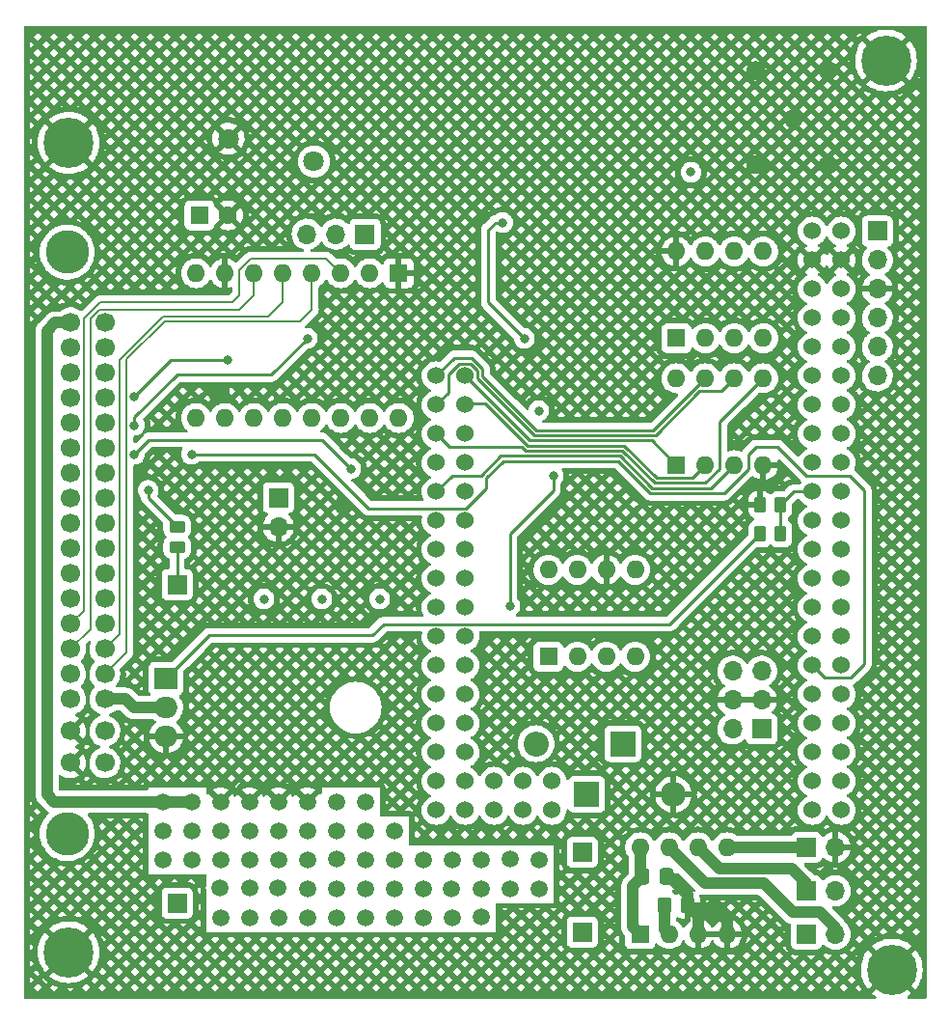
<source format=gbl>
G04 #@! TF.GenerationSoftware,KiCad,Pcbnew,(6.0.1)*
G04 #@! TF.CreationDate,2022-02-06T00:08:44-05:00*
G04 #@! TF.ProjectId,klxecu,6b6c7865-6375-42e6-9b69-6361645f7063,rev?*
G04 #@! TF.SameCoordinates,Original*
G04 #@! TF.FileFunction,Copper,L4,Bot*
G04 #@! TF.FilePolarity,Positive*
%FSLAX46Y46*%
G04 Gerber Fmt 4.6, Leading zero omitted, Abs format (unit mm)*
G04 Created by KiCad (PCBNEW (6.0.1)) date 2022-02-06 00:08:44*
%MOMM*%
%LPD*%
G01*
G04 APERTURE LIST*
G04 Aperture macros list*
%AMRoundRect*
0 Rectangle with rounded corners*
0 $1 Rounding radius*
0 $2 $3 $4 $5 $6 $7 $8 $9 X,Y pos of 4 corners*
0 Add a 4 corners polygon primitive as box body*
4,1,4,$2,$3,$4,$5,$6,$7,$8,$9,$2,$3,0*
0 Add four circle primitives for the rounded corners*
1,1,$1+$1,$2,$3*
1,1,$1+$1,$4,$5*
1,1,$1+$1,$6,$7*
1,1,$1+$1,$8,$9*
0 Add four rect primitives between the rounded corners*
20,1,$1+$1,$2,$3,$4,$5,0*
20,1,$1+$1,$4,$5,$6,$7,0*
20,1,$1+$1,$6,$7,$8,$9,0*
20,1,$1+$1,$8,$9,$2,$3,0*%
G04 Aperture macros list end*
G04 #@! TA.AperFunction,ComponentPad*
%ADD10C,4.400000*%
G04 #@! TD*
G04 #@! TA.AperFunction,ComponentPad*
%ADD11C,1.500000*%
G04 #@! TD*
G04 #@! TA.AperFunction,ComponentPad*
%ADD12R,1.700000X1.700000*%
G04 #@! TD*
G04 #@! TA.AperFunction,ComponentPad*
%ADD13O,1.700000X1.700000*%
G04 #@! TD*
G04 #@! TA.AperFunction,ComponentPad*
%ADD14R,2.000000X1.905000*%
G04 #@! TD*
G04 #@! TA.AperFunction,ComponentPad*
%ADD15O,2.000000X1.905000*%
G04 #@! TD*
G04 #@! TA.AperFunction,ComponentPad*
%ADD16R,1.600000X1.600000*%
G04 #@! TD*
G04 #@! TA.AperFunction,ComponentPad*
%ADD17O,1.600000X1.600000*%
G04 #@! TD*
G04 #@! TA.AperFunction,ComponentPad*
%ADD18C,1.524000*%
G04 #@! TD*
G04 #@! TA.AperFunction,ComponentPad*
%ADD19C,1.800000*%
G04 #@! TD*
G04 #@! TA.AperFunction,SMDPad,CuDef*
%ADD20RoundRect,0.250000X0.450000X-0.262500X0.450000X0.262500X-0.450000X0.262500X-0.450000X-0.262500X0*%
G04 #@! TD*
G04 #@! TA.AperFunction,SMDPad,CuDef*
%ADD21RoundRect,0.250000X-0.350000X-0.450000X0.350000X-0.450000X0.350000X0.450000X-0.350000X0.450000X0*%
G04 #@! TD*
G04 #@! TA.AperFunction,SMDPad,CuDef*
%ADD22RoundRect,0.250000X0.262500X0.450000X-0.262500X0.450000X-0.262500X-0.450000X0.262500X-0.450000X0*%
G04 #@! TD*
G04 #@! TA.AperFunction,ComponentPad*
%ADD23O,2.200000X2.200000*%
G04 #@! TD*
G04 #@! TA.AperFunction,ComponentPad*
%ADD24R,2.200000X2.200000*%
G04 #@! TD*
G04 #@! TA.AperFunction,ComponentPad*
%ADD25C,1.600000*%
G04 #@! TD*
G04 #@! TA.AperFunction,SMDPad,CuDef*
%ADD26RoundRect,0.250000X-0.337500X-0.475000X0.337500X-0.475000X0.337500X0.475000X-0.337500X0.475000X0*%
G04 #@! TD*
G04 #@! TA.AperFunction,WasherPad*
%ADD27C,3.800000*%
G04 #@! TD*
G04 #@! TA.AperFunction,ComponentPad*
%ADD28C,1.700000*%
G04 #@! TD*
G04 #@! TA.AperFunction,ViaPad*
%ADD29C,0.800000*%
G04 #@! TD*
G04 #@! TA.AperFunction,Conductor*
%ADD30C,0.250000*%
G04 #@! TD*
G04 #@! TA.AperFunction,Conductor*
%ADD31C,1.000000*%
G04 #@! TD*
G04 #@! TA.AperFunction,Conductor*
%ADD32C,0.200000*%
G04 #@! TD*
G04 APERTURE END LIST*
D10*
X101600000Y-36576000D03*
X102108000Y-116332000D03*
D11*
X50800000Y-101600000D03*
X48260000Y-101600000D03*
X45720000Y-101600000D03*
X38100000Y-101600000D03*
X40640000Y-101600000D03*
X71120000Y-109220000D03*
X71120000Y-106680000D03*
X68579523Y-109220000D03*
X68579523Y-106671449D03*
X66030973Y-111750973D03*
X66040000Y-109220000D03*
X66040000Y-106680000D03*
X63500000Y-111760000D03*
X63482423Y-109219999D03*
X63500000Y-106680000D03*
X60960000Y-111760000D03*
X60960000Y-109220000D03*
X60960000Y-106680000D03*
X58420000Y-111760000D03*
X58420000Y-109220000D03*
X55880000Y-111760000D03*
X55880000Y-109220000D03*
X53330259Y-111759285D03*
X53340000Y-109220000D03*
X50800000Y-111760000D03*
X50800000Y-109220000D03*
X48260000Y-111760000D03*
X48241947Y-109201947D03*
X45710973Y-109201947D03*
X45710973Y-111759285D03*
X43180000Y-111760000D03*
X43153635Y-109201947D03*
X58418571Y-104139999D03*
X58420000Y-106680000D03*
X55880000Y-106680000D03*
X53330259Y-106670973D03*
X50800000Y-106680000D03*
X48260000Y-106680000D03*
X45720000Y-106680000D03*
X43180000Y-106680000D03*
X40640000Y-106680000D03*
X38100000Y-106680000D03*
X38100000Y-104140000D03*
X40640000Y-104140000D03*
X43180000Y-104140000D03*
X45720000Y-104140000D03*
X48260000Y-104140000D03*
X50800000Y-104140000D03*
X53340000Y-104140000D03*
X55880000Y-104140000D03*
X55880000Y-101600000D03*
X53340000Y-101600000D03*
X43180000Y-101600000D03*
D12*
X39370000Y-110490000D03*
X74930000Y-113030000D03*
X74930000Y-106045000D03*
X94610000Y-109422500D03*
D13*
X97150000Y-109422500D03*
D12*
X94610000Y-113232500D03*
D13*
X97150000Y-113232500D03*
X97150000Y-105612500D03*
D12*
X94610000Y-105612500D03*
D14*
X38395000Y-90805000D03*
D15*
X38395000Y-93345000D03*
X38395000Y-95885000D03*
D16*
X58814022Y-55245000D03*
D17*
X56274022Y-55245000D03*
X53734022Y-55245000D03*
X51194022Y-55245000D03*
X48654022Y-55245000D03*
X46114022Y-55245000D03*
X43574022Y-55245000D03*
X41034022Y-55245000D03*
X41034022Y-67945000D03*
X43574022Y-67945000D03*
X46114022Y-67945000D03*
X48654022Y-67945000D03*
X51194022Y-67945000D03*
X53734022Y-67945000D03*
X56274022Y-67945000D03*
X58814022Y-67945000D03*
D16*
X80020000Y-113222500D03*
D17*
X82560000Y-113222500D03*
X85100000Y-113222500D03*
X87640000Y-113222500D03*
X87640000Y-105602500D03*
X85100000Y-105602500D03*
X82560000Y-105602500D03*
X80020000Y-105602500D03*
D18*
X95129511Y-51555489D03*
X97669511Y-51555489D03*
X97669511Y-64255489D03*
X95129511Y-64255489D03*
X97669511Y-61715489D03*
X97669511Y-54095489D03*
X95129511Y-54095489D03*
X72269511Y-99815489D03*
X72269511Y-102355489D03*
X69729511Y-99815489D03*
X69729511Y-102355489D03*
X67189511Y-99815489D03*
X67189511Y-102355489D03*
X64649511Y-102355489D03*
X62109511Y-102355489D03*
X64649511Y-99815489D03*
X62109511Y-99815489D03*
X64649511Y-97275489D03*
X62109511Y-97275489D03*
X64649511Y-94735489D03*
X62109511Y-94735489D03*
X64649511Y-92195489D03*
X62109511Y-92195489D03*
X64649511Y-89655489D03*
X62109511Y-89655489D03*
X64649511Y-87115489D03*
X62109511Y-87115489D03*
X64649511Y-84575489D03*
X62109511Y-84575489D03*
X97669511Y-102355489D03*
X95129511Y-102355489D03*
X97669511Y-99815489D03*
X95129511Y-99815489D03*
X97669511Y-97275489D03*
X95129511Y-97275489D03*
X97669511Y-94735489D03*
X95129511Y-94735489D03*
X97669511Y-92195489D03*
X95129511Y-92195489D03*
X97669511Y-89655489D03*
X95129511Y-89655489D03*
X97669511Y-87115489D03*
X95129511Y-87115489D03*
X97669511Y-84575489D03*
X95129511Y-84575489D03*
X97669511Y-82035489D03*
X95129511Y-82035489D03*
X97669511Y-79495489D03*
X95129511Y-79495489D03*
X97669511Y-76955489D03*
X95129511Y-76955489D03*
X97669511Y-74415489D03*
X95129511Y-74415489D03*
X97669511Y-71875489D03*
X95129511Y-71875489D03*
X97669511Y-69335489D03*
X95129511Y-69335489D03*
X97669511Y-66795489D03*
X95129511Y-66795489D03*
X95129511Y-61715489D03*
X64649511Y-82035489D03*
X62109511Y-82035489D03*
X64649511Y-79495489D03*
X62109511Y-79495489D03*
X64649511Y-76955489D03*
X62109511Y-76955489D03*
X64649511Y-74415489D03*
X62109511Y-74415489D03*
X64649511Y-71875489D03*
X62109511Y-71875489D03*
X64649511Y-69335489D03*
X62109511Y-69335489D03*
X64649511Y-66795489D03*
X62109511Y-66795489D03*
X64649511Y-64255489D03*
X62109511Y-64255489D03*
X95129511Y-56635489D03*
X97669511Y-56635489D03*
X95129511Y-59175489D03*
X97669511Y-59175489D03*
D19*
X51375000Y-45450000D03*
X43875000Y-43450000D03*
D20*
X39370000Y-77470000D03*
X39370000Y-79295000D03*
D21*
X82185000Y-110692500D03*
X84185000Y-110692500D03*
D22*
X92352500Y-78105000D03*
X90527500Y-78105000D03*
X92352500Y-75565000D03*
X90527500Y-75565000D03*
D12*
X48260000Y-74930000D03*
D13*
X48260000Y-77470000D03*
X50785000Y-51816000D03*
X53325000Y-51816000D03*
D12*
X55865000Y-51816000D03*
X39370000Y-82550000D03*
D17*
X71959511Y-81260489D03*
X74499511Y-81260489D03*
X77039511Y-81260489D03*
X79579511Y-81260489D03*
X79579511Y-88880489D03*
X77039511Y-88880489D03*
X74499511Y-88880489D03*
D16*
X71959511Y-88880489D03*
D17*
X83195000Y-53330000D03*
X85735000Y-53330000D03*
X88275000Y-53330000D03*
X90815000Y-53330000D03*
X90815000Y-60950000D03*
X88275000Y-60950000D03*
X85735000Y-60950000D03*
D16*
X83195000Y-60950000D03*
D12*
X100844511Y-51555489D03*
D13*
X100844511Y-54095489D03*
X100844511Y-56635489D03*
X100844511Y-59175489D03*
X100844511Y-61715489D03*
X100844511Y-64255489D03*
D12*
X90684511Y-95235000D03*
D13*
X88144511Y-95235000D03*
X90684511Y-92695000D03*
X88144511Y-92695000D03*
X90684511Y-90155000D03*
X88144511Y-90155000D03*
D16*
X83195000Y-72077500D03*
D17*
X85735000Y-72077500D03*
X88275000Y-72077500D03*
X90815000Y-72077500D03*
X90815000Y-64457500D03*
X88275000Y-64457500D03*
X85735000Y-64457500D03*
X83195000Y-64457500D03*
D23*
X82944022Y-100965000D03*
D24*
X75324022Y-100965000D03*
X78499022Y-96520000D03*
D23*
X70879022Y-96520000D03*
D25*
X43839887Y-50165000D03*
D16*
X41339887Y-50165000D03*
D26*
X82317500Y-108152500D03*
X80242500Y-108152500D03*
D27*
X29720000Y-104400000D03*
X29720000Y-53400000D03*
D28*
X33020000Y-59600000D03*
X33020000Y-61800000D03*
X33020000Y-64000000D03*
X33020000Y-66200000D03*
X33020000Y-68400000D03*
X33020000Y-70600000D03*
X33020000Y-72800000D03*
X33020000Y-75000000D03*
X33020000Y-77200000D03*
X33020000Y-79400000D03*
X33020000Y-81600000D03*
X33020000Y-83800000D03*
X33020000Y-86000000D03*
X33020000Y-88200000D03*
X33020000Y-90400000D03*
X33020000Y-92600000D03*
X33020000Y-95400000D03*
X33020000Y-98200000D03*
X30020000Y-59600000D03*
X30020000Y-61800000D03*
X30020000Y-64000000D03*
X30020000Y-66200000D03*
X30020000Y-68400000D03*
X30020000Y-70600000D03*
X30020000Y-72800000D03*
X30020000Y-75000000D03*
X30020000Y-77200000D03*
X30020000Y-79400000D03*
X30020000Y-81600000D03*
X30020000Y-83800000D03*
X30020000Y-86000000D03*
X30020000Y-88200000D03*
X30020000Y-90400000D03*
X30020000Y-92600000D03*
X30020000Y-95400000D03*
X30020000Y-98200000D03*
D10*
X29845000Y-43815000D03*
X29845000Y-114808000D03*
D29*
X53975000Y-75565000D03*
X72390000Y-73025000D03*
X68580000Y-84455000D03*
X69850000Y-60960000D03*
X43180000Y-65405000D03*
X36830000Y-74295000D03*
X40640000Y-71120000D03*
X84473000Y-46373000D03*
X93472000Y-41675000D03*
X90182000Y-45720000D03*
X96532000Y-45720000D03*
X96532000Y-37465000D03*
X90182000Y-37465000D03*
X67945000Y-50800000D03*
X71120000Y-67310000D03*
X57150000Y-83820000D03*
X52070000Y-83820000D03*
X46990000Y-83820000D03*
X54610000Y-72390000D03*
X50800000Y-60960000D03*
X43815000Y-62865000D03*
X35624500Y-68580000D03*
X35624500Y-66040000D03*
X35624500Y-71120000D03*
D30*
X67310000Y-50800000D02*
X66675000Y-51435000D01*
X66675000Y-51435000D02*
X66675000Y-57785000D01*
X67945000Y-50800000D02*
X67310000Y-50800000D01*
X66675000Y-57785000D02*
X69850000Y-60960000D01*
X72390000Y-73025000D02*
X72390000Y-74295000D01*
X68580000Y-78105000D02*
X68580000Y-84455000D01*
X72390000Y-74295000D02*
X68580000Y-78105000D01*
X66185542Y-63619243D02*
X66185542Y-64279824D01*
X66185542Y-64279824D02*
X70918707Y-69012989D01*
X65229288Y-62662989D02*
X66185542Y-63619243D01*
X70918707Y-69012989D02*
X81179511Y-69012989D01*
X63702011Y-62662989D02*
X65229288Y-62662989D01*
X81179511Y-69012989D02*
X85735000Y-64457500D01*
X62109511Y-64255489D02*
X63702011Y-62662989D01*
X87150489Y-65582011D02*
X88275000Y-64457500D01*
X85246207Y-65582011D02*
X87150489Y-65582011D01*
X81365709Y-69462509D02*
X85246207Y-65582011D01*
X70732509Y-69462509D02*
X81365709Y-69462509D01*
X65736022Y-63805440D02*
X65736022Y-64466022D01*
X65736022Y-64466022D02*
X70732509Y-69462509D01*
X65099560Y-63168978D02*
X65736022Y-63805440D01*
X63196022Y-64106478D02*
X64133522Y-63168978D01*
X63196022Y-65708978D02*
X63196022Y-64106478D01*
X62109511Y-66795489D02*
X63196022Y-65708978D01*
X64133522Y-63168978D02*
X65099560Y-63168978D01*
X96216022Y-90742000D02*
X95129511Y-89655489D01*
X98488000Y-90742000D02*
X96216022Y-90742000D01*
X99695000Y-89535000D02*
X98488000Y-90742000D01*
X99695000Y-74295000D02*
X99695000Y-89535000D01*
X98425000Y-73025000D02*
X99695000Y-74295000D01*
X94615000Y-73025000D02*
X98425000Y-73025000D01*
X92075000Y-70485000D02*
X94615000Y-73025000D01*
X90170000Y-70485000D02*
X92075000Y-70485000D01*
X89535000Y-71120000D02*
X90170000Y-70485000D01*
X89535000Y-72407800D02*
X89535000Y-71120000D01*
X87392229Y-74550571D02*
X89535000Y-72407800D01*
X80898420Y-74550571D02*
X87392229Y-74550571D01*
X67990609Y-71710109D02*
X78057955Y-71710109D01*
X64732582Y-75868978D02*
X66489520Y-74112040D01*
X66489520Y-74112040D02*
X66489520Y-73211197D01*
X66489520Y-73211197D02*
X67990609Y-71710109D01*
X56183978Y-75868978D02*
X64732582Y-75868978D01*
X78057955Y-71710109D02*
X80898420Y-74550571D01*
X51435000Y-71120000D02*
X56183978Y-75868978D01*
X40640000Y-71120000D02*
X51435000Y-71120000D01*
D31*
X38100000Y-101600000D02*
X40640000Y-101600000D01*
X27940000Y-60325000D02*
X28665000Y-59600000D01*
X28665000Y-59600000D02*
X30020000Y-59600000D01*
X27940000Y-100965000D02*
X27940000Y-60325000D01*
X28575000Y-101600000D02*
X27940000Y-100965000D01*
X38100000Y-101600000D02*
X28575000Y-101600000D01*
D30*
X36830000Y-74930000D02*
X36830000Y-74295000D01*
X39370000Y-77470000D02*
X36830000Y-74930000D01*
X52070000Y-69850000D02*
X54610000Y-72390000D01*
X36894500Y-69850000D02*
X52070000Y-69850000D01*
X35624500Y-71120000D02*
X36894500Y-69850000D01*
D31*
X87640000Y-112072500D02*
X87640000Y-113222500D01*
X86692500Y-111125000D02*
X87640000Y-112072500D01*
X84617500Y-111125000D02*
X86692500Y-111125000D01*
X84185000Y-110692500D02*
X84617500Y-111125000D01*
X82185000Y-112847500D02*
X82560000Y-113222500D01*
X82185000Y-110692500D02*
X82185000Y-112847500D01*
X85100000Y-111607500D02*
X84185000Y-110692500D01*
X85100000Y-113222500D02*
X85100000Y-111607500D01*
X84185000Y-109787500D02*
X84185000Y-110692500D01*
X82550000Y-108152500D02*
X84185000Y-109787500D01*
X82317500Y-108152500D02*
X82550000Y-108152500D01*
X79375000Y-112577500D02*
X79375000Y-109020000D01*
X80020000Y-113222500D02*
X79375000Y-112577500D01*
X79375000Y-109020000D02*
X80242500Y-108152500D01*
X80020000Y-107930000D02*
X80242500Y-108152500D01*
X80020000Y-105602500D02*
X80020000Y-107930000D01*
X93415978Y-111327500D02*
X95804022Y-111327500D01*
X95804022Y-111327500D02*
X97150000Y-112673478D01*
X97150000Y-112673478D02*
X97150000Y-113232500D01*
X90875978Y-108787500D02*
X93415978Y-111327500D01*
X85745000Y-108787500D02*
X90875978Y-108787500D01*
X82560000Y-105602500D02*
X85745000Y-108787500D01*
X94610000Y-108782500D02*
X94610000Y-109422500D01*
X93345000Y-107517500D02*
X94610000Y-108782500D01*
X87015000Y-107517500D02*
X93345000Y-107517500D01*
X85100000Y-105602500D02*
X87015000Y-107517500D01*
X94600000Y-105602500D02*
X94610000Y-105612500D01*
X87640000Y-105602500D02*
X94600000Y-105602500D01*
D30*
X82603522Y-86028978D02*
X90527500Y-78105000D01*
X57481022Y-86028978D02*
X82603522Y-86028978D01*
X56515000Y-86995000D02*
X57481022Y-86028978D01*
X42205000Y-86995000D02*
X56515000Y-86995000D01*
X38395000Y-90805000D02*
X42205000Y-86995000D01*
D31*
X35560000Y-93345000D02*
X38395000Y-93345000D01*
X34815000Y-92600000D02*
X35560000Y-93345000D01*
X33020000Y-92600000D02*
X34815000Y-92600000D01*
D30*
X39370000Y-79295000D02*
X39370000Y-82550000D01*
X39370000Y-64135000D02*
X47625000Y-64135000D01*
X35624500Y-68580000D02*
X35624500Y-67880500D01*
X35624500Y-67880500D02*
X39370000Y-64135000D01*
X47625000Y-64135000D02*
X50800000Y-60960000D01*
X90815000Y-73650000D02*
X90815000Y-72077500D01*
X90527500Y-73937500D02*
X90815000Y-73650000D01*
X90527500Y-75565000D02*
X90527500Y-73937500D01*
X92352500Y-75565000D02*
X92352500Y-78105000D01*
X93502011Y-74415489D02*
X95129511Y-74415489D01*
X92352500Y-75565000D02*
X93502011Y-74415489D01*
X38799500Y-62865000D02*
X43815000Y-62865000D01*
X35624500Y-66040000D02*
X38799500Y-62865000D01*
D32*
X50159502Y-59454520D02*
X51194022Y-58420000D01*
X51194022Y-58420000D02*
X51194022Y-55245000D01*
X34925000Y-62795006D02*
X38265486Y-59454520D01*
X33020000Y-90400000D02*
X34925000Y-88495000D01*
X34925000Y-88495000D02*
X34925000Y-62795006D01*
X38265486Y-59454520D02*
X50159502Y-59454520D01*
X48654022Y-57785000D02*
X48654022Y-55245000D01*
X47384022Y-59055000D02*
X48654022Y-57785000D01*
X34290000Y-62865000D02*
X38100000Y-59055000D01*
X34290000Y-86930000D02*
X34290000Y-62865000D01*
X38100000Y-59055000D02*
X47384022Y-59055000D01*
X33020000Y-88200000D02*
X34290000Y-86930000D01*
X32574345Y-58420000D02*
X44844022Y-58420000D01*
X52464022Y-53975000D02*
X53734022Y-55245000D01*
X45829078Y-53975000D02*
X52464022Y-53975000D01*
X44209022Y-57785000D02*
X44844022Y-57150000D01*
X44844022Y-54960056D02*
X45829078Y-53975000D01*
X31169511Y-59259828D02*
X32644339Y-57785000D01*
X31169511Y-84850489D02*
X31169511Y-59259828D01*
X30020000Y-86000000D02*
X31169511Y-84850489D01*
X32644339Y-57785000D02*
X44209022Y-57785000D01*
X44844022Y-57150000D02*
X44844022Y-54960056D01*
D30*
X86251449Y-74101051D02*
X88275000Y-72077500D01*
X81084617Y-74101051D02*
X86251449Y-74101051D01*
X66040000Y-73025000D02*
X67804411Y-71260589D01*
X67804411Y-71260589D02*
X78244153Y-71260589D01*
X62109511Y-74415489D02*
X63500000Y-73025000D01*
X63500000Y-73025000D02*
X66040000Y-73025000D01*
X78244153Y-71260589D02*
X81084617Y-74101051D01*
X86995000Y-68277500D02*
X90815000Y-64457500D01*
X86995000Y-72407800D02*
X86995000Y-68277500D01*
X78430351Y-70811069D02*
X81270814Y-73651531D01*
X69933656Y-70811069D02*
X78430351Y-70811069D01*
X81270814Y-73651531D02*
X85751269Y-73651531D01*
X69607587Y-70485000D02*
X69933656Y-70811069D01*
X63259022Y-70485000D02*
X69607587Y-70485000D01*
X85751269Y-73651531D02*
X86995000Y-72407800D01*
X62109511Y-69335489D02*
X63259022Y-70485000D01*
X84610489Y-73202011D02*
X85735000Y-72077500D01*
X70119854Y-70361549D02*
X78616549Y-70361549D01*
X65010978Y-66675000D02*
X66433304Y-66675000D01*
X66433304Y-66675000D02*
X70119854Y-70361549D01*
X64890489Y-66795489D02*
X65010978Y-66675000D01*
X64649511Y-66795489D02*
X64890489Y-66795489D01*
X78616549Y-70361549D02*
X81457011Y-73202011D01*
X81457011Y-73202011D02*
X84610489Y-73202011D01*
X81029529Y-69912029D02*
X83195000Y-72077500D01*
X70306051Y-69912029D02*
X81029529Y-69912029D01*
X64649511Y-64255489D02*
X70306051Y-69912029D01*
D32*
X46114022Y-57150000D02*
X46114022Y-55245000D01*
X44844022Y-58420000D02*
X46114022Y-57150000D01*
X30020000Y-88200000D02*
X31750000Y-86470000D01*
X31750000Y-86470000D02*
X31750000Y-59244345D01*
X31750000Y-59244345D02*
X32574345Y-58420000D01*
G04 #@! TA.AperFunction,Conductor*
G36*
X105098121Y-33548002D02*
G01*
X105144614Y-33601658D01*
X105156000Y-33654000D01*
X105156000Y-118746000D01*
X105135998Y-118814121D01*
X105082342Y-118860614D01*
X105030000Y-118872000D01*
X103594495Y-118872000D01*
X103526374Y-118851998D01*
X103479881Y-118798342D01*
X103469777Y-118728068D01*
X103499271Y-118663488D01*
X103531210Y-118637046D01*
X103606042Y-118593580D01*
X103612349Y-118589390D01*
X103822305Y-118430889D01*
X103830761Y-118419496D01*
X103824045Y-118407256D01*
X102120810Y-116704020D01*
X102106869Y-116696408D01*
X102105034Y-116696539D01*
X102098420Y-116700790D01*
X100393818Y-118405393D01*
X100386703Y-118418423D01*
X100394227Y-118428854D01*
X100533483Y-118541020D01*
X100539657Y-118545408D01*
X100689868Y-118639088D01*
X100737084Y-118692108D01*
X100748140Y-118762238D01*
X100719526Y-118827213D01*
X100660326Y-118866403D01*
X100623191Y-118872000D01*
X26034000Y-118872000D01*
X25965879Y-118851998D01*
X25919386Y-118798342D01*
X25908000Y-118746000D01*
X25908000Y-117919300D01*
X26799704Y-117919300D01*
X27154673Y-118274268D01*
X27509640Y-117919301D01*
X28213918Y-117919301D01*
X28568885Y-118274268D01*
X28829152Y-118014002D01*
X29722833Y-118014002D01*
X29983099Y-118274268D01*
X30269960Y-117987408D01*
X30210346Y-117997330D01*
X30206593Y-117997897D01*
X30191914Y-117999888D01*
X30188148Y-118000341D01*
X30173066Y-118001926D01*
X30169283Y-118002266D01*
X30154517Y-118003369D01*
X30150737Y-118003594D01*
X29824544Y-118018121D01*
X29820759Y-118018233D01*
X29805953Y-118018447D01*
X29802155Y-118018444D01*
X29786992Y-118018206D01*
X29783194Y-118018090D01*
X29768396Y-118017411D01*
X29764614Y-118017180D01*
X29722833Y-118014002D01*
X28829152Y-118014002D01*
X28923854Y-117919300D01*
X31042345Y-117919300D01*
X31397314Y-118274268D01*
X31752281Y-117919301D01*
X32456559Y-117919301D01*
X32811526Y-118274268D01*
X33166495Y-117919300D01*
X33870772Y-117919300D01*
X34225741Y-118274268D01*
X34580708Y-117919301D01*
X35284986Y-117919301D01*
X35639953Y-118274268D01*
X35994922Y-117919300D01*
X36699199Y-117919300D01*
X37054168Y-118274268D01*
X37409135Y-117919301D01*
X38113413Y-117919301D01*
X38468380Y-118274268D01*
X38823349Y-117919300D01*
X39527626Y-117919300D01*
X39882595Y-118274268D01*
X40237562Y-117919301D01*
X40237561Y-117919300D01*
X40941840Y-117919300D01*
X41296809Y-118274268D01*
X41651776Y-117919301D01*
X42356054Y-117919301D01*
X42711021Y-118274268D01*
X43065990Y-117919300D01*
X43770267Y-117919300D01*
X44125236Y-118274268D01*
X44480203Y-117919301D01*
X45184481Y-117919301D01*
X45539448Y-118274268D01*
X45894417Y-117919300D01*
X46598694Y-117919300D01*
X46953663Y-118274268D01*
X47308630Y-117919301D01*
X48012908Y-117919301D01*
X48367875Y-118274268D01*
X48722844Y-117919300D01*
X49427121Y-117919300D01*
X49782090Y-118274268D01*
X50137057Y-117919301D01*
X50841335Y-117919301D01*
X51196302Y-118274268D01*
X51551270Y-117919301D01*
X52255549Y-117919301D01*
X52610516Y-118274268D01*
X52965485Y-117919300D01*
X53669762Y-117919300D01*
X54024731Y-118274268D01*
X54379698Y-117919301D01*
X55083976Y-117919301D01*
X55438943Y-118274268D01*
X55793912Y-117919300D01*
X56498189Y-117919300D01*
X56853158Y-118274268D01*
X57208125Y-117919301D01*
X57912403Y-117919301D01*
X58267370Y-118274268D01*
X58622339Y-117919300D01*
X59326616Y-117919300D01*
X59681585Y-118274268D01*
X60036552Y-117919301D01*
X60740830Y-117919301D01*
X61095797Y-118274268D01*
X61450766Y-117919300D01*
X62155043Y-117919300D01*
X62510012Y-118274268D01*
X62864979Y-117919301D01*
X62864978Y-117919300D01*
X63569257Y-117919300D01*
X63924226Y-118274268D01*
X64279193Y-117919301D01*
X64983471Y-117919301D01*
X65338438Y-118274268D01*
X65693407Y-117919300D01*
X66397684Y-117919300D01*
X66752653Y-118274268D01*
X67107620Y-117919301D01*
X67811898Y-117919301D01*
X68166865Y-118274268D01*
X68521834Y-117919300D01*
X69226111Y-117919300D01*
X69581080Y-118274268D01*
X69936047Y-117919301D01*
X70640325Y-117919301D01*
X70995292Y-118274268D01*
X71350261Y-117919300D01*
X72054538Y-117919300D01*
X72409507Y-118274268D01*
X72764474Y-117919301D01*
X73468752Y-117919301D01*
X73823719Y-118274268D01*
X74178687Y-117919301D01*
X74882966Y-117919301D01*
X75237933Y-118274268D01*
X75592902Y-117919300D01*
X76297179Y-117919300D01*
X76652148Y-118274268D01*
X77007115Y-117919301D01*
X77711393Y-117919301D01*
X78066360Y-118274268D01*
X78421329Y-117919300D01*
X79125606Y-117919300D01*
X79480575Y-118274268D01*
X79835542Y-117919301D01*
X80539820Y-117919301D01*
X80894787Y-118274268D01*
X81249756Y-117919300D01*
X81954033Y-117919300D01*
X82309002Y-118274268D01*
X82663969Y-117919301D01*
X83368247Y-117919301D01*
X83723214Y-118274268D01*
X84078183Y-117919300D01*
X84782460Y-117919300D01*
X85137429Y-118274268D01*
X85492396Y-117919301D01*
X85492395Y-117919300D01*
X86196674Y-117919300D01*
X86551643Y-118274268D01*
X86906610Y-117919301D01*
X87610888Y-117919301D01*
X87965855Y-118274268D01*
X88320824Y-117919300D01*
X89025101Y-117919300D01*
X89380070Y-118274268D01*
X89735037Y-117919301D01*
X90439315Y-117919301D01*
X90794282Y-118274268D01*
X91149251Y-117919300D01*
X91853528Y-117919300D01*
X92208497Y-118274268D01*
X92563464Y-117919301D01*
X93267742Y-117919301D01*
X93622709Y-118274268D01*
X93977678Y-117919300D01*
X94681955Y-117919300D01*
X95036924Y-118274268D01*
X95391891Y-117919301D01*
X96096169Y-117919301D01*
X96451136Y-118274268D01*
X96806104Y-117919301D01*
X97510383Y-117919301D01*
X97865350Y-118274268D01*
X98220319Y-117919300D01*
X98924596Y-117919300D01*
X99279565Y-118274268D01*
X99438253Y-118115580D01*
X99436763Y-118113289D01*
X99428877Y-118100754D01*
X99426906Y-118097514D01*
X99261432Y-117816033D01*
X99259559Y-117812735D01*
X99252443Y-117799751D01*
X99250671Y-117796399D01*
X99243786Y-117782887D01*
X99242114Y-117779479D01*
X99235789Y-117766083D01*
X99234221Y-117762629D01*
X99187792Y-117656104D01*
X98924596Y-117919300D01*
X98220319Y-117919300D01*
X97865351Y-117564332D01*
X97510383Y-117919301D01*
X96806104Y-117919301D01*
X96806105Y-117919300D01*
X96451137Y-117564332D01*
X96096169Y-117919301D01*
X95391891Y-117919301D01*
X95036923Y-117564332D01*
X94681955Y-117919300D01*
X93977678Y-117919300D01*
X93622710Y-117564332D01*
X93267742Y-117919301D01*
X92563464Y-117919301D01*
X92208496Y-117564332D01*
X91853528Y-117919300D01*
X91149251Y-117919300D01*
X90794283Y-117564332D01*
X90439315Y-117919301D01*
X89735037Y-117919301D01*
X89380069Y-117564332D01*
X89025101Y-117919300D01*
X88320824Y-117919300D01*
X87965856Y-117564332D01*
X87610888Y-117919301D01*
X86906610Y-117919301D01*
X86551642Y-117564332D01*
X86196674Y-117919300D01*
X85492395Y-117919300D01*
X85137428Y-117564332D01*
X84782460Y-117919300D01*
X84078183Y-117919300D01*
X83723215Y-117564332D01*
X83368247Y-117919301D01*
X82663969Y-117919301D01*
X82309001Y-117564332D01*
X81954033Y-117919300D01*
X81249756Y-117919300D01*
X80894788Y-117564332D01*
X80539820Y-117919301D01*
X79835542Y-117919301D01*
X79480574Y-117564332D01*
X79125606Y-117919300D01*
X78421329Y-117919300D01*
X78066361Y-117564332D01*
X77711393Y-117919301D01*
X77007115Y-117919301D01*
X76652147Y-117564332D01*
X76297179Y-117919300D01*
X75592902Y-117919300D01*
X75237934Y-117564332D01*
X74882966Y-117919301D01*
X74178687Y-117919301D01*
X74178688Y-117919300D01*
X73823720Y-117564332D01*
X73468752Y-117919301D01*
X72764474Y-117919301D01*
X72409506Y-117564332D01*
X72054538Y-117919300D01*
X71350261Y-117919300D01*
X70995293Y-117564332D01*
X70640325Y-117919301D01*
X69936047Y-117919301D01*
X69581079Y-117564332D01*
X69226111Y-117919300D01*
X68521834Y-117919300D01*
X68166866Y-117564332D01*
X67811898Y-117919301D01*
X67107620Y-117919301D01*
X66752652Y-117564332D01*
X66397684Y-117919300D01*
X65693407Y-117919300D01*
X65338439Y-117564332D01*
X64983471Y-117919301D01*
X64279193Y-117919301D01*
X63924225Y-117564332D01*
X63569257Y-117919300D01*
X62864978Y-117919300D01*
X62510011Y-117564332D01*
X62155043Y-117919300D01*
X61450766Y-117919300D01*
X61095798Y-117564332D01*
X60740830Y-117919301D01*
X60036552Y-117919301D01*
X59681584Y-117564332D01*
X59326616Y-117919300D01*
X58622339Y-117919300D01*
X58267371Y-117564332D01*
X57912403Y-117919301D01*
X57208125Y-117919301D01*
X56853157Y-117564332D01*
X56498189Y-117919300D01*
X55793912Y-117919300D01*
X55438944Y-117564332D01*
X55083976Y-117919301D01*
X54379698Y-117919301D01*
X54024730Y-117564332D01*
X53669762Y-117919300D01*
X52965485Y-117919300D01*
X52610517Y-117564332D01*
X52255549Y-117919301D01*
X51551270Y-117919301D01*
X51551271Y-117919300D01*
X51196303Y-117564332D01*
X50841335Y-117919301D01*
X50137057Y-117919301D01*
X49782089Y-117564332D01*
X49427121Y-117919300D01*
X48722844Y-117919300D01*
X48367876Y-117564332D01*
X48012908Y-117919301D01*
X47308630Y-117919301D01*
X46953662Y-117564332D01*
X46598694Y-117919300D01*
X45894417Y-117919300D01*
X45539449Y-117564332D01*
X45184481Y-117919301D01*
X44480203Y-117919301D01*
X44125235Y-117564332D01*
X43770267Y-117919300D01*
X43065990Y-117919300D01*
X42711022Y-117564332D01*
X42356054Y-117919301D01*
X41651776Y-117919301D01*
X41296808Y-117564332D01*
X40941840Y-117919300D01*
X40237561Y-117919300D01*
X39882594Y-117564332D01*
X39527626Y-117919300D01*
X38823349Y-117919300D01*
X38468381Y-117564332D01*
X38113413Y-117919301D01*
X37409135Y-117919301D01*
X37054167Y-117564332D01*
X36699199Y-117919300D01*
X35994922Y-117919300D01*
X35639954Y-117564332D01*
X35284986Y-117919301D01*
X34580708Y-117919301D01*
X34225740Y-117564332D01*
X33870772Y-117919300D01*
X33166495Y-117919300D01*
X32811527Y-117564332D01*
X32456559Y-117919301D01*
X31752281Y-117919301D01*
X31428712Y-117595732D01*
X31314107Y-117662300D01*
X31310802Y-117664154D01*
X31297785Y-117671200D01*
X31294423Y-117672955D01*
X31282888Y-117678757D01*
X31042345Y-117919300D01*
X28923854Y-117919300D01*
X28865296Y-117860742D01*
X28691166Y-117803659D01*
X28687581Y-117802423D01*
X28673647Y-117797386D01*
X28670095Y-117796042D01*
X28655995Y-117790459D01*
X28652493Y-117789010D01*
X28638898Y-117783148D01*
X28635438Y-117781594D01*
X28442022Y-117691197D01*
X28213918Y-117919301D01*
X27509640Y-117919301D01*
X27154672Y-117564332D01*
X26799704Y-117919300D01*
X25908000Y-117919300D01*
X25908000Y-117525596D01*
X26406000Y-117525596D01*
X26447566Y-117567162D01*
X26802534Y-117212194D01*
X27506811Y-117212194D01*
X27861779Y-117567162D01*
X27996108Y-117432833D01*
X27994391Y-117431689D01*
X27991262Y-117429535D01*
X27978901Y-117420750D01*
X27975846Y-117418509D01*
X27964041Y-117409573D01*
X27961050Y-117407237D01*
X27805617Y-117282041D01*
X27793221Y-117270608D01*
X27748020Y-117222936D01*
X27737264Y-117209952D01*
X27698246Y-117155858D01*
X27692656Y-117147413D01*
X27672191Y-117113617D01*
X27658461Y-117081687D01*
X27653909Y-117065096D01*
X27506811Y-117212194D01*
X26802534Y-117212194D01*
X26484762Y-116894423D01*
X28123703Y-116894423D01*
X28131227Y-116904854D01*
X28270483Y-117017020D01*
X28276657Y-117021408D01*
X28547271Y-117190178D01*
X28553931Y-117193794D01*
X28842852Y-117328827D01*
X28849905Y-117331620D01*
X29152970Y-117430970D01*
X29160282Y-117432888D01*
X29473092Y-117495109D01*
X29480590Y-117496137D01*
X29798610Y-117520328D01*
X29806173Y-117520446D01*
X30124785Y-117506257D01*
X30132326Y-117505465D01*
X30446924Y-117453101D01*
X30454302Y-117451411D01*
X30760355Y-117361625D01*
X30767450Y-117359071D01*
X30877048Y-117311984D01*
X31849242Y-117311984D01*
X32104420Y-117567162D01*
X32459388Y-117212194D01*
X33163665Y-117212194D01*
X33518633Y-117567162D01*
X33873601Y-117212193D01*
X34577879Y-117212193D01*
X34932847Y-117567161D01*
X35287815Y-117212193D01*
X35992093Y-117212193D01*
X36347061Y-117567162D01*
X36702029Y-117212194D01*
X37406306Y-117212194D01*
X37761274Y-117567162D01*
X38116242Y-117212193D01*
X38820520Y-117212193D01*
X39175488Y-117567162D01*
X39530456Y-117212194D01*
X40234733Y-117212194D01*
X40589701Y-117567162D01*
X40944669Y-117212193D01*
X41648947Y-117212193D01*
X42003915Y-117567162D01*
X42358883Y-117212194D01*
X43063160Y-117212194D01*
X43418128Y-117567162D01*
X43773096Y-117212193D01*
X44477374Y-117212193D01*
X44832342Y-117567162D01*
X45187310Y-117212194D01*
X45891587Y-117212194D01*
X46246555Y-117567162D01*
X46601522Y-117212194D01*
X47305801Y-117212194D01*
X47660769Y-117567162D01*
X48015737Y-117212193D01*
X48720015Y-117212193D01*
X49074983Y-117567162D01*
X49429951Y-117212194D01*
X50134228Y-117212194D01*
X50489196Y-117567162D01*
X50844164Y-117212193D01*
X51548442Y-117212193D01*
X51903410Y-117567162D01*
X52258378Y-117212194D01*
X52962655Y-117212194D01*
X53317623Y-117567162D01*
X53672591Y-117212193D01*
X54376869Y-117212193D01*
X54731837Y-117567162D01*
X55086805Y-117212194D01*
X55791082Y-117212194D01*
X56146050Y-117567162D01*
X56501018Y-117212193D01*
X57205296Y-117212193D01*
X57560264Y-117567161D01*
X57915232Y-117212193D01*
X58619510Y-117212193D01*
X58974478Y-117567162D01*
X59329446Y-117212194D01*
X60033723Y-117212194D01*
X60388691Y-117567162D01*
X60743659Y-117212193D01*
X61447937Y-117212193D01*
X61802905Y-117567162D01*
X62157873Y-117212194D01*
X62862150Y-117212194D01*
X63217118Y-117567162D01*
X63572086Y-117212193D01*
X64276364Y-117212193D01*
X64631332Y-117567162D01*
X64986300Y-117212194D01*
X65690577Y-117212194D01*
X66045545Y-117567162D01*
X66400513Y-117212193D01*
X67104791Y-117212193D01*
X67459759Y-117567162D01*
X67814727Y-117212194D01*
X68519004Y-117212194D01*
X68873972Y-117567162D01*
X69228939Y-117212194D01*
X69933218Y-117212194D01*
X70288186Y-117567162D01*
X70643154Y-117212193D01*
X71347432Y-117212193D01*
X71702400Y-117567162D01*
X72057368Y-117212194D01*
X72761645Y-117212194D01*
X73116613Y-117567162D01*
X73471581Y-117212193D01*
X74175859Y-117212193D01*
X74530827Y-117567162D01*
X74885795Y-117212194D01*
X75590072Y-117212194D01*
X75945040Y-117567162D01*
X76300008Y-117212193D01*
X77004286Y-117212193D01*
X77359254Y-117567162D01*
X77714222Y-117212194D01*
X78418499Y-117212194D01*
X78773467Y-117567162D01*
X79128435Y-117212193D01*
X79832713Y-117212193D01*
X80187681Y-117567161D01*
X80542649Y-117212193D01*
X81246927Y-117212193D01*
X81601895Y-117567162D01*
X81956863Y-117212194D01*
X82661140Y-117212194D01*
X83016108Y-117567162D01*
X83371076Y-117212193D01*
X84075354Y-117212193D01*
X84430322Y-117567162D01*
X84785290Y-117212194D01*
X85489567Y-117212194D01*
X85844535Y-117567162D01*
X86199503Y-117212193D01*
X86903781Y-117212193D01*
X87258749Y-117567162D01*
X87613717Y-117212194D01*
X88317994Y-117212194D01*
X88672962Y-117567162D01*
X89027930Y-117212193D01*
X89732208Y-117212193D01*
X90087176Y-117567162D01*
X90442144Y-117212194D01*
X91146421Y-117212194D01*
X91501389Y-117567162D01*
X91856356Y-117212194D01*
X92560635Y-117212194D01*
X92915603Y-117567162D01*
X93270571Y-117212193D01*
X93974849Y-117212193D01*
X94329817Y-117567162D01*
X94684785Y-117212194D01*
X95389062Y-117212194D01*
X95744030Y-117567162D01*
X96098998Y-117212193D01*
X96803276Y-117212193D01*
X97158244Y-117567162D01*
X97513212Y-117212194D01*
X98217489Y-117212194D01*
X98572457Y-117567162D01*
X98927425Y-117212193D01*
X98572458Y-116857226D01*
X98217489Y-117212194D01*
X97513212Y-117212194D01*
X97158243Y-116857226D01*
X96803276Y-117212193D01*
X96098998Y-117212193D01*
X95744031Y-116857226D01*
X95389062Y-117212194D01*
X94684785Y-117212194D01*
X94329816Y-116857226D01*
X93974849Y-117212193D01*
X93270571Y-117212193D01*
X92915604Y-116857226D01*
X92560635Y-117212194D01*
X91856356Y-117212194D01*
X91856357Y-117212193D01*
X91501390Y-116857226D01*
X91146421Y-117212194D01*
X90442144Y-117212194D01*
X90087175Y-116857226D01*
X89732208Y-117212193D01*
X89027930Y-117212193D01*
X88672963Y-116857226D01*
X88317994Y-117212194D01*
X87613717Y-117212194D01*
X87258748Y-116857226D01*
X86903781Y-117212193D01*
X86199503Y-117212193D01*
X85844536Y-116857226D01*
X85489567Y-117212194D01*
X84785290Y-117212194D01*
X84430321Y-116857226D01*
X84075354Y-117212193D01*
X83371076Y-117212193D01*
X83016109Y-116857226D01*
X82661140Y-117212194D01*
X81956863Y-117212194D01*
X81601894Y-116857226D01*
X81246927Y-117212193D01*
X80542649Y-117212193D01*
X80187681Y-116857225D01*
X79832713Y-117212193D01*
X79128435Y-117212193D01*
X78773468Y-116857226D01*
X78418499Y-117212194D01*
X77714222Y-117212194D01*
X77359253Y-116857226D01*
X77004286Y-117212193D01*
X76300008Y-117212193D01*
X75945041Y-116857226D01*
X75590072Y-117212194D01*
X74885795Y-117212194D01*
X74530826Y-116857226D01*
X74175859Y-117212193D01*
X73471581Y-117212193D01*
X73116614Y-116857226D01*
X72761645Y-117212194D01*
X72057368Y-117212194D01*
X71702399Y-116857226D01*
X71347432Y-117212193D01*
X70643154Y-117212193D01*
X70288187Y-116857226D01*
X69933218Y-117212194D01*
X69228939Y-117212194D01*
X69228940Y-117212193D01*
X68873973Y-116857226D01*
X68519004Y-117212194D01*
X67814727Y-117212194D01*
X67459758Y-116857226D01*
X67104791Y-117212193D01*
X66400513Y-117212193D01*
X66045546Y-116857226D01*
X65690577Y-117212194D01*
X64986300Y-117212194D01*
X64631331Y-116857226D01*
X64276364Y-117212193D01*
X63572086Y-117212193D01*
X63217119Y-116857226D01*
X62862150Y-117212194D01*
X62157873Y-117212194D01*
X61802904Y-116857226D01*
X61447937Y-117212193D01*
X60743659Y-117212193D01*
X60388692Y-116857226D01*
X60033723Y-117212194D01*
X59329446Y-117212194D01*
X58974477Y-116857226D01*
X58619510Y-117212193D01*
X57915232Y-117212193D01*
X57560264Y-116857225D01*
X57205296Y-117212193D01*
X56501018Y-117212193D01*
X56146051Y-116857226D01*
X55791082Y-117212194D01*
X55086805Y-117212194D01*
X54731836Y-116857226D01*
X54376869Y-117212193D01*
X53672591Y-117212193D01*
X53317624Y-116857226D01*
X52962655Y-117212194D01*
X52258378Y-117212194D01*
X51903409Y-116857226D01*
X51548442Y-117212193D01*
X50844164Y-117212193D01*
X50489197Y-116857226D01*
X50134228Y-117212194D01*
X49429951Y-117212194D01*
X49074982Y-116857226D01*
X48720015Y-117212193D01*
X48015737Y-117212193D01*
X47660770Y-116857226D01*
X47305801Y-117212194D01*
X46601522Y-117212194D01*
X46601523Y-117212193D01*
X46246556Y-116857226D01*
X45891587Y-117212194D01*
X45187310Y-117212194D01*
X44832341Y-116857226D01*
X44477374Y-117212193D01*
X43773096Y-117212193D01*
X43418129Y-116857226D01*
X43063160Y-117212194D01*
X42358883Y-117212194D01*
X42003914Y-116857226D01*
X41648947Y-117212193D01*
X40944669Y-117212193D01*
X40589702Y-116857226D01*
X40234733Y-117212194D01*
X39530456Y-117212194D01*
X39175487Y-116857226D01*
X38820520Y-117212193D01*
X38116242Y-117212193D01*
X37761275Y-116857226D01*
X37406306Y-117212194D01*
X36702029Y-117212194D01*
X36347060Y-116857226D01*
X35992093Y-117212193D01*
X35287815Y-117212193D01*
X34932847Y-116857225D01*
X34577879Y-117212193D01*
X33873601Y-117212193D01*
X33518634Y-116857226D01*
X33163665Y-117212194D01*
X32459388Y-117212194D01*
X32198045Y-116950851D01*
X32191959Y-116955216D01*
X32183639Y-116960699D01*
X32150366Y-116980787D01*
X32118579Y-116994431D01*
X32056244Y-117011532D01*
X32055057Y-117019049D01*
X32044480Y-117053316D01*
X32003406Y-117140068D01*
X31990699Y-117161249D01*
X31948383Y-117218257D01*
X31936665Y-117231891D01*
X31887354Y-117281604D01*
X31873815Y-117293433D01*
X31849242Y-117311984D01*
X30877048Y-117311984D01*
X31060496Y-117233169D01*
X31067263Y-117229765D01*
X31343042Y-117069580D01*
X31349349Y-117065390D01*
X31559305Y-116906889D01*
X31567761Y-116895496D01*
X31561045Y-116883256D01*
X31249411Y-116571622D01*
X32523094Y-116571622D01*
X32811527Y-116860055D01*
X33166495Y-116505087D01*
X33870772Y-116505087D01*
X34225740Y-116860055D01*
X34580708Y-116505086D01*
X35284986Y-116505086D01*
X35639954Y-116860055D01*
X35994922Y-116505087D01*
X36699199Y-116505087D01*
X37054167Y-116860055D01*
X37409135Y-116505086D01*
X38113413Y-116505086D01*
X38468381Y-116860055D01*
X38823349Y-116505087D01*
X39527626Y-116505087D01*
X39882594Y-116860055D01*
X40237561Y-116505087D01*
X40941840Y-116505087D01*
X41296808Y-116860055D01*
X41651776Y-116505086D01*
X42356054Y-116505086D01*
X42711022Y-116860055D01*
X43065990Y-116505087D01*
X43770267Y-116505087D01*
X44125235Y-116860055D01*
X44480203Y-116505086D01*
X45184481Y-116505086D01*
X45539449Y-116860055D01*
X45894417Y-116505087D01*
X46598694Y-116505087D01*
X46953662Y-116860055D01*
X47308630Y-116505086D01*
X48012908Y-116505086D01*
X48367876Y-116860055D01*
X48722844Y-116505087D01*
X49427121Y-116505087D01*
X49782089Y-116860055D01*
X50137057Y-116505086D01*
X50841335Y-116505086D01*
X51196303Y-116860055D01*
X51551271Y-116505087D01*
X51551270Y-116505086D01*
X52255549Y-116505086D01*
X52610517Y-116860055D01*
X52965485Y-116505087D01*
X53669762Y-116505087D01*
X54024730Y-116860055D01*
X54379698Y-116505086D01*
X55083976Y-116505086D01*
X55438944Y-116860055D01*
X55793912Y-116505087D01*
X56498189Y-116505087D01*
X56853157Y-116860055D01*
X57208125Y-116505086D01*
X57912403Y-116505086D01*
X58267371Y-116860055D01*
X58622339Y-116505087D01*
X59326616Y-116505087D01*
X59681584Y-116860055D01*
X60036552Y-116505086D01*
X60740830Y-116505086D01*
X61095798Y-116860055D01*
X61450766Y-116505087D01*
X62155043Y-116505087D01*
X62510011Y-116860055D01*
X62864978Y-116505087D01*
X63569257Y-116505087D01*
X63924225Y-116860055D01*
X64279193Y-116505086D01*
X64983471Y-116505086D01*
X65338439Y-116860055D01*
X65693407Y-116505087D01*
X66397684Y-116505087D01*
X66752652Y-116860055D01*
X67107620Y-116505086D01*
X67811898Y-116505086D01*
X68166866Y-116860055D01*
X68521834Y-116505087D01*
X69226111Y-116505087D01*
X69581079Y-116860055D01*
X69936047Y-116505086D01*
X70640325Y-116505086D01*
X70995293Y-116860055D01*
X71350261Y-116505087D01*
X72054538Y-116505087D01*
X72409506Y-116860055D01*
X72764474Y-116505086D01*
X73468752Y-116505086D01*
X73823720Y-116860055D01*
X74178688Y-116505087D01*
X74178687Y-116505086D01*
X74882966Y-116505086D01*
X75237934Y-116860055D01*
X75592902Y-116505087D01*
X76297179Y-116505087D01*
X76652147Y-116860055D01*
X77007115Y-116505086D01*
X77711393Y-116505086D01*
X78066361Y-116860055D01*
X78421329Y-116505087D01*
X79125606Y-116505087D01*
X79480574Y-116860055D01*
X79835542Y-116505086D01*
X80539820Y-116505086D01*
X80894788Y-116860055D01*
X81249756Y-116505087D01*
X81954033Y-116505087D01*
X82309001Y-116860055D01*
X82663969Y-116505086D01*
X83368247Y-116505086D01*
X83723215Y-116860055D01*
X84078183Y-116505087D01*
X84782460Y-116505087D01*
X85137428Y-116860055D01*
X85492395Y-116505087D01*
X86196674Y-116505087D01*
X86551642Y-116860055D01*
X86906610Y-116505086D01*
X87610888Y-116505086D01*
X87965856Y-116860055D01*
X88320824Y-116505087D01*
X89025101Y-116505087D01*
X89380069Y-116860055D01*
X89735037Y-116505086D01*
X90439315Y-116505086D01*
X90794283Y-116860055D01*
X91149251Y-116505087D01*
X91853528Y-116505087D01*
X92208496Y-116860055D01*
X92563464Y-116505086D01*
X93267742Y-116505086D01*
X93622710Y-116860055D01*
X93977678Y-116505087D01*
X94681955Y-116505087D01*
X95036923Y-116860055D01*
X95391891Y-116505086D01*
X96096169Y-116505086D01*
X96451137Y-116860055D01*
X96806105Y-116505087D01*
X96806104Y-116505086D01*
X97510383Y-116505086D01*
X97865351Y-116860055D01*
X98220319Y-116505087D01*
X98022614Y-116307383D01*
X99395388Y-116307383D01*
X99411245Y-116625914D01*
X99412076Y-116633443D01*
X99466085Y-116947759D01*
X99467818Y-116955146D01*
X99559196Y-117260695D01*
X99561799Y-117267808D01*
X99689227Y-117560173D01*
X99692669Y-117566929D01*
X99854296Y-117841865D01*
X99858519Y-117848150D01*
X100009463Y-118045934D01*
X100020989Y-118054396D01*
X100033054Y-118047735D01*
X101735980Y-116344810D01*
X101742357Y-116333131D01*
X102472408Y-116333131D01*
X102472539Y-116334966D01*
X102476790Y-116341580D01*
X104181285Y-118046074D01*
X104194408Y-118053240D01*
X104204709Y-118045851D01*
X104308751Y-117918055D01*
X104313164Y-117911914D01*
X104483349Y-117642187D01*
X104487005Y-117635536D01*
X104623544Y-117347335D01*
X104626375Y-117340295D01*
X104727306Y-117037767D01*
X104729270Y-117030433D01*
X104793122Y-116717989D01*
X104794194Y-116710465D01*
X104820173Y-116391051D01*
X104820378Y-116386576D01*
X104820927Y-116334221D01*
X104820817Y-116329789D01*
X104801529Y-116009853D01*
X104800621Y-116002351D01*
X104743319Y-115688593D01*
X104741518Y-115681260D01*
X104646935Y-115376655D01*
X104644263Y-115369583D01*
X104513781Y-115078570D01*
X104510264Y-115071843D01*
X104345771Y-114798621D01*
X104341481Y-114792377D01*
X104205991Y-114618647D01*
X104194199Y-114610178D01*
X104182486Y-114616725D01*
X102480020Y-116319190D01*
X102472408Y-116333131D01*
X101742357Y-116333131D01*
X101743592Y-116330869D01*
X101743461Y-116329034D01*
X101739210Y-116322420D01*
X100034445Y-114617656D01*
X100021510Y-114610592D01*
X100010949Y-114618252D01*
X99890766Y-114769072D01*
X99886410Y-114775270D01*
X99719059Y-115046764D01*
X99715479Y-115053440D01*
X99581956Y-115343074D01*
X99579206Y-115350125D01*
X99481444Y-115653708D01*
X99479561Y-115661041D01*
X99418979Y-115974170D01*
X99417992Y-115981670D01*
X99395467Y-116299802D01*
X99395388Y-116307383D01*
X98022614Y-116307383D01*
X97865350Y-116150119D01*
X97510383Y-116505086D01*
X96806104Y-116505086D01*
X96451136Y-116150119D01*
X96096169Y-116505086D01*
X95391891Y-116505086D01*
X95036924Y-116150119D01*
X94681955Y-116505087D01*
X93977678Y-116505087D01*
X93622709Y-116150119D01*
X93267742Y-116505086D01*
X92563464Y-116505086D01*
X92208497Y-116150119D01*
X91853528Y-116505087D01*
X91149251Y-116505087D01*
X90794282Y-116150119D01*
X90439315Y-116505086D01*
X89735037Y-116505086D01*
X89380070Y-116150119D01*
X89025101Y-116505087D01*
X88320824Y-116505087D01*
X87965855Y-116150119D01*
X87610888Y-116505086D01*
X86906610Y-116505086D01*
X86551643Y-116150119D01*
X86196674Y-116505087D01*
X85492395Y-116505087D01*
X85492396Y-116505086D01*
X85137429Y-116150119D01*
X84782460Y-116505087D01*
X84078183Y-116505087D01*
X83723214Y-116150119D01*
X83368247Y-116505086D01*
X82663969Y-116505086D01*
X82309002Y-116150119D01*
X81954033Y-116505087D01*
X81249756Y-116505087D01*
X80894787Y-116150119D01*
X80539820Y-116505086D01*
X79835542Y-116505086D01*
X79480575Y-116150119D01*
X79125606Y-116505087D01*
X78421329Y-116505087D01*
X78066360Y-116150119D01*
X77711393Y-116505086D01*
X77007115Y-116505086D01*
X76652148Y-116150119D01*
X76297179Y-116505087D01*
X75592902Y-116505087D01*
X75237933Y-116150119D01*
X74882966Y-116505086D01*
X74178687Y-116505086D01*
X73823719Y-116150119D01*
X73468752Y-116505086D01*
X72764474Y-116505086D01*
X72409507Y-116150119D01*
X72054538Y-116505087D01*
X71350261Y-116505087D01*
X70995292Y-116150119D01*
X70640325Y-116505086D01*
X69936047Y-116505086D01*
X69581080Y-116150119D01*
X69226111Y-116505087D01*
X68521834Y-116505087D01*
X68166865Y-116150119D01*
X67811898Y-116505086D01*
X67107620Y-116505086D01*
X66752653Y-116150119D01*
X66397684Y-116505087D01*
X65693407Y-116505087D01*
X65338438Y-116150119D01*
X64983471Y-116505086D01*
X64279193Y-116505086D01*
X63924226Y-116150119D01*
X63569257Y-116505087D01*
X62864978Y-116505087D01*
X62864979Y-116505086D01*
X62510012Y-116150119D01*
X62155043Y-116505087D01*
X61450766Y-116505087D01*
X61095797Y-116150119D01*
X60740830Y-116505086D01*
X60036552Y-116505086D01*
X59681585Y-116150119D01*
X59326616Y-116505087D01*
X58622339Y-116505087D01*
X58267370Y-116150119D01*
X57912403Y-116505086D01*
X57208125Y-116505086D01*
X56853158Y-116150119D01*
X56498189Y-116505087D01*
X55793912Y-116505087D01*
X55438943Y-116150119D01*
X55083976Y-116505086D01*
X54379698Y-116505086D01*
X54024731Y-116150119D01*
X53669762Y-116505087D01*
X52965485Y-116505087D01*
X52610516Y-116150119D01*
X52255549Y-116505086D01*
X51551270Y-116505086D01*
X51196302Y-116150119D01*
X50841335Y-116505086D01*
X50137057Y-116505086D01*
X49782090Y-116150119D01*
X49427121Y-116505087D01*
X48722844Y-116505087D01*
X48367875Y-116150119D01*
X48012908Y-116505086D01*
X47308630Y-116505086D01*
X46953663Y-116150119D01*
X46598694Y-116505087D01*
X45894417Y-116505087D01*
X45539448Y-116150119D01*
X45184481Y-116505086D01*
X44480203Y-116505086D01*
X44125236Y-116150119D01*
X43770267Y-116505087D01*
X43065990Y-116505087D01*
X42711021Y-116150119D01*
X42356054Y-116505086D01*
X41651776Y-116505086D01*
X41296809Y-116150119D01*
X40941840Y-116505087D01*
X40237561Y-116505087D01*
X40237562Y-116505086D01*
X39882595Y-116150119D01*
X39527626Y-116505087D01*
X38823349Y-116505087D01*
X38468380Y-116150119D01*
X38113413Y-116505086D01*
X37409135Y-116505086D01*
X37054168Y-116150119D01*
X36699199Y-116505087D01*
X35994922Y-116505087D01*
X35639953Y-116150119D01*
X35284986Y-116505086D01*
X34580708Y-116505086D01*
X34225741Y-116150119D01*
X33870772Y-116505087D01*
X33166495Y-116505087D01*
X32811526Y-116150119D01*
X32707506Y-116254139D01*
X32672423Y-116328190D01*
X32670747Y-116331595D01*
X32664010Y-116344774D01*
X32662236Y-116348120D01*
X32654931Y-116361409D01*
X32653052Y-116364708D01*
X32645525Y-116377474D01*
X32643549Y-116380713D01*
X32523094Y-116571622D01*
X31249411Y-116571622D01*
X29857810Y-115180020D01*
X29843869Y-115172408D01*
X29842034Y-115172539D01*
X29835420Y-115176790D01*
X28130818Y-116881393D01*
X28123703Y-116894423D01*
X26484762Y-116894423D01*
X26447565Y-116857226D01*
X26406000Y-116898791D01*
X26406000Y-117525596D01*
X25908000Y-117525596D01*
X25908000Y-116505087D01*
X26799704Y-116505087D01*
X27154672Y-116860055D01*
X27281363Y-116733364D01*
X27197336Y-116623263D01*
X27195081Y-116620215D01*
X27186453Y-116608175D01*
X27184289Y-116605056D01*
X27175831Y-116592469D01*
X27173763Y-116589289D01*
X27165877Y-116576754D01*
X27163906Y-116573514D01*
X27003736Y-116301055D01*
X26799704Y-116505087D01*
X25908000Y-116505087D01*
X25908000Y-116111383D01*
X26406000Y-116111383D01*
X26447565Y-116152948D01*
X26796527Y-115803986D01*
X26791402Y-115786848D01*
X26447566Y-115443012D01*
X26406000Y-115484578D01*
X26406000Y-116111383D01*
X25908000Y-116111383D01*
X25908000Y-114783383D01*
X27132388Y-114783383D01*
X27148245Y-115101914D01*
X27149076Y-115109443D01*
X27203085Y-115423759D01*
X27204818Y-115431146D01*
X27296196Y-115736695D01*
X27298799Y-115743808D01*
X27426227Y-116036173D01*
X27429669Y-116042929D01*
X27591296Y-116317865D01*
X27595519Y-116324150D01*
X27746463Y-116521934D01*
X27757989Y-116530396D01*
X27770054Y-116523735D01*
X29472980Y-114820810D01*
X29479357Y-114809131D01*
X30209408Y-114809131D01*
X30209539Y-114810966D01*
X30213790Y-114817580D01*
X31918285Y-116522074D01*
X31931408Y-116529240D01*
X31941709Y-116521851D01*
X32045751Y-116394055D01*
X32050164Y-116387914D01*
X32220349Y-116118187D01*
X32224005Y-116111536D01*
X32360544Y-115823335D01*
X32363375Y-115816295D01*
X32369485Y-115797980D01*
X33163665Y-115797980D01*
X33518634Y-116152948D01*
X33873601Y-115797981D01*
X34577879Y-115797981D01*
X34932847Y-116152949D01*
X35287815Y-115797981D01*
X35992093Y-115797981D01*
X36347060Y-116152948D01*
X36702029Y-115797980D01*
X37406306Y-115797980D01*
X37761275Y-116152948D01*
X38116242Y-115797981D01*
X38820520Y-115797981D01*
X39175487Y-116152948D01*
X39530456Y-115797980D01*
X40234733Y-115797980D01*
X40589702Y-116152948D01*
X40944669Y-115797981D01*
X41648947Y-115797981D01*
X42003914Y-116152948D01*
X42358883Y-115797980D01*
X43063160Y-115797980D01*
X43418129Y-116152948D01*
X43773096Y-115797981D01*
X44477374Y-115797981D01*
X44832341Y-116152948D01*
X45187310Y-115797980D01*
X45891587Y-115797980D01*
X46246556Y-116152948D01*
X46601523Y-115797981D01*
X46601522Y-115797980D01*
X47305801Y-115797980D01*
X47660770Y-116152948D01*
X48015737Y-115797981D01*
X48720015Y-115797981D01*
X49074982Y-116152948D01*
X49429951Y-115797980D01*
X50134228Y-115797980D01*
X50489197Y-116152948D01*
X50844164Y-115797981D01*
X51548442Y-115797981D01*
X51903409Y-116152948D01*
X52258378Y-115797980D01*
X52962655Y-115797980D01*
X53317624Y-116152948D01*
X53672591Y-115797981D01*
X54376869Y-115797981D01*
X54731836Y-116152948D01*
X55086805Y-115797980D01*
X55791082Y-115797980D01*
X56146051Y-116152948D01*
X56501018Y-115797981D01*
X57205296Y-115797981D01*
X57560264Y-116152949D01*
X57915232Y-115797981D01*
X58619510Y-115797981D01*
X58974477Y-116152948D01*
X59329446Y-115797980D01*
X60033723Y-115797980D01*
X60388692Y-116152948D01*
X60743659Y-115797981D01*
X61447937Y-115797981D01*
X61802904Y-116152948D01*
X62157873Y-115797980D01*
X62862150Y-115797980D01*
X63217119Y-116152948D01*
X63572086Y-115797981D01*
X64276364Y-115797981D01*
X64631331Y-116152948D01*
X64986300Y-115797980D01*
X65690577Y-115797980D01*
X66045546Y-116152948D01*
X66400513Y-115797981D01*
X67104791Y-115797981D01*
X67459758Y-116152948D01*
X67814727Y-115797980D01*
X68519004Y-115797980D01*
X68873973Y-116152948D01*
X69228940Y-115797981D01*
X69228939Y-115797980D01*
X69933218Y-115797980D01*
X70288187Y-116152948D01*
X70643154Y-115797981D01*
X71347432Y-115797981D01*
X71702399Y-116152948D01*
X72057368Y-115797980D01*
X72761645Y-115797980D01*
X73116614Y-116152948D01*
X73471581Y-115797981D01*
X74175859Y-115797981D01*
X74530826Y-116152948D01*
X74885795Y-115797980D01*
X75590072Y-115797980D01*
X75945041Y-116152948D01*
X76300008Y-115797981D01*
X77004286Y-115797981D01*
X77359253Y-116152948D01*
X77714222Y-115797980D01*
X78418499Y-115797980D01*
X78773468Y-116152948D01*
X79128435Y-115797981D01*
X79832713Y-115797981D01*
X80187681Y-116152949D01*
X80542649Y-115797981D01*
X81246927Y-115797981D01*
X81601894Y-116152948D01*
X81956863Y-115797980D01*
X82661140Y-115797980D01*
X83016109Y-116152948D01*
X83371076Y-115797981D01*
X84075354Y-115797981D01*
X84430321Y-116152948D01*
X84785290Y-115797980D01*
X85489567Y-115797980D01*
X85844536Y-116152948D01*
X86199503Y-115797981D01*
X86903781Y-115797981D01*
X87258748Y-116152948D01*
X87613717Y-115797980D01*
X88317994Y-115797980D01*
X88672963Y-116152948D01*
X89027930Y-115797981D01*
X89732208Y-115797981D01*
X90087175Y-116152948D01*
X90442144Y-115797980D01*
X91146421Y-115797980D01*
X91501390Y-116152948D01*
X91856357Y-115797981D01*
X91856356Y-115797980D01*
X92560635Y-115797980D01*
X92915604Y-116152948D01*
X93270571Y-115797981D01*
X93974849Y-115797981D01*
X94329816Y-116152948D01*
X94684785Y-115797980D01*
X95389062Y-115797980D01*
X95744031Y-116152948D01*
X96098998Y-115797981D01*
X96803276Y-115797981D01*
X97158243Y-116152948D01*
X97513212Y-115797980D01*
X98217489Y-115797980D01*
X98572458Y-116152948D01*
X98927425Y-115797981D01*
X98572457Y-115443012D01*
X98217489Y-115797980D01*
X97513212Y-115797980D01*
X97158244Y-115443012D01*
X96803276Y-115797981D01*
X96098998Y-115797981D01*
X95744030Y-115443012D01*
X95389062Y-115797980D01*
X94684785Y-115797980D01*
X94329817Y-115443012D01*
X93974849Y-115797981D01*
X93270571Y-115797981D01*
X92915603Y-115443012D01*
X92560635Y-115797980D01*
X91856356Y-115797980D01*
X91501389Y-115443012D01*
X91146421Y-115797980D01*
X90442144Y-115797980D01*
X90087176Y-115443012D01*
X89732208Y-115797981D01*
X89027930Y-115797981D01*
X88672962Y-115443012D01*
X88317994Y-115797980D01*
X87613717Y-115797980D01*
X87258749Y-115443012D01*
X86903781Y-115797981D01*
X86199503Y-115797981D01*
X85844535Y-115443012D01*
X85489567Y-115797980D01*
X84785290Y-115797980D01*
X84430322Y-115443012D01*
X84075354Y-115797981D01*
X83371076Y-115797981D01*
X83016108Y-115443012D01*
X82661140Y-115797980D01*
X81956863Y-115797980D01*
X81601895Y-115443012D01*
X81246927Y-115797981D01*
X80542649Y-115797981D01*
X80187681Y-115443013D01*
X79832713Y-115797981D01*
X79128435Y-115797981D01*
X78773467Y-115443012D01*
X78418499Y-115797980D01*
X77714222Y-115797980D01*
X77359254Y-115443012D01*
X77004286Y-115797981D01*
X76300008Y-115797981D01*
X75945040Y-115443012D01*
X75590072Y-115797980D01*
X74885795Y-115797980D01*
X74530827Y-115443012D01*
X74175859Y-115797981D01*
X73471581Y-115797981D01*
X73116613Y-115443012D01*
X72761645Y-115797980D01*
X72057368Y-115797980D01*
X71702400Y-115443012D01*
X71347432Y-115797981D01*
X70643154Y-115797981D01*
X70288186Y-115443012D01*
X69933218Y-115797980D01*
X69228939Y-115797980D01*
X68873972Y-115443012D01*
X68519004Y-115797980D01*
X67814727Y-115797980D01*
X67459759Y-115443012D01*
X67104791Y-115797981D01*
X66400513Y-115797981D01*
X66045545Y-115443012D01*
X65690577Y-115797980D01*
X64986300Y-115797980D01*
X64631332Y-115443012D01*
X64276364Y-115797981D01*
X63572086Y-115797981D01*
X63217118Y-115443012D01*
X62862150Y-115797980D01*
X62157873Y-115797980D01*
X61802905Y-115443012D01*
X61447937Y-115797981D01*
X60743659Y-115797981D01*
X60388691Y-115443012D01*
X60033723Y-115797980D01*
X59329446Y-115797980D01*
X58974478Y-115443012D01*
X58619510Y-115797981D01*
X57915232Y-115797981D01*
X57560264Y-115443013D01*
X57205296Y-115797981D01*
X56501018Y-115797981D01*
X56146050Y-115443012D01*
X55791082Y-115797980D01*
X55086805Y-115797980D01*
X54731837Y-115443012D01*
X54376869Y-115797981D01*
X53672591Y-115797981D01*
X53317623Y-115443012D01*
X52962655Y-115797980D01*
X52258378Y-115797980D01*
X51903410Y-115443012D01*
X51548442Y-115797981D01*
X50844164Y-115797981D01*
X50489196Y-115443012D01*
X50134228Y-115797980D01*
X49429951Y-115797980D01*
X49074983Y-115443012D01*
X48720015Y-115797981D01*
X48015737Y-115797981D01*
X47660769Y-115443012D01*
X47305801Y-115797980D01*
X46601522Y-115797980D01*
X46246555Y-115443012D01*
X45891587Y-115797980D01*
X45187310Y-115797980D01*
X44832342Y-115443012D01*
X44477374Y-115797981D01*
X43773096Y-115797981D01*
X43418128Y-115443012D01*
X43063160Y-115797980D01*
X42358883Y-115797980D01*
X42003915Y-115443012D01*
X41648947Y-115797981D01*
X40944669Y-115797981D01*
X40589701Y-115443012D01*
X40234733Y-115797980D01*
X39530456Y-115797980D01*
X39175488Y-115443012D01*
X38820520Y-115797981D01*
X38116242Y-115797981D01*
X37761274Y-115443012D01*
X37406306Y-115797980D01*
X36702029Y-115797980D01*
X36347061Y-115443012D01*
X35992093Y-115797981D01*
X35287815Y-115797981D01*
X34932847Y-115443013D01*
X34577879Y-115797981D01*
X33873601Y-115797981D01*
X33518633Y-115443012D01*
X33163665Y-115797980D01*
X32369485Y-115797980D01*
X32464306Y-115513767D01*
X32466270Y-115506433D01*
X32522747Y-115230077D01*
X33027290Y-115230077D01*
X33166495Y-115090873D01*
X33870772Y-115090873D01*
X34225741Y-115445841D01*
X34580708Y-115090874D01*
X35284986Y-115090874D01*
X35639953Y-115445841D01*
X35994922Y-115090873D01*
X36699199Y-115090873D01*
X37054168Y-115445841D01*
X37409135Y-115090874D01*
X38113413Y-115090874D01*
X38468380Y-115445841D01*
X38823349Y-115090873D01*
X39527626Y-115090873D01*
X39882595Y-115445841D01*
X40237562Y-115090874D01*
X40237561Y-115090873D01*
X40941840Y-115090873D01*
X41296809Y-115445841D01*
X41651776Y-115090874D01*
X42356054Y-115090874D01*
X42711021Y-115445841D01*
X43065990Y-115090873D01*
X43770267Y-115090873D01*
X44125236Y-115445841D01*
X44480203Y-115090874D01*
X45184481Y-115090874D01*
X45539448Y-115445841D01*
X45894417Y-115090873D01*
X46598694Y-115090873D01*
X46953663Y-115445841D01*
X47308630Y-115090874D01*
X48012908Y-115090874D01*
X48367875Y-115445841D01*
X48722844Y-115090873D01*
X49427121Y-115090873D01*
X49782090Y-115445841D01*
X50137057Y-115090874D01*
X50841335Y-115090874D01*
X51196302Y-115445841D01*
X51551270Y-115090874D01*
X52255549Y-115090874D01*
X52610516Y-115445841D01*
X52965485Y-115090873D01*
X53669762Y-115090873D01*
X54024731Y-115445841D01*
X54379698Y-115090874D01*
X55083976Y-115090874D01*
X55438943Y-115445841D01*
X55793912Y-115090873D01*
X56498189Y-115090873D01*
X56853158Y-115445841D01*
X57208125Y-115090874D01*
X57912403Y-115090874D01*
X58267370Y-115445841D01*
X58622339Y-115090873D01*
X59326616Y-115090873D01*
X59681585Y-115445841D01*
X60036552Y-115090874D01*
X60740830Y-115090874D01*
X61095797Y-115445841D01*
X61450766Y-115090873D01*
X62155043Y-115090873D01*
X62510012Y-115445841D01*
X62864979Y-115090874D01*
X62864978Y-115090873D01*
X63569257Y-115090873D01*
X63924226Y-115445841D01*
X64279193Y-115090874D01*
X64983471Y-115090874D01*
X65338438Y-115445841D01*
X65693407Y-115090873D01*
X66397684Y-115090873D01*
X66752653Y-115445841D01*
X67107620Y-115090874D01*
X67811898Y-115090874D01*
X68166865Y-115445841D01*
X68521834Y-115090873D01*
X69226111Y-115090873D01*
X69581080Y-115445841D01*
X69936047Y-115090874D01*
X70640325Y-115090874D01*
X70995292Y-115445841D01*
X71350261Y-115090873D01*
X72054538Y-115090873D01*
X72409507Y-115445841D01*
X72764474Y-115090874D01*
X73468752Y-115090874D01*
X73823719Y-115445841D01*
X74178687Y-115090874D01*
X74882966Y-115090874D01*
X75237933Y-115445841D01*
X75592902Y-115090873D01*
X76297179Y-115090873D01*
X76652148Y-115445841D01*
X77007115Y-115090874D01*
X77711393Y-115090874D01*
X78066360Y-115445841D01*
X78421329Y-115090873D01*
X79125606Y-115090873D01*
X79480575Y-115445841D01*
X79835543Y-115090873D01*
X80539819Y-115090873D01*
X80894787Y-115445841D01*
X81249756Y-115090873D01*
X81954033Y-115090873D01*
X82309002Y-115445841D01*
X82663969Y-115090874D01*
X83368247Y-115090874D01*
X83723214Y-115445841D01*
X84078183Y-115090873D01*
X84782460Y-115090873D01*
X85137429Y-115445841D01*
X85492397Y-115090873D01*
X86196674Y-115090873D01*
X86551643Y-115445841D01*
X86906610Y-115090874D01*
X87610888Y-115090874D01*
X87965855Y-115445841D01*
X88320824Y-115090873D01*
X89025101Y-115090873D01*
X89380070Y-115445841D01*
X89735037Y-115090874D01*
X90439315Y-115090874D01*
X90794282Y-115445841D01*
X91149251Y-115090873D01*
X91853528Y-115090873D01*
X92208497Y-115445841D01*
X92563464Y-115090874D01*
X93267742Y-115090874D01*
X93622709Y-115445841D01*
X93977678Y-115090873D01*
X94681955Y-115090873D01*
X95036924Y-115445841D01*
X95391891Y-115090874D01*
X96096169Y-115090874D01*
X96451136Y-115445841D01*
X96806105Y-115090873D01*
X97510382Y-115090873D01*
X97865350Y-115445841D01*
X98220319Y-115090873D01*
X98924596Y-115090873D01*
X99087158Y-115253434D01*
X99106340Y-115193868D01*
X99107558Y-115190274D01*
X99112522Y-115176315D01*
X99113847Y-115172760D01*
X99119356Y-115158631D01*
X99120786Y-115155120D01*
X99126577Y-115141494D01*
X99128113Y-115138026D01*
X99264813Y-114841501D01*
X99266453Y-114838080D01*
X99273054Y-114824826D01*
X99274795Y-114821458D01*
X99281961Y-114808093D01*
X99283802Y-114804781D01*
X99291192Y-114791941D01*
X99293136Y-114788677D01*
X99308085Y-114764426D01*
X99279564Y-114735905D01*
X98924596Y-115090873D01*
X98220319Y-115090873D01*
X98008674Y-114879228D01*
X97866473Y-114948891D01*
X97861790Y-114951068D01*
X97843337Y-114959188D01*
X97838569Y-114961171D01*
X97819345Y-114968706D01*
X97814491Y-114970494D01*
X97795410Y-114977083D01*
X97790491Y-114978670D01*
X97576523Y-115042864D01*
X97571546Y-115044246D01*
X97552011Y-115049244D01*
X97510382Y-115090873D01*
X96806105Y-115090873D01*
X96763756Y-115048524D01*
X96670405Y-115029531D01*
X96665368Y-115028399D01*
X96645787Y-115023572D01*
X96640795Y-115022232D01*
X96620967Y-115016472D01*
X96616033Y-115014928D01*
X96596901Y-115008508D01*
X96592036Y-115006764D01*
X96383344Y-114927072D01*
X96378553Y-114925129D01*
X96360015Y-114917164D01*
X96355311Y-114915027D01*
X96336690Y-114906105D01*
X96332080Y-114903779D01*
X96314263Y-114894326D01*
X96309747Y-114891810D01*
X96300586Y-114886457D01*
X96096169Y-115090874D01*
X95391891Y-115090874D01*
X95391892Y-115090873D01*
X95390019Y-115089000D01*
X94683828Y-115089000D01*
X94681955Y-115090873D01*
X93977678Y-115090873D01*
X93975805Y-115089000D01*
X93711866Y-115089000D01*
X93708458Y-115088954D01*
X93695154Y-115088594D01*
X93691748Y-115088456D01*
X93678140Y-115087719D01*
X93674737Y-115087488D01*
X93661474Y-115086409D01*
X93658083Y-115086087D01*
X93595901Y-115079332D01*
X93588092Y-115078235D01*
X93557754Y-115073002D01*
X93550025Y-115071419D01*
X93519403Y-115064138D01*
X93511789Y-115062074D01*
X93482341Y-115053092D01*
X93474871Y-115050555D01*
X93353544Y-115005072D01*
X93267742Y-115090874D01*
X92563464Y-115090874D01*
X92208496Y-114735905D01*
X91853528Y-115090873D01*
X91149251Y-115090873D01*
X90794283Y-114735905D01*
X90439315Y-115090874D01*
X89735037Y-115090874D01*
X89380069Y-114735905D01*
X89025101Y-115090873D01*
X88320824Y-115090873D01*
X88178003Y-114948052D01*
X88022891Y-114989614D01*
X88019260Y-114990529D01*
X88005022Y-114993894D01*
X88001360Y-114994702D01*
X87986681Y-114997713D01*
X87965111Y-115000227D01*
X87880670Y-115002740D01*
X87858990Y-115001513D01*
X87788716Y-114991409D01*
X87777670Y-114989315D01*
X87734994Y-114979230D01*
X87726051Y-114975711D01*
X87610888Y-115090874D01*
X86906610Y-115090874D01*
X86551642Y-114735905D01*
X86196674Y-115090873D01*
X85492397Y-115090873D01*
X85402426Y-115000902D01*
X85340670Y-115002740D01*
X85318990Y-115001513D01*
X85248716Y-114991409D01*
X85237670Y-114989315D01*
X85194994Y-114979230D01*
X85161623Y-114966100D01*
X85100672Y-114931392D01*
X85092873Y-114936671D01*
X85083293Y-114942550D01*
X85044933Y-114963794D01*
X85011405Y-114976527D01*
X84917737Y-114997488D01*
X84893220Y-115000493D01*
X84872343Y-115000990D01*
X84782460Y-115090873D01*
X84078183Y-115090873D01*
X83723215Y-114735905D01*
X83368247Y-115090874D01*
X82663969Y-115090874D01*
X82605055Y-115031959D01*
X82603403Y-115032104D01*
X82597918Y-115032463D01*
X82576478Y-115033399D01*
X82570982Y-115033519D01*
X82549018Y-115033519D01*
X82543522Y-115033399D01*
X82522082Y-115032463D01*
X82516596Y-115032104D01*
X82288509Y-115012149D01*
X82283042Y-115011550D01*
X82261762Y-115008748D01*
X82256330Y-115007912D01*
X82234701Y-115004098D01*
X82229313Y-115003026D01*
X82208363Y-114998382D01*
X82203020Y-114997075D01*
X82080627Y-114964279D01*
X81954033Y-115090873D01*
X81249756Y-115090873D01*
X81137356Y-114978473D01*
X81105128Y-114990555D01*
X81097659Y-114993092D01*
X81068211Y-115002074D01*
X81060597Y-115004138D01*
X81029975Y-115011419D01*
X81022246Y-115013002D01*
X80991908Y-115018235D01*
X80984099Y-115019332D01*
X80921917Y-115026087D01*
X80918526Y-115026409D01*
X80905263Y-115027488D01*
X80901860Y-115027719D01*
X80888252Y-115028456D01*
X80884846Y-115028594D01*
X80871542Y-115028954D01*
X80868134Y-115029000D01*
X80601692Y-115029000D01*
X80539819Y-115090873D01*
X79835543Y-115090873D01*
X79773670Y-115029000D01*
X79187479Y-115029000D01*
X79125606Y-115090873D01*
X78421329Y-115090873D01*
X78066361Y-114735905D01*
X77711393Y-115090874D01*
X77007115Y-115090874D01*
X76652147Y-114735905D01*
X76297179Y-115090873D01*
X75592902Y-115090873D01*
X75388529Y-114886500D01*
X75087340Y-114886500D01*
X74882966Y-115090874D01*
X74178687Y-115090874D01*
X74178688Y-115090873D01*
X73970588Y-114882773D01*
X73915901Y-114876832D01*
X73908092Y-114875735D01*
X73877754Y-114870502D01*
X73870025Y-114868919D01*
X73839403Y-114861638D01*
X73831789Y-114859574D01*
X73802341Y-114850592D01*
X73794871Y-114848055D01*
X73734284Y-114825342D01*
X73468752Y-115090874D01*
X72764474Y-115090874D01*
X72409506Y-114735905D01*
X72054538Y-115090873D01*
X71350261Y-115090873D01*
X70995293Y-114735905D01*
X70640325Y-115090874D01*
X69936047Y-115090874D01*
X69581079Y-114735905D01*
X69226111Y-115090873D01*
X68521834Y-115090873D01*
X68166866Y-114735905D01*
X67811898Y-115090874D01*
X67107620Y-115090874D01*
X66752652Y-114735905D01*
X66397684Y-115090873D01*
X65693407Y-115090873D01*
X65338439Y-114735905D01*
X64983471Y-115090874D01*
X64279193Y-115090874D01*
X63924225Y-114735905D01*
X63569257Y-115090873D01*
X62864978Y-115090873D01*
X62510011Y-114735905D01*
X62155043Y-115090873D01*
X61450766Y-115090873D01*
X61095798Y-114735905D01*
X60740830Y-115090874D01*
X60036552Y-115090874D01*
X59681584Y-114735905D01*
X59326616Y-115090873D01*
X58622339Y-115090873D01*
X58267371Y-114735905D01*
X57912403Y-115090874D01*
X57208125Y-115090874D01*
X56853157Y-114735905D01*
X56498189Y-115090873D01*
X55793912Y-115090873D01*
X55438944Y-114735905D01*
X55083976Y-115090874D01*
X54379698Y-115090874D01*
X54024730Y-114735905D01*
X53669762Y-115090873D01*
X52965485Y-115090873D01*
X52610517Y-114735905D01*
X52255549Y-115090874D01*
X51551270Y-115090874D01*
X51551271Y-115090873D01*
X51196303Y-114735905D01*
X50841335Y-115090874D01*
X50137057Y-115090874D01*
X49782089Y-114735905D01*
X49427121Y-115090873D01*
X48722844Y-115090873D01*
X48367876Y-114735905D01*
X48012908Y-115090874D01*
X47308630Y-115090874D01*
X46953662Y-114735905D01*
X46598694Y-115090873D01*
X45894417Y-115090873D01*
X45539449Y-114735905D01*
X45184481Y-115090874D01*
X44480203Y-115090874D01*
X44125235Y-114735905D01*
X43770267Y-115090873D01*
X43065990Y-115090873D01*
X42711022Y-114735905D01*
X42356054Y-115090874D01*
X41651776Y-115090874D01*
X41296808Y-114735905D01*
X40941840Y-115090873D01*
X40237561Y-115090873D01*
X39882594Y-114735905D01*
X39527626Y-115090873D01*
X38823349Y-115090873D01*
X38468381Y-114735905D01*
X38113413Y-115090874D01*
X37409135Y-115090874D01*
X37054167Y-114735905D01*
X36699199Y-115090873D01*
X35994922Y-115090873D01*
X35639954Y-114735905D01*
X35284986Y-115090874D01*
X34580708Y-115090874D01*
X34225740Y-114735905D01*
X33870772Y-115090873D01*
X33166495Y-115090873D01*
X33048231Y-114972609D01*
X33027290Y-115230077D01*
X32522747Y-115230077D01*
X32530122Y-115193989D01*
X32531194Y-115186465D01*
X32557173Y-114867051D01*
X32557378Y-114862576D01*
X32557927Y-114810221D01*
X32557817Y-114805789D01*
X32538529Y-114485853D01*
X32537621Y-114478351D01*
X32520347Y-114383767D01*
X33163665Y-114383767D01*
X33518633Y-114738735D01*
X33873601Y-114383766D01*
X34577879Y-114383766D01*
X34932847Y-114738734D01*
X35287815Y-114383766D01*
X35992093Y-114383766D01*
X36347061Y-114738735D01*
X36702029Y-114383767D01*
X37406306Y-114383767D01*
X37761274Y-114738735D01*
X38116242Y-114383766D01*
X38820520Y-114383766D01*
X39175488Y-114738735D01*
X39530456Y-114383767D01*
X40234733Y-114383767D01*
X40589701Y-114738735D01*
X40944669Y-114383766D01*
X41648947Y-114383766D01*
X42003915Y-114738735D01*
X42358883Y-114383767D01*
X43063160Y-114383767D01*
X43418128Y-114738735D01*
X43773096Y-114383766D01*
X44477374Y-114383766D01*
X44832342Y-114738735D01*
X45187310Y-114383767D01*
X45891587Y-114383767D01*
X46246555Y-114738735D01*
X46601522Y-114383767D01*
X47305801Y-114383767D01*
X47660769Y-114738735D01*
X48015737Y-114383766D01*
X48720015Y-114383766D01*
X49074983Y-114738735D01*
X49429951Y-114383767D01*
X50134228Y-114383767D01*
X50489196Y-114738735D01*
X50844164Y-114383766D01*
X51548442Y-114383766D01*
X51903410Y-114738735D01*
X52258378Y-114383767D01*
X52962655Y-114383767D01*
X53317623Y-114738735D01*
X53672591Y-114383766D01*
X54376869Y-114383766D01*
X54731837Y-114738735D01*
X55086805Y-114383767D01*
X55791082Y-114383767D01*
X56146050Y-114738735D01*
X56501018Y-114383766D01*
X57205296Y-114383766D01*
X57560264Y-114738734D01*
X57915232Y-114383766D01*
X58619510Y-114383766D01*
X58974478Y-114738735D01*
X59329446Y-114383767D01*
X60033723Y-114383767D01*
X60388691Y-114738735D01*
X60743659Y-114383766D01*
X61447937Y-114383766D01*
X61802905Y-114738735D01*
X62157873Y-114383767D01*
X62862150Y-114383767D01*
X63217118Y-114738735D01*
X63572086Y-114383766D01*
X64276364Y-114383766D01*
X64631332Y-114738735D01*
X64986300Y-114383767D01*
X65690577Y-114383767D01*
X66045545Y-114738735D01*
X66400513Y-114383766D01*
X67104791Y-114383766D01*
X67459759Y-114738735D01*
X67814727Y-114383767D01*
X68519004Y-114383767D01*
X68873972Y-114738735D01*
X69228939Y-114383767D01*
X69933218Y-114383767D01*
X70288186Y-114738735D01*
X70643154Y-114383766D01*
X71347432Y-114383766D01*
X71702400Y-114738735D01*
X72057368Y-114383767D01*
X72761645Y-114383767D01*
X73116613Y-114738735D01*
X73316175Y-114539173D01*
X73230882Y-114425367D01*
X73225767Y-114418011D01*
X73206842Y-114388617D01*
X73202263Y-114380918D01*
X73185107Y-114349583D01*
X73181087Y-114341577D01*
X73166517Y-114309792D01*
X73163075Y-114301518D01*
X73111945Y-114165129D01*
X73109408Y-114157659D01*
X73100426Y-114128211D01*
X73098362Y-114120597D01*
X73091081Y-114089975D01*
X73089498Y-114082246D01*
X73085624Y-114059788D01*
X72761645Y-114383767D01*
X72057368Y-114383767D01*
X71702399Y-114028799D01*
X71347432Y-114383766D01*
X70643154Y-114383766D01*
X70288187Y-114028799D01*
X69933218Y-114383767D01*
X69228939Y-114383767D01*
X69228940Y-114383766D01*
X68873973Y-114028799D01*
X68519004Y-114383767D01*
X67814727Y-114383767D01*
X67459758Y-114028799D01*
X67104791Y-114383766D01*
X66400513Y-114383766D01*
X66045546Y-114028799D01*
X65690577Y-114383767D01*
X64986300Y-114383767D01*
X64631331Y-114028799D01*
X64276364Y-114383766D01*
X63572086Y-114383766D01*
X63217119Y-114028799D01*
X62862150Y-114383767D01*
X62157873Y-114383767D01*
X61802904Y-114028799D01*
X61447937Y-114383766D01*
X60743659Y-114383766D01*
X60388692Y-114028799D01*
X60033723Y-114383767D01*
X59329446Y-114383767D01*
X58974477Y-114028799D01*
X58619510Y-114383766D01*
X57915232Y-114383766D01*
X57560264Y-114028798D01*
X57205296Y-114383766D01*
X56501018Y-114383766D01*
X56146051Y-114028799D01*
X55791082Y-114383767D01*
X55086805Y-114383767D01*
X54731836Y-114028799D01*
X54376869Y-114383766D01*
X53672591Y-114383766D01*
X53317624Y-114028799D01*
X52962655Y-114383767D01*
X52258378Y-114383767D01*
X51903409Y-114028799D01*
X51548442Y-114383766D01*
X50844164Y-114383766D01*
X50489197Y-114028799D01*
X50134228Y-114383767D01*
X49429951Y-114383767D01*
X49074982Y-114028799D01*
X48720015Y-114383766D01*
X48015737Y-114383766D01*
X47660770Y-114028799D01*
X47305801Y-114383767D01*
X46601522Y-114383767D01*
X46601523Y-114383766D01*
X46246556Y-114028799D01*
X45891587Y-114383767D01*
X45187310Y-114383767D01*
X44832341Y-114028799D01*
X44477374Y-114383766D01*
X43773096Y-114383766D01*
X43418129Y-114028799D01*
X43063160Y-114383767D01*
X42358883Y-114383767D01*
X42003914Y-114028799D01*
X41648947Y-114383766D01*
X40944669Y-114383766D01*
X40589702Y-114028799D01*
X40234733Y-114383767D01*
X39530456Y-114383767D01*
X39175487Y-114028799D01*
X38820520Y-114383766D01*
X38116242Y-114383766D01*
X37761275Y-114028799D01*
X37406306Y-114383767D01*
X36702029Y-114383767D01*
X36347060Y-114028799D01*
X35992093Y-114383766D01*
X35287815Y-114383766D01*
X34932847Y-114028798D01*
X34577879Y-114383766D01*
X33873601Y-114383766D01*
X33518634Y-114028799D01*
X33163665Y-114383767D01*
X32520347Y-114383767D01*
X32480319Y-114164593D01*
X32478518Y-114157260D01*
X32383935Y-113852655D01*
X32381263Y-113845583D01*
X32250781Y-113554570D01*
X32247264Y-113547843D01*
X32160739Y-113404125D01*
X32729093Y-113404125D01*
X32837226Y-113645295D01*
X32838724Y-113648774D01*
X32844371Y-113662456D01*
X32845765Y-113665985D01*
X32851126Y-113680171D01*
X32852414Y-113683740D01*
X32857233Y-113697754D01*
X32858414Y-113701363D01*
X32925557Y-113917598D01*
X33166495Y-113676660D01*
X33870772Y-113676660D01*
X34225740Y-114031628D01*
X34580708Y-113676659D01*
X35284986Y-113676659D01*
X35639954Y-114031628D01*
X35994922Y-113676660D01*
X36699199Y-113676660D01*
X37054167Y-114031628D01*
X37409135Y-113676659D01*
X38113413Y-113676659D01*
X38468381Y-114031628D01*
X38823349Y-113676660D01*
X39527626Y-113676660D01*
X39882594Y-114031628D01*
X40237561Y-113676660D01*
X40941840Y-113676660D01*
X41296808Y-114031628D01*
X41651776Y-113676659D01*
X42356054Y-113676659D01*
X42711022Y-114031628D01*
X43065990Y-113676660D01*
X43770267Y-113676660D01*
X44125235Y-114031628D01*
X44480203Y-113676659D01*
X45184481Y-113676659D01*
X45539449Y-114031628D01*
X45894417Y-113676660D01*
X46598694Y-113676660D01*
X46953662Y-114031628D01*
X47308630Y-113676659D01*
X48012908Y-113676659D01*
X48367876Y-114031628D01*
X48722844Y-113676660D01*
X49427121Y-113676660D01*
X49782089Y-114031628D01*
X50137057Y-113676659D01*
X50841335Y-113676659D01*
X51196303Y-114031628D01*
X51551271Y-113676660D01*
X51551270Y-113676659D01*
X52255549Y-113676659D01*
X52610517Y-114031628D01*
X52965485Y-113676660D01*
X53669762Y-113676660D01*
X54024730Y-114031628D01*
X54379698Y-113676659D01*
X55083976Y-113676659D01*
X55438944Y-114031628D01*
X55793912Y-113676660D01*
X56498189Y-113676660D01*
X56853157Y-114031628D01*
X57208125Y-113676659D01*
X57912403Y-113676659D01*
X58267371Y-114031628D01*
X58622339Y-113676660D01*
X59326616Y-113676660D01*
X59681584Y-114031628D01*
X60036552Y-113676659D01*
X60740830Y-113676659D01*
X61095798Y-114031628D01*
X61450766Y-113676660D01*
X62155043Y-113676660D01*
X62510011Y-114031628D01*
X62864978Y-113676660D01*
X63569257Y-113676660D01*
X63924225Y-114031628D01*
X64279193Y-113676659D01*
X64983471Y-113676659D01*
X65338439Y-114031628D01*
X65693407Y-113676660D01*
X66397684Y-113676660D01*
X66752652Y-114031628D01*
X67107620Y-113676659D01*
X67811898Y-113676659D01*
X68166866Y-114031628D01*
X68521834Y-113676660D01*
X69226111Y-113676660D01*
X69581079Y-114031628D01*
X69936047Y-113676659D01*
X70640325Y-113676659D01*
X70995293Y-114031628D01*
X71350261Y-113676660D01*
X72054538Y-113676660D01*
X72409506Y-114031628D01*
X72513000Y-113928134D01*
X73571500Y-113928134D01*
X73578255Y-113990316D01*
X73629385Y-114126705D01*
X73716739Y-114243261D01*
X73833295Y-114330615D01*
X73969684Y-114381745D01*
X74031866Y-114388500D01*
X75828134Y-114388500D01*
X75871712Y-114383766D01*
X77004286Y-114383766D01*
X77359254Y-114738735D01*
X77379725Y-114718264D01*
X88652491Y-114718264D01*
X88672962Y-114738735D01*
X88794538Y-114617159D01*
X88791088Y-114619927D01*
X88774056Y-114632997D01*
X88769620Y-114636250D01*
X88652491Y-114718264D01*
X77379725Y-114718264D01*
X77714222Y-114383767D01*
X77359253Y-114028799D01*
X77004286Y-114383766D01*
X75871712Y-114383766D01*
X75890316Y-114381745D01*
X76026705Y-114330615D01*
X76143261Y-114243261D01*
X76230615Y-114126705D01*
X76281745Y-113990316D01*
X76288500Y-113928134D01*
X76288500Y-113456044D01*
X76786500Y-113456044D01*
X76786500Y-113897274D01*
X77007115Y-113676659D01*
X77711393Y-113676659D01*
X78066361Y-114031628D01*
X78213500Y-113884489D01*
X78213500Y-113537312D01*
X78202548Y-113523593D01*
X78145014Y-113453050D01*
X78141241Y-113448186D01*
X78126978Y-113428841D01*
X78123445Y-113423796D01*
X78117262Y-113414490D01*
X78117242Y-113414424D01*
X78114627Y-113410604D01*
X78112313Y-113407039D01*
X78109855Y-113403341D01*
X78107394Y-113399433D01*
X78107332Y-113399371D01*
X78101252Y-113390008D01*
X78098026Y-113384764D01*
X78085942Y-113364000D01*
X78082979Y-113358609D01*
X78064702Y-113323350D01*
X77711393Y-113676659D01*
X77007115Y-113676659D01*
X76786500Y-113456044D01*
X76288500Y-113456044D01*
X76288500Y-112969553D01*
X77004285Y-112969553D01*
X77359253Y-113324521D01*
X77714221Y-112969553D01*
X77359253Y-112614585D01*
X77004285Y-112969553D01*
X76288500Y-112969553D01*
X76288500Y-112131866D01*
X76287974Y-112127019D01*
X76284836Y-112098140D01*
X76281745Y-112069684D01*
X76268422Y-112034146D01*
X76778814Y-112034146D01*
X76783587Y-112078083D01*
X76783909Y-112081474D01*
X76784988Y-112094737D01*
X76785219Y-112098140D01*
X76785956Y-112111748D01*
X76786094Y-112115154D01*
X76786454Y-112128458D01*
X76786500Y-112131866D01*
X76786500Y-112483062D01*
X77007115Y-112262447D01*
X77711393Y-112262447D01*
X77868500Y-112419554D01*
X77868500Y-112105340D01*
X77711393Y-112262447D01*
X77007115Y-112262447D01*
X76778814Y-112034146D01*
X76268422Y-112034146D01*
X76230615Y-111933295D01*
X76143261Y-111816739D01*
X76026705Y-111729385D01*
X75890316Y-111678255D01*
X75828134Y-111671500D01*
X74031866Y-111671500D01*
X73969684Y-111678255D01*
X73833295Y-111729385D01*
X73716739Y-111816739D01*
X73629385Y-111933295D01*
X73578255Y-112069684D01*
X73575164Y-112098140D01*
X73572027Y-112127019D01*
X73571500Y-112131866D01*
X73571500Y-113928134D01*
X72513000Y-113928134D01*
X72764474Y-113676659D01*
X72409507Y-113321692D01*
X72054538Y-113676660D01*
X71350261Y-113676660D01*
X70995292Y-113321692D01*
X70640325Y-113676659D01*
X69936047Y-113676659D01*
X69581080Y-113321692D01*
X69226111Y-113676660D01*
X68521834Y-113676660D01*
X68166865Y-113321692D01*
X67811898Y-113676659D01*
X67107620Y-113676659D01*
X66958961Y-113528000D01*
X66546344Y-113528000D01*
X66397684Y-113676660D01*
X65693407Y-113676660D01*
X65544747Y-113528000D01*
X65132130Y-113528000D01*
X64983471Y-113676659D01*
X64279193Y-113676659D01*
X64130534Y-113528000D01*
X63717917Y-113528000D01*
X63569257Y-113676660D01*
X62864978Y-113676660D01*
X62864979Y-113676659D01*
X62716320Y-113528000D01*
X62303703Y-113528000D01*
X62155043Y-113676660D01*
X61450766Y-113676660D01*
X61302106Y-113528000D01*
X60889489Y-113528000D01*
X60740830Y-113676659D01*
X60036552Y-113676659D01*
X59887893Y-113528000D01*
X59475276Y-113528000D01*
X59326616Y-113676660D01*
X58622339Y-113676660D01*
X58473679Y-113528000D01*
X58061062Y-113528000D01*
X57912403Y-113676659D01*
X57208125Y-113676659D01*
X57059466Y-113528000D01*
X56646849Y-113528000D01*
X56498189Y-113676660D01*
X55793912Y-113676660D01*
X55645252Y-113528000D01*
X55232635Y-113528000D01*
X55083976Y-113676659D01*
X54379698Y-113676659D01*
X54231039Y-113528000D01*
X53818422Y-113528000D01*
X53669762Y-113676660D01*
X52965485Y-113676660D01*
X52816825Y-113528000D01*
X52404208Y-113528000D01*
X52255549Y-113676659D01*
X51551270Y-113676659D01*
X51402611Y-113528000D01*
X50989994Y-113528000D01*
X50841335Y-113676659D01*
X50137057Y-113676659D01*
X49988398Y-113528000D01*
X49575781Y-113528000D01*
X49427121Y-113676660D01*
X48722844Y-113676660D01*
X48574184Y-113528000D01*
X48161567Y-113528000D01*
X48012908Y-113676659D01*
X47308630Y-113676659D01*
X47159971Y-113528000D01*
X46747354Y-113528000D01*
X46598694Y-113676660D01*
X45894417Y-113676660D01*
X45745757Y-113528000D01*
X45333140Y-113528000D01*
X45184481Y-113676659D01*
X44480203Y-113676659D01*
X44331544Y-113528000D01*
X43918927Y-113528000D01*
X43770267Y-113676660D01*
X43065990Y-113676660D01*
X42917330Y-113528000D01*
X42504713Y-113528000D01*
X42356054Y-113676659D01*
X41651776Y-113676659D01*
X41296809Y-113321692D01*
X40941840Y-113676660D01*
X40237561Y-113676660D01*
X40237562Y-113676659D01*
X39882595Y-113321692D01*
X39527626Y-113676660D01*
X38823349Y-113676660D01*
X38468380Y-113321692D01*
X38113413Y-113676659D01*
X37409135Y-113676659D01*
X37054168Y-113321692D01*
X36699199Y-113676660D01*
X35994922Y-113676660D01*
X35639953Y-113321692D01*
X35284986Y-113676659D01*
X34580708Y-113676659D01*
X34225741Y-113321692D01*
X33870772Y-113676660D01*
X33166495Y-113676660D01*
X32811526Y-113321692D01*
X32729093Y-113404125D01*
X32160739Y-113404125D01*
X32082771Y-113274621D01*
X32078481Y-113268377D01*
X31942991Y-113094647D01*
X31931199Y-113086178D01*
X31919486Y-113092725D01*
X30217020Y-114795190D01*
X30209408Y-114809131D01*
X29479357Y-114809131D01*
X29480592Y-114806869D01*
X29480461Y-114805034D01*
X29476210Y-114798420D01*
X27771445Y-113093656D01*
X27758510Y-113086592D01*
X27747949Y-113094252D01*
X27627766Y-113245072D01*
X27623410Y-113251270D01*
X27456059Y-113522764D01*
X27452479Y-113529440D01*
X27318956Y-113819074D01*
X27316206Y-113826125D01*
X27218444Y-114129708D01*
X27216561Y-114137041D01*
X27155979Y-114450170D01*
X27154992Y-114457670D01*
X27132467Y-114775802D01*
X27132388Y-114783383D01*
X25908000Y-114783383D01*
X25908000Y-114697169D01*
X26406000Y-114697169D01*
X26447566Y-114738735D01*
X26650192Y-114536109D01*
X26658504Y-114418717D01*
X26658829Y-114414934D01*
X26660319Y-114400205D01*
X26660757Y-114396444D01*
X26662736Y-114381409D01*
X26663287Y-114377655D01*
X26665662Y-114363030D01*
X26666327Y-114359293D01*
X26684440Y-114265674D01*
X26447565Y-114028799D01*
X26406000Y-114070364D01*
X26406000Y-114697169D01*
X25908000Y-114697169D01*
X25908000Y-113282956D01*
X26406000Y-113282956D01*
X26447565Y-113324521D01*
X26802533Y-112969553D01*
X26554403Y-112721423D01*
X28122917Y-112721423D01*
X28129520Y-112733309D01*
X29832190Y-114435980D01*
X29846131Y-114443592D01*
X29847966Y-114443461D01*
X29854580Y-114439210D01*
X31324236Y-112969553D01*
X33163666Y-112969553D01*
X33518634Y-113324521D01*
X33873602Y-112969553D01*
X34577878Y-112969553D01*
X34932847Y-113324522D01*
X35287816Y-112969553D01*
X35992092Y-112969553D01*
X36347060Y-113324521D01*
X36702028Y-112969553D01*
X37406307Y-112969553D01*
X37761275Y-113324521D01*
X38116243Y-112969553D01*
X38820519Y-112969553D01*
X39175487Y-113324521D01*
X39530455Y-112969553D01*
X40234734Y-112969553D01*
X40589702Y-113324521D01*
X40944670Y-112969553D01*
X40589702Y-112614585D01*
X40234734Y-112969553D01*
X39530455Y-112969553D01*
X39175487Y-112614585D01*
X38820519Y-112969553D01*
X38116243Y-112969553D01*
X37761275Y-112614585D01*
X37406307Y-112969553D01*
X36702028Y-112969553D01*
X36347060Y-112614585D01*
X35992092Y-112969553D01*
X35287816Y-112969553D01*
X34932847Y-112614584D01*
X34577878Y-112969553D01*
X33873602Y-112969553D01*
X33518634Y-112614585D01*
X33163666Y-112969553D01*
X31324236Y-112969553D01*
X31559559Y-112734230D01*
X31566571Y-112721389D01*
X31558777Y-112710701D01*
X31439413Y-112616602D01*
X32102402Y-112616602D01*
X32109796Y-112619961D01*
X32104419Y-112614585D01*
X32102402Y-112616602D01*
X31439413Y-112616602D01*
X31396298Y-112582613D01*
X31390075Y-112578288D01*
X31117702Y-112412357D01*
X31111025Y-112408822D01*
X30820686Y-112276813D01*
X30813616Y-112274099D01*
X30776773Y-112262447D01*
X32456559Y-112262447D01*
X32811526Y-112617414D01*
X33166495Y-112262446D01*
X33870772Y-112262446D01*
X34225741Y-112617414D01*
X34580708Y-112262447D01*
X35284986Y-112262447D01*
X35639953Y-112617414D01*
X35994922Y-112262446D01*
X36699199Y-112262446D01*
X37054168Y-112617414D01*
X37409014Y-112262568D01*
X38113534Y-112262568D01*
X38468380Y-112617414D01*
X38739294Y-112346500D01*
X39611681Y-112346500D01*
X39882595Y-112617414D01*
X40153509Y-112346500D01*
X39611681Y-112346500D01*
X38739294Y-112346500D01*
X38471866Y-112346500D01*
X38468458Y-112346454D01*
X38455154Y-112346094D01*
X38451748Y-112345956D01*
X38438140Y-112345219D01*
X38434737Y-112344988D01*
X38421474Y-112343909D01*
X38418083Y-112343587D01*
X38355901Y-112336832D01*
X38348092Y-112335735D01*
X38317754Y-112330502D01*
X38310025Y-112328919D01*
X38279403Y-112321638D01*
X38271789Y-112319574D01*
X38242341Y-112310592D01*
X38234871Y-112308055D01*
X38113534Y-112262568D01*
X37409014Y-112262568D01*
X37409135Y-112262447D01*
X37409134Y-112262446D01*
X40941840Y-112262446D01*
X41296809Y-112617414D01*
X41412000Y-112502223D01*
X41412000Y-112022670D01*
X41296808Y-111907478D01*
X40941840Y-112262446D01*
X37409134Y-112262446D01*
X37054167Y-111907478D01*
X36699199Y-112262446D01*
X35994922Y-112262446D01*
X35639954Y-111907478D01*
X35284986Y-112262447D01*
X34580708Y-112262447D01*
X34225740Y-111907478D01*
X33870772Y-112262446D01*
X33166495Y-112262446D01*
X32811527Y-111907478D01*
X32456559Y-112262447D01*
X30776773Y-112262447D01*
X30509537Y-112177932D01*
X30502186Y-112176085D01*
X30188746Y-112117142D01*
X30181237Y-112116194D01*
X29862989Y-112095335D01*
X29855424Y-112095295D01*
X29536964Y-112112821D01*
X29529450Y-112113690D01*
X29215405Y-112169348D01*
X29208044Y-112171115D01*
X28902980Y-112264092D01*
X28895860Y-112266740D01*
X28604182Y-112395690D01*
X28597445Y-112399167D01*
X28323355Y-112562233D01*
X28317091Y-112566490D01*
X28131385Y-112709762D01*
X28122917Y-112721423D01*
X26554403Y-112721423D01*
X26447565Y-112614585D01*
X26406000Y-112656150D01*
X26406000Y-113282956D01*
X25908000Y-113282956D01*
X25908000Y-112262446D01*
X26799704Y-112262446D01*
X27154673Y-112617414D01*
X27509640Y-112262447D01*
X27213165Y-111965971D01*
X31338820Y-111965971D01*
X31340691Y-111966927D01*
X31354093Y-111974023D01*
X31357419Y-111975848D01*
X31370293Y-111983169D01*
X31373561Y-111985093D01*
X31632947Y-112143112D01*
X31397313Y-111907478D01*
X31338820Y-111965971D01*
X27213165Y-111965971D01*
X27154672Y-111907478D01*
X26799704Y-112262446D01*
X25908000Y-112262446D01*
X25908000Y-111868742D01*
X26406000Y-111868742D01*
X26447565Y-111910307D01*
X26802534Y-111555339D01*
X27506811Y-111555339D01*
X27861780Y-111910307D01*
X28216747Y-111555340D01*
X28921025Y-111555340D01*
X29061000Y-111695315D01*
X29066489Y-111693642D01*
X29070133Y-111692591D01*
X29084411Y-111688705D01*
X29088080Y-111687766D01*
X29102826Y-111684225D01*
X29106532Y-111683394D01*
X29121043Y-111680369D01*
X29124769Y-111679650D01*
X29446276Y-111622670D01*
X29450015Y-111622066D01*
X29464669Y-111619921D01*
X29468436Y-111619427D01*
X29483500Y-111617684D01*
X29487280Y-111617304D01*
X29502037Y-111616046D01*
X29505816Y-111615781D01*
X29574287Y-111612013D01*
X29630961Y-111555339D01*
X30335238Y-111555339D01*
X30436995Y-111657096D01*
X30597951Y-111687364D01*
X30601669Y-111688122D01*
X30616144Y-111691298D01*
X30619840Y-111692167D01*
X30634548Y-111695862D01*
X30638209Y-111696841D01*
X30652448Y-111700877D01*
X30656080Y-111701966D01*
X30840290Y-111760224D01*
X31045174Y-111555340D01*
X31749452Y-111555340D01*
X32104419Y-111910307D01*
X32459388Y-111555339D01*
X33163665Y-111555339D01*
X33518634Y-111910307D01*
X33873601Y-111555340D01*
X34577879Y-111555340D01*
X34932847Y-111910308D01*
X35287815Y-111555340D01*
X35992093Y-111555340D01*
X36347060Y-111910307D01*
X36702029Y-111555339D01*
X37406306Y-111555339D01*
X37597432Y-111746464D01*
X37551945Y-111625129D01*
X37549408Y-111617659D01*
X37540426Y-111588211D01*
X37538362Y-111580597D01*
X37531081Y-111549975D01*
X37529498Y-111542246D01*
X37524265Y-111511908D01*
X37523168Y-111504099D01*
X37516738Y-111444907D01*
X37406306Y-111555339D01*
X36702029Y-111555339D01*
X36534824Y-111388134D01*
X38011500Y-111388134D01*
X38018255Y-111450316D01*
X38069385Y-111586705D01*
X38156739Y-111703261D01*
X38273295Y-111790615D01*
X38409684Y-111841745D01*
X38471866Y-111848500D01*
X40268134Y-111848500D01*
X40330316Y-111841745D01*
X40466705Y-111790615D01*
X40583261Y-111703261D01*
X40670615Y-111586705D01*
X40721745Y-111450316D01*
X40728500Y-111388134D01*
X40728500Y-111132893D01*
X41226500Y-111132893D01*
X41296808Y-111203201D01*
X41412000Y-111088009D01*
X41412000Y-110608456D01*
X41296808Y-110493264D01*
X41226500Y-110563572D01*
X41226500Y-111132893D01*
X40728500Y-111132893D01*
X40728500Y-109591866D01*
X40721745Y-109529684D01*
X40670615Y-109393295D01*
X40583261Y-109276739D01*
X40525377Y-109233357D01*
X41142502Y-109233357D01*
X41188055Y-109354871D01*
X41190592Y-109362341D01*
X41199574Y-109391789D01*
X41201638Y-109399403D01*
X41208919Y-109430025D01*
X41210502Y-109437754D01*
X41215735Y-109468092D01*
X41216832Y-109475901D01*
X41223587Y-109538083D01*
X41223909Y-109541474D01*
X41224988Y-109554737D01*
X41225219Y-109558140D01*
X41225956Y-109571748D01*
X41226094Y-109575154D01*
X41226454Y-109588458D01*
X41226500Y-109591866D01*
X41226500Y-109718680D01*
X41296808Y-109788988D01*
X41412000Y-109673796D01*
X41412000Y-109448558D01*
X41394222Y-109245349D01*
X41393863Y-109239864D01*
X41392927Y-109218424D01*
X41392807Y-109212928D01*
X41392807Y-109190966D01*
X41392927Y-109185470D01*
X41393358Y-109175601D01*
X41296808Y-109079051D01*
X41142502Y-109233357D01*
X40525377Y-109233357D01*
X40466705Y-109189385D01*
X40330316Y-109138255D01*
X40268134Y-109131500D01*
X38471866Y-109131500D01*
X38409684Y-109138255D01*
X38273295Y-109189385D01*
X38156739Y-109276739D01*
X38069385Y-109393295D01*
X38018255Y-109529684D01*
X38011500Y-109591866D01*
X38011500Y-111388134D01*
X36534824Y-111388134D01*
X36347061Y-111200371D01*
X35992093Y-111555340D01*
X35287815Y-111555340D01*
X34932847Y-111200372D01*
X34577879Y-111555340D01*
X33873601Y-111555340D01*
X33518633Y-111200371D01*
X33163665Y-111555339D01*
X32459388Y-111555339D01*
X32104420Y-111200371D01*
X31749452Y-111555340D01*
X31045174Y-111555340D01*
X30690206Y-111200371D01*
X30335238Y-111555339D01*
X29630961Y-111555339D01*
X29275993Y-111200371D01*
X28921025Y-111555340D01*
X28216747Y-111555340D01*
X27861779Y-111200371D01*
X27506811Y-111555339D01*
X26802534Y-111555339D01*
X26447566Y-111200371D01*
X26406000Y-111241937D01*
X26406000Y-111868742D01*
X25908000Y-111868742D01*
X25908000Y-110848233D01*
X26799704Y-110848233D01*
X27154672Y-111203201D01*
X27509640Y-110848232D01*
X28213918Y-110848232D01*
X28568886Y-111203201D01*
X28923854Y-110848233D01*
X28923853Y-110848232D01*
X29628132Y-110848232D01*
X29983100Y-111203201D01*
X30338068Y-110848233D01*
X31042345Y-110848233D01*
X31397313Y-111203201D01*
X31752281Y-110848232D01*
X32456559Y-110848232D01*
X32811527Y-111203201D01*
X33166495Y-110848233D01*
X33870772Y-110848233D01*
X34225740Y-111203201D01*
X34580708Y-110848232D01*
X35284986Y-110848232D01*
X35639954Y-111203201D01*
X35994922Y-110848233D01*
X36699199Y-110848233D01*
X37054167Y-111203201D01*
X37409135Y-110848232D01*
X37054168Y-110493265D01*
X36699199Y-110848233D01*
X35994922Y-110848233D01*
X35639953Y-110493265D01*
X35284986Y-110848232D01*
X34580708Y-110848232D01*
X34225741Y-110493265D01*
X33870772Y-110848233D01*
X33166495Y-110848233D01*
X32811526Y-110493265D01*
X32456559Y-110848232D01*
X31752281Y-110848232D01*
X31397314Y-110493265D01*
X31042345Y-110848233D01*
X30338068Y-110848233D01*
X29983099Y-110493265D01*
X29628132Y-110848232D01*
X28923853Y-110848232D01*
X28568885Y-110493265D01*
X28213918Y-110848232D01*
X27509640Y-110848232D01*
X27154673Y-110493265D01*
X26799704Y-110848233D01*
X25908000Y-110848233D01*
X25908000Y-110454528D01*
X26406000Y-110454528D01*
X26447566Y-110496094D01*
X26802534Y-110141126D01*
X27506811Y-110141126D01*
X27861779Y-110496094D01*
X28216747Y-110141125D01*
X28921025Y-110141125D01*
X29275993Y-110496094D01*
X29630961Y-110141126D01*
X30335238Y-110141126D01*
X30690206Y-110496094D01*
X31045174Y-110141125D01*
X31749452Y-110141125D01*
X32104420Y-110496094D01*
X32459388Y-110141126D01*
X33163665Y-110141126D01*
X33518633Y-110496094D01*
X33873601Y-110141125D01*
X34577879Y-110141125D01*
X34932847Y-110496093D01*
X35287815Y-110141125D01*
X35992093Y-110141125D01*
X36347061Y-110496094D01*
X36702029Y-110141126D01*
X36347060Y-109786158D01*
X35992093Y-110141125D01*
X35287815Y-110141125D01*
X34932847Y-109786157D01*
X34577879Y-110141125D01*
X33873601Y-110141125D01*
X33518634Y-109786158D01*
X33163665Y-110141126D01*
X32459388Y-110141126D01*
X32104419Y-109786158D01*
X31749452Y-110141125D01*
X31045174Y-110141125D01*
X30690207Y-109786158D01*
X30335238Y-110141126D01*
X29630961Y-110141126D01*
X29275992Y-109786158D01*
X28921025Y-110141125D01*
X28216747Y-110141125D01*
X27861780Y-109786158D01*
X27506811Y-110141126D01*
X26802534Y-110141126D01*
X26447565Y-109786158D01*
X26406000Y-109827723D01*
X26406000Y-110454528D01*
X25908000Y-110454528D01*
X25908000Y-109434019D01*
X26799704Y-109434019D01*
X27154673Y-109788987D01*
X27509640Y-109434020D01*
X28213918Y-109434020D01*
X28568885Y-109788987D01*
X28923853Y-109434020D01*
X29628132Y-109434020D01*
X29983099Y-109788987D01*
X30338068Y-109434019D01*
X31042345Y-109434019D01*
X31397314Y-109788987D01*
X31752281Y-109434020D01*
X32456559Y-109434020D01*
X32811526Y-109788987D01*
X33166495Y-109434019D01*
X33870772Y-109434019D01*
X34225741Y-109788987D01*
X34580708Y-109434020D01*
X35284986Y-109434020D01*
X35639953Y-109788987D01*
X35994922Y-109434019D01*
X36699199Y-109434019D01*
X37054168Y-109788987D01*
X37409135Y-109434020D01*
X37054167Y-109079051D01*
X36699199Y-109434019D01*
X35994922Y-109434019D01*
X35639954Y-109079051D01*
X35284986Y-109434020D01*
X34580708Y-109434020D01*
X34225740Y-109079051D01*
X33870772Y-109434019D01*
X33166495Y-109434019D01*
X32811527Y-109079051D01*
X32456559Y-109434020D01*
X31752281Y-109434020D01*
X31397313Y-109079051D01*
X31042345Y-109434019D01*
X30338068Y-109434019D01*
X29983100Y-109079051D01*
X29628132Y-109434020D01*
X28923853Y-109434020D01*
X28923854Y-109434019D01*
X28568886Y-109079051D01*
X28213918Y-109434020D01*
X27509640Y-109434020D01*
X27154672Y-109079051D01*
X26799704Y-109434019D01*
X25908000Y-109434019D01*
X25908000Y-109040315D01*
X26406000Y-109040315D01*
X26447565Y-109081880D01*
X26802534Y-108726912D01*
X27506811Y-108726912D01*
X27861780Y-109081880D01*
X28216747Y-108726913D01*
X28921025Y-108726913D01*
X29275992Y-109081880D01*
X29630961Y-108726912D01*
X30335238Y-108726912D01*
X30690207Y-109081880D01*
X31045174Y-108726913D01*
X31749452Y-108726913D01*
X32104419Y-109081880D01*
X32459388Y-108726912D01*
X33163665Y-108726912D01*
X33518634Y-109081880D01*
X33873601Y-108726913D01*
X34577879Y-108726913D01*
X34932847Y-109081881D01*
X35287815Y-108726913D01*
X35992093Y-108726913D01*
X36347060Y-109081880D01*
X36702029Y-108726912D01*
X37406306Y-108726912D01*
X37715069Y-109035675D01*
X37758236Y-108978077D01*
X37763861Y-108971102D01*
X37786764Y-108944686D01*
X37792870Y-108938131D01*
X37818131Y-108912870D01*
X37824686Y-108906764D01*
X37851102Y-108883861D01*
X37858077Y-108878236D01*
X37974633Y-108790882D01*
X37981989Y-108785767D01*
X38011383Y-108766842D01*
X38019082Y-108762263D01*
X38050417Y-108745107D01*
X38058423Y-108741087D01*
X38090208Y-108726517D01*
X38098483Y-108723075D01*
X38108609Y-108719279D01*
X38026068Y-108636738D01*
X40324907Y-108636738D01*
X40384099Y-108643168D01*
X40391908Y-108644265D01*
X40422246Y-108649498D01*
X40429975Y-108651081D01*
X40460597Y-108658362D01*
X40468211Y-108660426D01*
X40497659Y-108669408D01*
X40505129Y-108671945D01*
X40641518Y-108723075D01*
X40649792Y-108726517D01*
X40681577Y-108741087D01*
X40689583Y-108745107D01*
X40720918Y-108762263D01*
X40728617Y-108766842D01*
X40758011Y-108785767D01*
X40765367Y-108790882D01*
X40831292Y-108840290D01*
X40944669Y-108726912D01*
X40665756Y-108448000D01*
X40513645Y-108448000D01*
X40324907Y-108636738D01*
X38026068Y-108636738D01*
X38022830Y-108633500D01*
X38913932Y-108633500D01*
X39437044Y-108633500D01*
X39251544Y-108448000D01*
X39099433Y-108448000D01*
X38913932Y-108633500D01*
X38022830Y-108633500D01*
X37837329Y-108448000D01*
X37685218Y-108448000D01*
X37406306Y-108726912D01*
X36702029Y-108726912D01*
X36347061Y-108371944D01*
X35992093Y-108726913D01*
X35287815Y-108726913D01*
X34932847Y-108371945D01*
X34577879Y-108726913D01*
X33873601Y-108726913D01*
X33518633Y-108371944D01*
X33163665Y-108726912D01*
X32459388Y-108726912D01*
X32104420Y-108371944D01*
X31749452Y-108726913D01*
X31045174Y-108726913D01*
X30690206Y-108371944D01*
X30335238Y-108726912D01*
X29630961Y-108726912D01*
X29275993Y-108371944D01*
X28921025Y-108726913D01*
X28216747Y-108726913D01*
X27861779Y-108371944D01*
X27506811Y-108726912D01*
X26802534Y-108726912D01*
X26447566Y-108371944D01*
X26406000Y-108413510D01*
X26406000Y-109040315D01*
X25908000Y-109040315D01*
X25908000Y-108019806D01*
X26799704Y-108019806D01*
X27154672Y-108374774D01*
X27509640Y-108019805D01*
X28213918Y-108019805D01*
X28568886Y-108374774D01*
X28923854Y-108019806D01*
X28923853Y-108019805D01*
X29628132Y-108019805D01*
X29983100Y-108374774D01*
X30338068Y-108019806D01*
X31042345Y-108019806D01*
X31397313Y-108374774D01*
X31752281Y-108019805D01*
X32456559Y-108019805D01*
X32811527Y-108374774D01*
X33166495Y-108019806D01*
X33870772Y-108019806D01*
X34225740Y-108374774D01*
X34580708Y-108019805D01*
X35284986Y-108019805D01*
X35639954Y-108374774D01*
X35994922Y-108019806D01*
X35639953Y-107664838D01*
X35284986Y-108019805D01*
X34580708Y-108019805D01*
X34225741Y-107664838D01*
X33870772Y-108019806D01*
X33166495Y-108019806D01*
X32811526Y-107664838D01*
X32456559Y-108019805D01*
X31752281Y-108019805D01*
X31397314Y-107664838D01*
X31042345Y-108019806D01*
X30338068Y-108019806D01*
X29983099Y-107664838D01*
X29628132Y-108019805D01*
X28923853Y-108019805D01*
X28568885Y-107664838D01*
X28213918Y-108019805D01*
X27509640Y-108019805D01*
X27154673Y-107664838D01*
X26799704Y-108019806D01*
X25908000Y-108019806D01*
X25908000Y-107626101D01*
X26406000Y-107626101D01*
X26447566Y-107667667D01*
X26802534Y-107312699D01*
X27506811Y-107312699D01*
X27861779Y-107667667D01*
X28216747Y-107312698D01*
X28921025Y-107312698D01*
X29275993Y-107667667D01*
X29630961Y-107312699D01*
X30335238Y-107312699D01*
X30690206Y-107667667D01*
X31045174Y-107312698D01*
X31749452Y-107312698D01*
X32104420Y-107667667D01*
X32459388Y-107312699D01*
X33163665Y-107312699D01*
X33518633Y-107667667D01*
X33873601Y-107312698D01*
X34577879Y-107312698D01*
X34932847Y-107667666D01*
X35287815Y-107312698D01*
X35992093Y-107312698D01*
X36332000Y-107652605D01*
X36332000Y-106972791D01*
X35992093Y-107312698D01*
X35287815Y-107312698D01*
X34932847Y-106957730D01*
X34577879Y-107312698D01*
X33873601Y-107312698D01*
X33518634Y-106957731D01*
X33163665Y-107312699D01*
X32459388Y-107312699D01*
X32104419Y-106957731D01*
X31749452Y-107312698D01*
X31045174Y-107312698D01*
X30822132Y-107089656D01*
X30649066Y-107158178D01*
X30645366Y-107159576D01*
X30630829Y-107164810D01*
X30627083Y-107166092D01*
X30612034Y-107170982D01*
X30608250Y-107172147D01*
X30593405Y-107176460D01*
X30589585Y-107177505D01*
X30429271Y-107218666D01*
X30335238Y-107312699D01*
X29630961Y-107312699D01*
X29624762Y-107306500D01*
X29568470Y-107306500D01*
X29564509Y-107306438D01*
X29549056Y-107305952D01*
X29545102Y-107305765D01*
X29529310Y-107304771D01*
X29525365Y-107304461D01*
X29509986Y-107303007D01*
X29506054Y-107302572D01*
X29205384Y-107264588D01*
X29201467Y-107264031D01*
X29186218Y-107261616D01*
X29182325Y-107260937D01*
X29166782Y-107257973D01*
X29162908Y-107257171D01*
X29147812Y-107253798D01*
X29143954Y-107252872D01*
X29014173Y-107219550D01*
X28921025Y-107312698D01*
X28216747Y-107312698D01*
X27861780Y-106957731D01*
X27506811Y-107312699D01*
X26802534Y-107312699D01*
X26447565Y-106957731D01*
X26406000Y-106999296D01*
X26406000Y-107626101D01*
X25908000Y-107626101D01*
X25908000Y-106605592D01*
X26799704Y-106605592D01*
X27154672Y-106960560D01*
X27263162Y-106852070D01*
X31288823Y-106852070D01*
X31397313Y-106960560D01*
X31752281Y-106605591D01*
X32456559Y-106605591D01*
X32811527Y-106960560D01*
X33166495Y-106605592D01*
X33870772Y-106605592D01*
X34225740Y-106960560D01*
X34580708Y-106605591D01*
X35284986Y-106605591D01*
X35639954Y-106960560D01*
X35994922Y-106605592D01*
X35639953Y-106250624D01*
X35284986Y-106605591D01*
X34580708Y-106605591D01*
X34225741Y-106250624D01*
X33870772Y-106605592D01*
X33166495Y-106605592D01*
X32811526Y-106250624D01*
X32456559Y-106605591D01*
X31752281Y-106605591D01*
X31686842Y-106540152D01*
X31599175Y-106622477D01*
X31596245Y-106625143D01*
X31584652Y-106635363D01*
X31581644Y-106637932D01*
X31569452Y-106648018D01*
X31566363Y-106650493D01*
X31554153Y-106659964D01*
X31550988Y-106662340D01*
X31305807Y-106840474D01*
X31302568Y-106842750D01*
X31289781Y-106851440D01*
X31288823Y-106852070D01*
X27263162Y-106852070D01*
X27509640Y-106605591D01*
X27154673Y-106250624D01*
X26799704Y-106605592D01*
X25908000Y-106605592D01*
X25908000Y-106211888D01*
X26406000Y-106211888D01*
X26447565Y-106253453D01*
X26802534Y-105898485D01*
X26447566Y-105543517D01*
X26406000Y-105585083D01*
X26406000Y-106211888D01*
X25908000Y-106211888D01*
X25908000Y-105191378D01*
X26799704Y-105191378D01*
X26979469Y-105371142D01*
X26908929Y-105154044D01*
X26907766Y-105150263D01*
X26903454Y-105135422D01*
X26902408Y-105131602D01*
X26898473Y-105116276D01*
X26897549Y-105112427D01*
X26894178Y-105097346D01*
X26894102Y-105096980D01*
X26799704Y-105191378D01*
X25908000Y-105191378D01*
X25908000Y-104797674D01*
X26406000Y-104797674D01*
X26447566Y-104839240D01*
X26802535Y-104484272D01*
X26447566Y-104129303D01*
X26406000Y-104170869D01*
X26406000Y-104797674D01*
X25908000Y-104797674D01*
X25908000Y-103383461D01*
X26406000Y-103383461D01*
X26447565Y-103425026D01*
X26802534Y-103070058D01*
X26447566Y-102715090D01*
X26406000Y-102756656D01*
X26406000Y-103383461D01*
X25908000Y-103383461D01*
X25908000Y-102362951D01*
X26799704Y-102362951D01*
X27154673Y-102717919D01*
X27358541Y-102514051D01*
X27003573Y-102159083D01*
X26799704Y-102362951D01*
X25908000Y-102362951D01*
X25908000Y-101969247D01*
X26406000Y-101969247D01*
X26447566Y-102010813D01*
X26672008Y-101786371D01*
X26666252Y-101777508D01*
X26663026Y-101772264D01*
X26650942Y-101751500D01*
X26647979Y-101746110D01*
X26606130Y-101665377D01*
X26563373Y-101584960D01*
X26560614Y-101579449D01*
X26550378Y-101557693D01*
X26547894Y-101552061D01*
X26543639Y-101541736D01*
X26543633Y-101541675D01*
X26541842Y-101537500D01*
X26540215Y-101533434D01*
X26538524Y-101529330D01*
X26536900Y-101525097D01*
X26536853Y-101525028D01*
X26532705Y-101514659D01*
X26530559Y-101508888D01*
X26522729Y-101486152D01*
X26520865Y-101480278D01*
X26495432Y-101392740D01*
X26476404Y-101329714D01*
X26447566Y-101300876D01*
X26406000Y-101342442D01*
X26406000Y-101969247D01*
X25908000Y-101969247D01*
X25908000Y-100555033D01*
X26406000Y-100555033D01*
X26433500Y-100582533D01*
X26433500Y-99900728D01*
X26406000Y-99928228D01*
X26406000Y-100555033D01*
X25908000Y-100555033D01*
X25908000Y-99140820D01*
X26406000Y-99140820D01*
X26433500Y-99168320D01*
X26433500Y-98486515D01*
X26406000Y-98514015D01*
X26406000Y-99140820D01*
X25908000Y-99140820D01*
X25908000Y-97726606D01*
X26406000Y-97726606D01*
X26433500Y-97754106D01*
X26433500Y-97072301D01*
X26406000Y-97099801D01*
X26406000Y-97726606D01*
X25908000Y-97726606D01*
X25908000Y-96312393D01*
X26406000Y-96312393D01*
X26433500Y-96339893D01*
X26433500Y-95658088D01*
X26406000Y-95685588D01*
X26406000Y-96312393D01*
X25908000Y-96312393D01*
X25908000Y-94898179D01*
X26406000Y-94898179D01*
X26433500Y-94925679D01*
X26433500Y-94243874D01*
X26406000Y-94271374D01*
X26406000Y-94898179D01*
X25908000Y-94898179D01*
X25908000Y-93483966D01*
X26406000Y-93483966D01*
X26433500Y-93511466D01*
X26433500Y-92829661D01*
X26406000Y-92857161D01*
X26406000Y-93483966D01*
X25908000Y-93483966D01*
X25908000Y-92069752D01*
X26406000Y-92069752D01*
X26433500Y-92097252D01*
X26433500Y-91415447D01*
X26406000Y-91442947D01*
X26406000Y-92069752D01*
X25908000Y-92069752D01*
X25908000Y-90655539D01*
X26406000Y-90655539D01*
X26433500Y-90683039D01*
X26433500Y-90001233D01*
X26406000Y-90028733D01*
X26406000Y-90655539D01*
X25908000Y-90655539D01*
X25908000Y-89241325D01*
X26406000Y-89241325D01*
X26433500Y-89268825D01*
X26433500Y-88587020D01*
X26406000Y-88614520D01*
X26406000Y-89241325D01*
X25908000Y-89241325D01*
X25908000Y-87827111D01*
X26406000Y-87827111D01*
X26433500Y-87854611D01*
X26433500Y-87172806D01*
X26406000Y-87200306D01*
X26406000Y-87827111D01*
X25908000Y-87827111D01*
X25908000Y-86412898D01*
X26406000Y-86412898D01*
X26433500Y-86440398D01*
X26433500Y-85758593D01*
X26406000Y-85786093D01*
X26406000Y-86412898D01*
X25908000Y-86412898D01*
X25908000Y-84998684D01*
X26406000Y-84998684D01*
X26433500Y-85026184D01*
X26433500Y-84344379D01*
X26406000Y-84371879D01*
X26406000Y-84998684D01*
X25908000Y-84998684D01*
X25908000Y-83584471D01*
X26406000Y-83584471D01*
X26433500Y-83611971D01*
X26433500Y-82930166D01*
X26406000Y-82957666D01*
X26406000Y-83584471D01*
X25908000Y-83584471D01*
X25908000Y-82170257D01*
X26406000Y-82170257D01*
X26433500Y-82197757D01*
X26433500Y-81515952D01*
X26406000Y-81543452D01*
X26406000Y-82170257D01*
X25908000Y-82170257D01*
X25908000Y-80756044D01*
X26406000Y-80756044D01*
X26433500Y-80783544D01*
X26433500Y-80101739D01*
X26406000Y-80129239D01*
X26406000Y-80756044D01*
X25908000Y-80756044D01*
X25908000Y-79341830D01*
X26406000Y-79341830D01*
X26433500Y-79369330D01*
X26433500Y-78687525D01*
X26406000Y-78715025D01*
X26406000Y-79341830D01*
X25908000Y-79341830D01*
X25908000Y-77927616D01*
X26406000Y-77927616D01*
X26433500Y-77955116D01*
X26433500Y-77273311D01*
X26406000Y-77300811D01*
X26406000Y-77927616D01*
X25908000Y-77927616D01*
X25908000Y-76513403D01*
X26406000Y-76513403D01*
X26433500Y-76540903D01*
X26433500Y-75859098D01*
X26406000Y-75886598D01*
X26406000Y-76513403D01*
X25908000Y-76513403D01*
X25908000Y-75099189D01*
X26406000Y-75099189D01*
X26433500Y-75126689D01*
X26433500Y-74444884D01*
X26406000Y-74472384D01*
X26406000Y-75099189D01*
X25908000Y-75099189D01*
X25908000Y-73684976D01*
X26406000Y-73684976D01*
X26433500Y-73712476D01*
X26433500Y-73030671D01*
X26406000Y-73058171D01*
X26406000Y-73684976D01*
X25908000Y-73684976D01*
X25908000Y-72270762D01*
X26406000Y-72270762D01*
X26433500Y-72298262D01*
X26433500Y-71616457D01*
X26406000Y-71643957D01*
X26406000Y-72270762D01*
X25908000Y-72270762D01*
X25908000Y-70856549D01*
X26406000Y-70856549D01*
X26433500Y-70884049D01*
X26433500Y-70202244D01*
X26406000Y-70229744D01*
X26406000Y-70856549D01*
X25908000Y-70856549D01*
X25908000Y-69442335D01*
X26406000Y-69442335D01*
X26433500Y-69469835D01*
X26433500Y-68788030D01*
X26406000Y-68815530D01*
X26406000Y-69442335D01*
X25908000Y-69442335D01*
X25908000Y-68028122D01*
X26406000Y-68028122D01*
X26433500Y-68055622D01*
X26433500Y-67373816D01*
X26406000Y-67401316D01*
X26406000Y-68028122D01*
X25908000Y-68028122D01*
X25908000Y-66613908D01*
X26406000Y-66613908D01*
X26433500Y-66641408D01*
X26433500Y-65959603D01*
X26406000Y-65987103D01*
X26406000Y-66613908D01*
X25908000Y-66613908D01*
X25908000Y-65199694D01*
X26406000Y-65199694D01*
X26433500Y-65227194D01*
X26433500Y-64545389D01*
X26406000Y-64572889D01*
X26406000Y-65199694D01*
X25908000Y-65199694D01*
X25908000Y-63785481D01*
X26406000Y-63785481D01*
X26433500Y-63812981D01*
X26433500Y-63131176D01*
X26406000Y-63158676D01*
X26406000Y-63785481D01*
X25908000Y-63785481D01*
X25908000Y-62371267D01*
X26406000Y-62371267D01*
X26433500Y-62398767D01*
X26433500Y-61716962D01*
X26406000Y-61744462D01*
X26406000Y-62371267D01*
X25908000Y-62371267D01*
X25908000Y-60957054D01*
X26406000Y-60957054D01*
X26433500Y-60984554D01*
X26433500Y-60396511D01*
X26430836Y-60368329D01*
X26430407Y-60362185D01*
X26429317Y-60338174D01*
X26429188Y-60332019D01*
X26429225Y-60321462D01*
X26926626Y-60321462D01*
X26928206Y-60338174D01*
X26930941Y-60367109D01*
X26931500Y-60378967D01*
X26931500Y-100903157D01*
X26930763Y-100916764D01*
X26927515Y-100946668D01*
X26926676Y-100954388D01*
X26928155Y-100971294D01*
X26931050Y-101004388D01*
X26931379Y-101009214D01*
X26931500Y-101011686D01*
X26931500Y-101014769D01*
X26931801Y-101017837D01*
X26935690Y-101057506D01*
X26935812Y-101058819D01*
X26938233Y-101086488D01*
X26943913Y-101151413D01*
X26945400Y-101156532D01*
X26945920Y-101161833D01*
X26972791Y-101250834D01*
X26973126Y-101251967D01*
X26977640Y-101267502D01*
X26999091Y-101341336D01*
X27001544Y-101346068D01*
X27003084Y-101351169D01*
X27005978Y-101356612D01*
X27046731Y-101433260D01*
X27047343Y-101434426D01*
X27074156Y-101486152D01*
X27090108Y-101516926D01*
X27093431Y-101521089D01*
X27095934Y-101525796D01*
X27154755Y-101597918D01*
X27155446Y-101598774D01*
X27186738Y-101637973D01*
X27189242Y-101640477D01*
X27189884Y-101641195D01*
X27193585Y-101645528D01*
X27220935Y-101679062D01*
X27237421Y-101692700D01*
X27256264Y-101708288D01*
X27265045Y-101716279D01*
X27818145Y-102269379D01*
X27827247Y-102279522D01*
X27850968Y-102309025D01*
X27855696Y-102312992D01*
X27889421Y-102341291D01*
X27893070Y-102344473D01*
X27894883Y-102346117D01*
X27897075Y-102348309D01*
X27930276Y-102375580D01*
X27931164Y-102376318D01*
X27951638Y-102393497D01*
X27997753Y-102432193D01*
X27997756Y-102432195D01*
X28002474Y-102436154D01*
X28007147Y-102438723D01*
X28011262Y-102442103D01*
X28016696Y-102445017D01*
X28016698Y-102445018D01*
X28031968Y-102453206D01*
X28082551Y-102503024D01*
X28098171Y-102572281D01*
X28073867Y-102638989D01*
X28058680Y-102656100D01*
X27960808Y-102748008D01*
X27858505Y-102871671D01*
X27771132Y-102977287D01*
X27767630Y-102981520D01*
X27605242Y-103237402D01*
X27603555Y-103240988D01*
X27518285Y-103422197D01*
X27476206Y-103511619D01*
X27382555Y-103799846D01*
X27325767Y-104097538D01*
X27306738Y-104400000D01*
X27325767Y-104702462D01*
X27382555Y-105000154D01*
X27423688Y-105126748D01*
X27474783Y-105284000D01*
X27476206Y-105288381D01*
X27477893Y-105291967D01*
X27477895Y-105291971D01*
X27500677Y-105340385D01*
X27605242Y-105562598D01*
X27767630Y-105818480D01*
X27770149Y-105821525D01*
X27770152Y-105821529D01*
X27818563Y-105880048D01*
X27960808Y-106051992D01*
X27963695Y-106054703D01*
X28159306Y-106238393D01*
X28181729Y-106259450D01*
X28426910Y-106437584D01*
X28430379Y-106439491D01*
X28430382Y-106439493D01*
X28586085Y-106525092D01*
X28692483Y-106583585D01*
X28696152Y-106585038D01*
X28696157Y-106585040D01*
X28885394Y-106659964D01*
X28974261Y-106695149D01*
X29267800Y-106770516D01*
X29568470Y-106808500D01*
X29871530Y-106808500D01*
X30172200Y-106770516D01*
X30465739Y-106695149D01*
X30554606Y-106659964D01*
X30743843Y-106585040D01*
X30743848Y-106585038D01*
X30747517Y-106583585D01*
X30853915Y-106525092D01*
X31009618Y-106439493D01*
X31009621Y-106439491D01*
X31013090Y-106437584D01*
X31258271Y-106259450D01*
X31280695Y-106238393D01*
X31349491Y-106173789D01*
X32024755Y-106173789D01*
X32104419Y-106253453D01*
X32459388Y-105898485D01*
X33163665Y-105898485D01*
X33518634Y-106253453D01*
X33873601Y-105898486D01*
X34577879Y-105898486D01*
X34932847Y-106253454D01*
X35287815Y-105898486D01*
X35992093Y-105898486D01*
X36332000Y-106238393D01*
X36332000Y-105558579D01*
X35992093Y-105898486D01*
X35287815Y-105898486D01*
X34932847Y-105543518D01*
X34577879Y-105898486D01*
X33873601Y-105898486D01*
X33518633Y-105543517D01*
X33163665Y-105898485D01*
X32459388Y-105898485D01*
X32301418Y-105740515D01*
X32285362Y-105774635D01*
X32283621Y-105778189D01*
X32276604Y-105791961D01*
X32274751Y-105795461D01*
X32267128Y-105809327D01*
X32265168Y-105812763D01*
X32257302Y-105826064D01*
X32255233Y-105829440D01*
X32092845Y-106085322D01*
X32090670Y-106088633D01*
X32081987Y-106101409D01*
X32079715Y-106104642D01*
X32070415Y-106117443D01*
X32068035Y-106120613D01*
X32058559Y-106132829D01*
X32056086Y-106135917D01*
X32024755Y-106173789D01*
X31349491Y-106173789D01*
X31476305Y-106054703D01*
X31479192Y-106051992D01*
X31621437Y-105880048D01*
X31669848Y-105821529D01*
X31669851Y-105821525D01*
X31672370Y-105818480D01*
X31834758Y-105562598D01*
X31939323Y-105340385D01*
X31962105Y-105291971D01*
X31962107Y-105291967D01*
X31963794Y-105288381D01*
X31965218Y-105284000D01*
X31980014Y-105238462D01*
X32503642Y-105238462D01*
X32811526Y-105546346D01*
X33166495Y-105191378D01*
X33870772Y-105191378D01*
X34225741Y-105546346D01*
X34580708Y-105191379D01*
X35284986Y-105191379D01*
X35639953Y-105546346D01*
X35994922Y-105191378D01*
X35639954Y-104836410D01*
X35284986Y-105191379D01*
X34580708Y-105191379D01*
X34225740Y-104836410D01*
X33870772Y-105191378D01*
X33166495Y-105191378D01*
X32811527Y-104836410D01*
X32544449Y-105103488D01*
X32542451Y-105112427D01*
X32541527Y-105116276D01*
X32537592Y-105131602D01*
X32536546Y-105135422D01*
X32532234Y-105150263D01*
X32531071Y-105154044D01*
X32503642Y-105238462D01*
X31980014Y-105238462D01*
X32016312Y-105126748D01*
X32057445Y-105000154D01*
X32114233Y-104702462D01*
X32127960Y-104484272D01*
X33163665Y-104484272D01*
X33518633Y-104839240D01*
X33873601Y-104484271D01*
X34577879Y-104484271D01*
X34932847Y-104839239D01*
X35287815Y-104484271D01*
X35992093Y-104484271D01*
X36332000Y-104824178D01*
X36332000Y-104144364D01*
X35992093Y-104484271D01*
X35287815Y-104484271D01*
X34932847Y-104129303D01*
X34577879Y-104484271D01*
X33873601Y-104484271D01*
X33518634Y-104129304D01*
X33163665Y-104484272D01*
X32127960Y-104484272D01*
X32133262Y-104400000D01*
X32114233Y-104097538D01*
X32057445Y-103799846D01*
X32021947Y-103690596D01*
X32543127Y-103690596D01*
X32545822Y-103702654D01*
X32546624Y-103706530D01*
X32584505Y-103905111D01*
X32811527Y-104132133D01*
X33166495Y-103777165D01*
X33870772Y-103777165D01*
X34225740Y-104132133D01*
X34580708Y-103777164D01*
X35284986Y-103777164D01*
X35639954Y-104132133D01*
X35994922Y-103777165D01*
X35639953Y-103422197D01*
X35284986Y-103777164D01*
X34580708Y-103777164D01*
X34225741Y-103422197D01*
X33870772Y-103777165D01*
X33166495Y-103777165D01*
X32811526Y-103422197D01*
X32543127Y-103690596D01*
X32021947Y-103690596D01*
X31963794Y-103511619D01*
X31921716Y-103422197D01*
X31836445Y-103240988D01*
X31834758Y-103237402D01*
X31751685Y-103106500D01*
X33200108Y-103106500D01*
X33518634Y-103425026D01*
X33837160Y-103106500D01*
X34614320Y-103106500D01*
X34932847Y-103425027D01*
X35251374Y-103106500D01*
X36028534Y-103106500D01*
X36332000Y-103409966D01*
X36332000Y-103106500D01*
X36028534Y-103106500D01*
X35251374Y-103106500D01*
X34614320Y-103106500D01*
X33837160Y-103106500D01*
X33200108Y-103106500D01*
X31751685Y-103106500D01*
X31672370Y-102981520D01*
X31580113Y-102870000D01*
X31534460Y-102814815D01*
X31506450Y-102749578D01*
X31518157Y-102679553D01*
X31565864Y-102626973D01*
X31631545Y-102608500D01*
X36704000Y-102608500D01*
X36772121Y-102628502D01*
X36818614Y-102682158D01*
X36830000Y-102734500D01*
X36830000Y-107950000D01*
X41784000Y-107950000D01*
X41852121Y-107970002D01*
X41898614Y-108023658D01*
X41910000Y-108076000D01*
X41910000Y-108971589D01*
X41909094Y-108982539D01*
X41909520Y-108982576D01*
X41890328Y-109201947D01*
X41903421Y-109351608D01*
X41909520Y-109421318D01*
X41909094Y-109421355D01*
X41910000Y-109432305D01*
X41910000Y-113030000D01*
X67310000Y-113030000D01*
X67310000Y-112969553D01*
X68519005Y-112969553D01*
X68873973Y-113324521D01*
X69228941Y-112969553D01*
X69933219Y-112969553D01*
X70288187Y-113324521D01*
X70643155Y-112969553D01*
X71347431Y-112969553D01*
X71702399Y-113324521D01*
X72057367Y-112969553D01*
X72761646Y-112969553D01*
X73073500Y-113281408D01*
X73073500Y-112657698D01*
X72761646Y-112969553D01*
X72057367Y-112969553D01*
X71702399Y-112614585D01*
X71347431Y-112969553D01*
X70643155Y-112969553D01*
X70288187Y-112614585D01*
X69933219Y-112969553D01*
X69228941Y-112969553D01*
X68873973Y-112614585D01*
X68519005Y-112969553D01*
X67310000Y-112969553D01*
X67310000Y-112262447D01*
X67811898Y-112262447D01*
X68166865Y-112617414D01*
X68521834Y-112262446D01*
X69226111Y-112262446D01*
X69581080Y-112617414D01*
X69936047Y-112262447D01*
X70640325Y-112262447D01*
X70995292Y-112617414D01*
X71350261Y-112262446D01*
X72054538Y-112262446D01*
X72409507Y-112617414D01*
X72764474Y-112262447D01*
X72409506Y-111907478D01*
X72054538Y-112262446D01*
X71350261Y-112262446D01*
X70995293Y-111907478D01*
X70640325Y-112262447D01*
X69936047Y-112262447D01*
X69581079Y-111907478D01*
X69226111Y-112262446D01*
X68521834Y-112262446D01*
X68166866Y-111907478D01*
X67811898Y-112262447D01*
X67310000Y-112262447D01*
X67310000Y-111555339D01*
X68519004Y-111555339D01*
X68873973Y-111910307D01*
X69228940Y-111555340D01*
X69228939Y-111555339D01*
X69933218Y-111555339D01*
X70288187Y-111910307D01*
X70643154Y-111555340D01*
X71347432Y-111555340D01*
X71702399Y-111910307D01*
X72057368Y-111555339D01*
X72761645Y-111555339D01*
X73109230Y-111902924D01*
X73109408Y-111902341D01*
X73111945Y-111894871D01*
X73163075Y-111758482D01*
X73166517Y-111750208D01*
X73181087Y-111718423D01*
X73185107Y-111710417D01*
X73202263Y-111679082D01*
X73206842Y-111671383D01*
X73225767Y-111641989D01*
X73230882Y-111634633D01*
X73290309Y-111555340D01*
X77004286Y-111555340D01*
X77359253Y-111910307D01*
X77714222Y-111555339D01*
X77359254Y-111200371D01*
X77004286Y-111555340D01*
X73290309Y-111555340D01*
X73318236Y-111518077D01*
X73323861Y-111511102D01*
X73346764Y-111484686D01*
X73352870Y-111478131D01*
X73373622Y-111457380D01*
X73116613Y-111200371D01*
X72761645Y-111555339D01*
X72057368Y-111555339D01*
X71702400Y-111200371D01*
X71347432Y-111555340D01*
X70643154Y-111555340D01*
X70288186Y-111200371D01*
X69933218Y-111555339D01*
X69228939Y-111555339D01*
X68873972Y-111200371D01*
X68519004Y-111555339D01*
X67310000Y-111555339D01*
X67310000Y-110988000D01*
X67951665Y-110988000D01*
X68166866Y-111203201D01*
X68382067Y-110988000D01*
X69365878Y-110988000D01*
X69581079Y-111203201D01*
X69796280Y-110988000D01*
X70780092Y-110988000D01*
X70995293Y-111203201D01*
X71210494Y-110988000D01*
X72194305Y-110988000D01*
X72409506Y-111203201D01*
X72764474Y-110848232D01*
X73468752Y-110848232D01*
X73823480Y-111202960D01*
X73824172Y-111202749D01*
X74178688Y-110848233D01*
X74178687Y-110848232D01*
X74882966Y-110848232D01*
X75208234Y-111173500D01*
X75267635Y-111173500D01*
X75592902Y-110848233D01*
X76297179Y-110848233D01*
X76652147Y-111203201D01*
X77007115Y-110848232D01*
X77711393Y-110848232D01*
X77868500Y-111005339D01*
X77868500Y-110691125D01*
X77711393Y-110848232D01*
X77007115Y-110848232D01*
X76652148Y-110493265D01*
X76297179Y-110848233D01*
X75592902Y-110848233D01*
X75237933Y-110493265D01*
X74882966Y-110848232D01*
X74178687Y-110848232D01*
X73823719Y-110493265D01*
X73468752Y-110848232D01*
X72764474Y-110848232D01*
X72746961Y-110830719D01*
X72739261Y-110839605D01*
X72731527Y-110847765D01*
X72699969Y-110878216D01*
X72670879Y-110899192D01*
X72585828Y-110943681D01*
X72562925Y-110952929D01*
X72494804Y-110972931D01*
X72477238Y-110976752D01*
X72407932Y-110986717D01*
X72390000Y-110988000D01*
X72194305Y-110988000D01*
X71210494Y-110988000D01*
X70780092Y-110988000D01*
X69796280Y-110988000D01*
X69365878Y-110988000D01*
X68382067Y-110988000D01*
X67951665Y-110988000D01*
X67310000Y-110988000D01*
X67310000Y-110616000D01*
X67330002Y-110547879D01*
X67383658Y-110501386D01*
X67436000Y-110490000D01*
X72390000Y-110490000D01*
X72390000Y-110267481D01*
X72888000Y-110267481D01*
X73116613Y-110496094D01*
X73471581Y-110141125D01*
X74175859Y-110141125D01*
X74530827Y-110496094D01*
X74885795Y-110141126D01*
X75590072Y-110141126D01*
X75945040Y-110496094D01*
X76300008Y-110141125D01*
X77004286Y-110141125D01*
X77359254Y-110496094D01*
X77714222Y-110141126D01*
X77359253Y-109786158D01*
X77004286Y-110141125D01*
X76300008Y-110141125D01*
X75945041Y-109786158D01*
X75590072Y-110141126D01*
X74885795Y-110141126D01*
X74530826Y-109786158D01*
X74175859Y-110141125D01*
X73471581Y-110141125D01*
X73116614Y-109786158D01*
X72888000Y-110014772D01*
X72888000Y-110267481D01*
X72390000Y-110267481D01*
X72390000Y-109434020D01*
X73468752Y-109434020D01*
X73823719Y-109788987D01*
X74178687Y-109434020D01*
X74882966Y-109434020D01*
X75237933Y-109788987D01*
X75592902Y-109434019D01*
X76297179Y-109434019D01*
X76652148Y-109788987D01*
X77007115Y-109434020D01*
X77711393Y-109434020D01*
X77868500Y-109591127D01*
X77868500Y-109276913D01*
X77711393Y-109434020D01*
X77007115Y-109434020D01*
X76652147Y-109079051D01*
X76297179Y-109434019D01*
X75592902Y-109434019D01*
X75237934Y-109079051D01*
X74882966Y-109434020D01*
X74178687Y-109434020D01*
X74178688Y-109434019D01*
X73823720Y-109079051D01*
X73468752Y-109434020D01*
X72390000Y-109434020D01*
X72390000Y-108853266D01*
X72888000Y-108853266D01*
X73116614Y-109081880D01*
X73471581Y-108726913D01*
X74175859Y-108726913D01*
X74530826Y-109081880D01*
X74885795Y-108726912D01*
X75590072Y-108726912D01*
X75945041Y-109081880D01*
X76300008Y-108726913D01*
X77004286Y-108726913D01*
X77359253Y-109081880D01*
X77424671Y-109016462D01*
X78361626Y-109016462D01*
X78362206Y-109022593D01*
X78365941Y-109062109D01*
X78366500Y-109073967D01*
X78366500Y-112515657D01*
X78365763Y-112529264D01*
X78361676Y-112566888D01*
X78363052Y-112582613D01*
X78366050Y-112616888D01*
X78366379Y-112621714D01*
X78366500Y-112624186D01*
X78366500Y-112627269D01*
X78366801Y-112630337D01*
X78370690Y-112670006D01*
X78370812Y-112671319D01*
X78371474Y-112678887D01*
X78378913Y-112763913D01*
X78380400Y-112769032D01*
X78380920Y-112774333D01*
X78407791Y-112863334D01*
X78408126Y-112864467D01*
X78434091Y-112953836D01*
X78436544Y-112958568D01*
X78438084Y-112963669D01*
X78440978Y-112969112D01*
X78481731Y-113045760D01*
X78482343Y-113046926D01*
X78506084Y-113092725D01*
X78525108Y-113129426D01*
X78528431Y-113133589D01*
X78530934Y-113138296D01*
X78589755Y-113210418D01*
X78590446Y-113211274D01*
X78621738Y-113250473D01*
X78624242Y-113252977D01*
X78624884Y-113253695D01*
X78628585Y-113258028D01*
X78655935Y-113291562D01*
X78665813Y-113299734D01*
X78705552Y-113358565D01*
X78711500Y-113396820D01*
X78711500Y-114070634D01*
X78718255Y-114132816D01*
X78769385Y-114269205D01*
X78856739Y-114385761D01*
X78973295Y-114473115D01*
X79109684Y-114524245D01*
X79171866Y-114531000D01*
X80868134Y-114531000D01*
X80930316Y-114524245D01*
X81066705Y-114473115D01*
X81183261Y-114385761D01*
X81270615Y-114269205D01*
X81321745Y-114132816D01*
X81322917Y-114122026D01*
X81323803Y-114119894D01*
X81324425Y-114117278D01*
X81324848Y-114117379D01*
X81350155Y-114056465D01*
X81408517Y-114016037D01*
X81479471Y-114013578D01*
X81540490Y-114049871D01*
X81547489Y-114058531D01*
X81550643Y-114062289D01*
X81553802Y-114066800D01*
X81715700Y-114228698D01*
X81720208Y-114231855D01*
X81720211Y-114231857D01*
X81779931Y-114273673D01*
X81903251Y-114360023D01*
X81908233Y-114362346D01*
X81908238Y-114362349D01*
X82104765Y-114453990D01*
X82110757Y-114456784D01*
X82116065Y-114458206D01*
X82116067Y-114458207D01*
X82326598Y-114514619D01*
X82326600Y-114514619D01*
X82331913Y-114516043D01*
X82560000Y-114535998D01*
X82788087Y-114516043D01*
X82793400Y-114514619D01*
X82793402Y-114514619D01*
X83003933Y-114458207D01*
X83003935Y-114458206D01*
X83009243Y-114456784D01*
X83015235Y-114453990D01*
X83211762Y-114362349D01*
X83211767Y-114362346D01*
X83216749Y-114360023D01*
X83340069Y-114273673D01*
X83399789Y-114231857D01*
X83399792Y-114231855D01*
X83404300Y-114228698D01*
X83566198Y-114066800D01*
X83592808Y-114028798D01*
X83658782Y-113934577D01*
X83697523Y-113879249D01*
X83699846Y-113874267D01*
X83699849Y-113874262D01*
X83716081Y-113839451D01*
X83762998Y-113786166D01*
X83831275Y-113766705D01*
X83899235Y-113787247D01*
X83944471Y-113839451D01*
X83960586Y-113874011D01*
X83966069Y-113883507D01*
X84091028Y-114061967D01*
X84098084Y-114070375D01*
X84252125Y-114224416D01*
X84260533Y-114231472D01*
X84438993Y-114356431D01*
X84448489Y-114361914D01*
X84645947Y-114453990D01*
X84656239Y-114457736D01*
X84828503Y-114503894D01*
X84842599Y-114503558D01*
X84846000Y-114495616D01*
X84846000Y-114490467D01*
X85354000Y-114490467D01*
X85357973Y-114503998D01*
X85366522Y-114505227D01*
X85543761Y-114457736D01*
X85554053Y-114453990D01*
X85751511Y-114361914D01*
X85761007Y-114356431D01*
X85939467Y-114231472D01*
X85947875Y-114224416D01*
X86101916Y-114070375D01*
X86108972Y-114061967D01*
X86233931Y-113883507D01*
X86239414Y-113874011D01*
X86255805Y-113838859D01*
X86302722Y-113785574D01*
X86370999Y-113766113D01*
X86438959Y-113786655D01*
X86484195Y-113838859D01*
X86500586Y-113874011D01*
X86506069Y-113883507D01*
X86631028Y-114061967D01*
X86638084Y-114070375D01*
X86792125Y-114224416D01*
X86800533Y-114231472D01*
X86978993Y-114356431D01*
X86988489Y-114361914D01*
X87185947Y-114453990D01*
X87196239Y-114457736D01*
X87368503Y-114503894D01*
X87382599Y-114503558D01*
X87386000Y-114495616D01*
X87386000Y-114490467D01*
X87894000Y-114490467D01*
X87897973Y-114503998D01*
X87906522Y-114505227D01*
X88083761Y-114457736D01*
X88094053Y-114453990D01*
X88244649Y-114383766D01*
X89732208Y-114383766D01*
X90087176Y-114738735D01*
X90442144Y-114383767D01*
X91146421Y-114383767D01*
X91501389Y-114738735D01*
X91856356Y-114383767D01*
X92560635Y-114383767D01*
X92915603Y-114738735D01*
X92960400Y-114693938D01*
X92910882Y-114627867D01*
X92905767Y-114620511D01*
X92886842Y-114591117D01*
X92882263Y-114583418D01*
X92865107Y-114552083D01*
X92861087Y-114544077D01*
X92846517Y-114512292D01*
X92843075Y-114504018D01*
X92791945Y-114367629D01*
X92789408Y-114360159D01*
X92780426Y-114330711D01*
X92778362Y-114323097D01*
X92771081Y-114292475D01*
X92769498Y-114284746D01*
X92764265Y-114254408D01*
X92763168Y-114246599D01*
X92756763Y-114187639D01*
X92560635Y-114383767D01*
X91856356Y-114383767D01*
X91856357Y-114383766D01*
X91501390Y-114028799D01*
X91146421Y-114383767D01*
X90442144Y-114383767D01*
X90087175Y-114028799D01*
X89732208Y-114383766D01*
X88244649Y-114383766D01*
X88291511Y-114361914D01*
X88301007Y-114356431D01*
X88479467Y-114231472D01*
X88487875Y-114224416D01*
X88641916Y-114070375D01*
X88648972Y-114061967D01*
X88729749Y-113946605D01*
X89295046Y-113946605D01*
X89380069Y-114031628D01*
X89735037Y-113676659D01*
X90439315Y-113676659D01*
X90794283Y-114031628D01*
X91149251Y-113676660D01*
X91853528Y-113676660D01*
X92208496Y-114031628D01*
X92563464Y-113676659D01*
X92208497Y-113321692D01*
X91853528Y-113676660D01*
X91149251Y-113676660D01*
X90794282Y-113321692D01*
X90439315Y-113676659D01*
X89735037Y-113676659D01*
X89401106Y-113342728D01*
X89414988Y-113404763D01*
X89417993Y-113429280D01*
X89419683Y-113500256D01*
X89418828Y-113518212D01*
X89410516Y-113587737D01*
X89407114Y-113605391D01*
X89354845Y-113800462D01*
X89353306Y-113805742D01*
X89346852Y-113826210D01*
X89345085Y-113831414D01*
X89337573Y-113852053D01*
X89335582Y-113857173D01*
X89327370Y-113877000D01*
X89325155Y-113882035D01*
X89295046Y-113946605D01*
X88729749Y-113946605D01*
X88773931Y-113883507D01*
X88779414Y-113874011D01*
X88871490Y-113676553D01*
X88875236Y-113666261D01*
X88921394Y-113493997D01*
X88921058Y-113479901D01*
X88913116Y-113476500D01*
X87912115Y-113476500D01*
X87896876Y-113480975D01*
X87895671Y-113482365D01*
X87894000Y-113490048D01*
X87894000Y-114490467D01*
X87386000Y-114490467D01*
X87386000Y-113494615D01*
X87381525Y-113479376D01*
X87380135Y-113478171D01*
X87372452Y-113476500D01*
X85372115Y-113476500D01*
X85356876Y-113480975D01*
X85355671Y-113482365D01*
X85354000Y-113490048D01*
X85354000Y-114490467D01*
X84846000Y-114490467D01*
X84846000Y-112969553D01*
X89732207Y-112969553D01*
X90087175Y-113324521D01*
X90442143Y-112969553D01*
X91146422Y-112969553D01*
X91501390Y-113324521D01*
X91856358Y-112969553D01*
X92560636Y-112969553D01*
X92753500Y-113162418D01*
X92753500Y-112776688D01*
X92560636Y-112969553D01*
X91856358Y-112969553D01*
X91501390Y-112614585D01*
X91146422Y-112969553D01*
X90442143Y-112969553D01*
X90087175Y-112614585D01*
X89732207Y-112969553D01*
X84846000Y-112969553D01*
X84846000Y-112950385D01*
X85354000Y-112950385D01*
X85358475Y-112965624D01*
X85359865Y-112966829D01*
X85367548Y-112968500D01*
X87367885Y-112968500D01*
X87383124Y-112964025D01*
X87384329Y-112962635D01*
X87386000Y-112954952D01*
X87386000Y-112950385D01*
X87894000Y-112950385D01*
X87898475Y-112965624D01*
X87899865Y-112966829D01*
X87907548Y-112968500D01*
X88907967Y-112968500D01*
X88921498Y-112964527D01*
X88922727Y-112955978D01*
X88875236Y-112778739D01*
X88871490Y-112768447D01*
X88779414Y-112570989D01*
X88773931Y-112561493D01*
X88648972Y-112383033D01*
X88641916Y-112374625D01*
X88487875Y-112220584D01*
X88479467Y-112213528D01*
X88425532Y-112175762D01*
X89111785Y-112175762D01*
X89185025Y-112280360D01*
X89188079Y-112284930D01*
X89199609Y-112303028D01*
X89202461Y-112307728D01*
X89213443Y-112326749D01*
X89216086Y-112331568D01*
X89225997Y-112350606D01*
X89228430Y-112355538D01*
X89324748Y-112562092D01*
X89380070Y-112617414D01*
X89735037Y-112262447D01*
X90439315Y-112262447D01*
X90794282Y-112617414D01*
X91149251Y-112262446D01*
X91853529Y-112262446D01*
X92208497Y-112617414D01*
X92391445Y-112434466D01*
X92371840Y-112418015D01*
X92367222Y-112413945D01*
X92349593Y-112397621D01*
X92345180Y-112393330D01*
X92327974Y-112375761D01*
X92323776Y-112371259D01*
X92307813Y-112353281D01*
X92303835Y-112348574D01*
X92292734Y-112334767D01*
X92036971Y-112079004D01*
X91853529Y-112262446D01*
X91149251Y-112262446D01*
X90794283Y-111907478D01*
X90439315Y-112262447D01*
X89735037Y-112262447D01*
X89380069Y-111907478D01*
X89111785Y-112175762D01*
X88425532Y-112175762D01*
X88301007Y-112088569D01*
X88291511Y-112083086D01*
X88094053Y-111991010D01*
X88083761Y-111987264D01*
X87911497Y-111941106D01*
X87897401Y-111941442D01*
X87894000Y-111949384D01*
X87894000Y-112950385D01*
X87386000Y-112950385D01*
X87386000Y-111954533D01*
X87382027Y-111941002D01*
X87373478Y-111939773D01*
X87196239Y-111987264D01*
X87185947Y-111991010D01*
X86988489Y-112083086D01*
X86978993Y-112088569D01*
X86800533Y-112213528D01*
X86792125Y-112220584D01*
X86638084Y-112374625D01*
X86631028Y-112383033D01*
X86506069Y-112561493D01*
X86500586Y-112570989D01*
X86484195Y-112606141D01*
X86437278Y-112659426D01*
X86369001Y-112678887D01*
X86301041Y-112658345D01*
X86255805Y-112606141D01*
X86239414Y-112570989D01*
X86233931Y-112561493D01*
X86108972Y-112383033D01*
X86101916Y-112374625D01*
X85947875Y-112220584D01*
X85939467Y-112213528D01*
X85761007Y-112088569D01*
X85751511Y-112083086D01*
X85554053Y-111991010D01*
X85543761Y-111987264D01*
X85371497Y-111941106D01*
X85357401Y-111941442D01*
X85354000Y-111949384D01*
X85354000Y-112950385D01*
X84846000Y-112950385D01*
X84846000Y-111954535D01*
X84844956Y-111950979D01*
X84844956Y-111879982D01*
X84883339Y-111820256D01*
X84899548Y-111808336D01*
X85002810Y-111744434D01*
X85014208Y-111735401D01*
X85128739Y-111620671D01*
X85137751Y-111609260D01*
X85189327Y-111525587D01*
X85731250Y-111525587D01*
X85734673Y-111526918D01*
X85754500Y-111535130D01*
X85759535Y-111537345D01*
X85966962Y-111634070D01*
X85971894Y-111636503D01*
X85990932Y-111646414D01*
X85995751Y-111649057D01*
X86014772Y-111660039D01*
X86019472Y-111662891D01*
X86037570Y-111674421D01*
X86042139Y-111677475D01*
X86062859Y-111691984D01*
X86199503Y-111555340D01*
X86903781Y-111555340D01*
X86915895Y-111567454D01*
X86955603Y-111548938D01*
X88324395Y-111548938D01*
X88506962Y-111634070D01*
X88511894Y-111636503D01*
X88530932Y-111646414D01*
X88535751Y-111649057D01*
X88554772Y-111660039D01*
X88559472Y-111662891D01*
X88577570Y-111674421D01*
X88582140Y-111677475D01*
X88769620Y-111808750D01*
X88772447Y-111810823D01*
X89027929Y-111555340D01*
X89732208Y-111555340D01*
X90087175Y-111910307D01*
X90442144Y-111555339D01*
X91146422Y-111555339D01*
X91501390Y-111910307D01*
X91684832Y-111726865D01*
X91329864Y-111371897D01*
X91146422Y-111555339D01*
X90442144Y-111555339D01*
X90087176Y-111200371D01*
X89732208Y-111555340D01*
X89027929Y-111555340D01*
X89027930Y-111555339D01*
X88672962Y-111200371D01*
X88324395Y-111548938D01*
X86955603Y-111548938D01*
X86980465Y-111537345D01*
X86985500Y-111535130D01*
X87005327Y-111526918D01*
X87010447Y-111524927D01*
X87031086Y-111517415D01*
X87036290Y-111515648D01*
X87056758Y-111509194D01*
X87062038Y-111507655D01*
X87257109Y-111455386D01*
X87260740Y-111454471D01*
X87274978Y-111451106D01*
X87278640Y-111450298D01*
X87293319Y-111447287D01*
X87314889Y-111444773D01*
X87399330Y-111442260D01*
X87421010Y-111443487D01*
X87491284Y-111453591D01*
X87502330Y-111455685D01*
X87517694Y-111459316D01*
X87258749Y-111200371D01*
X86903781Y-111555340D01*
X86199503Y-111555340D01*
X85844535Y-111200371D01*
X85786937Y-111257969D01*
X85777711Y-111348016D01*
X85776824Y-111354829D01*
X85772640Y-111381322D01*
X85771384Y-111388079D01*
X85765633Y-111414905D01*
X85764009Y-111421584D01*
X85756965Y-111447464D01*
X85754981Y-111454041D01*
X85731250Y-111525587D01*
X85189327Y-111525587D01*
X85222816Y-111471257D01*
X85228963Y-111458076D01*
X85280138Y-111303790D01*
X85283005Y-111290414D01*
X85292672Y-111196062D01*
X85293000Y-111189646D01*
X85293000Y-110964615D01*
X85288525Y-110949376D01*
X85287135Y-110948171D01*
X85279452Y-110946500D01*
X84457115Y-110946500D01*
X84441876Y-110950975D01*
X84440671Y-110952365D01*
X84439000Y-110960048D01*
X84439000Y-111882384D01*
X84444298Y-111900426D01*
X84479651Y-111955436D01*
X84479651Y-112026433D01*
X84441268Y-112086159D01*
X84431026Y-112094148D01*
X84260533Y-112213528D01*
X84252125Y-112220584D01*
X84098084Y-112374625D01*
X84091028Y-112383033D01*
X83966069Y-112561493D01*
X83960586Y-112570989D01*
X83944471Y-112605549D01*
X83897554Y-112658834D01*
X83829277Y-112678295D01*
X83761317Y-112657753D01*
X83716081Y-112605549D01*
X83699849Y-112570738D01*
X83699846Y-112570733D01*
X83697523Y-112565751D01*
X83599397Y-112425613D01*
X83569357Y-112382711D01*
X83569355Y-112382708D01*
X83566198Y-112378200D01*
X83404300Y-112216302D01*
X83399792Y-112213145D01*
X83399789Y-112213143D01*
X83247229Y-112106319D01*
X83202901Y-112050862D01*
X83193500Y-112003106D01*
X83193500Y-111863221D01*
X83213502Y-111795100D01*
X83267158Y-111748607D01*
X83337432Y-111738503D01*
X83385616Y-111755961D01*
X83506243Y-111830316D01*
X83519424Y-111836463D01*
X83673710Y-111887638D01*
X83687086Y-111890505D01*
X83781438Y-111900172D01*
X83787854Y-111900500D01*
X83912885Y-111900500D01*
X83928124Y-111896025D01*
X83929329Y-111894635D01*
X83931000Y-111886952D01*
X83931000Y-110848233D01*
X86196674Y-110848233D01*
X86551642Y-111203201D01*
X86906610Y-110848232D01*
X87610888Y-110848232D01*
X87965856Y-111203201D01*
X88320824Y-110848233D01*
X89025101Y-110848233D01*
X89380069Y-111203201D01*
X89735037Y-110848232D01*
X90439315Y-110848232D01*
X90794283Y-111203200D01*
X90977725Y-111019758D01*
X90622757Y-110664790D01*
X90439315Y-110848232D01*
X89735037Y-110848232D01*
X89380070Y-110493265D01*
X89025101Y-110848233D01*
X88320824Y-110848233D01*
X87965855Y-110493265D01*
X87610888Y-110848232D01*
X86906610Y-110848232D01*
X86551643Y-110493265D01*
X86196674Y-110848233D01*
X83931000Y-110848233D01*
X83931000Y-110442352D01*
X85790793Y-110442352D01*
X85844535Y-110496094D01*
X86046629Y-110294000D01*
X87056655Y-110294000D01*
X87258749Y-110496094D01*
X87460843Y-110294000D01*
X88470868Y-110294000D01*
X88672962Y-110496094D01*
X88875056Y-110294000D01*
X89885082Y-110294000D01*
X90087176Y-110496093D01*
X90270618Y-110312651D01*
X90251967Y-110294000D01*
X89885082Y-110294000D01*
X88875056Y-110294000D01*
X88470868Y-110294000D01*
X87460843Y-110294000D01*
X87056655Y-110294000D01*
X86046629Y-110294000D01*
X85816511Y-110294000D01*
X85790999Y-110296412D01*
X85790999Y-110438500D01*
X85790793Y-110442352D01*
X83931000Y-110442352D01*
X83931000Y-109502616D01*
X83926525Y-109487377D01*
X83925135Y-109486172D01*
X83917452Y-109484501D01*
X83787905Y-109484501D01*
X83781386Y-109484838D01*
X83685794Y-109494757D01*
X83672400Y-109497649D01*
X83518216Y-109549088D01*
X83505038Y-109555261D01*
X83367193Y-109640563D01*
X83355792Y-109649599D01*
X83274570Y-109730962D01*
X83212287Y-109765041D01*
X83141467Y-109760038D01*
X83096380Y-109731117D01*
X83013488Y-109648370D01*
X83013483Y-109648366D01*
X83008303Y-109643195D01*
X82923834Y-109591127D01*
X82885742Y-109567647D01*
X82838249Y-109514875D01*
X82826825Y-109444803D01*
X82855099Y-109379679D01*
X82911983Y-109340863D01*
X82971782Y-109320913D01*
X82984962Y-109314739D01*
X83122807Y-109229437D01*
X83134208Y-109220401D01*
X83248739Y-109105671D01*
X83257751Y-109094260D01*
X83342816Y-108956257D01*
X83348963Y-108943076D01*
X83400138Y-108788790D01*
X83403005Y-108775414D01*
X83412672Y-108681062D01*
X83413000Y-108674646D01*
X83413000Y-108424615D01*
X83408525Y-108409376D01*
X83407135Y-108408171D01*
X83399452Y-108406500D01*
X82189500Y-108406500D01*
X82121379Y-108386498D01*
X82074886Y-108332842D01*
X82063500Y-108280500D01*
X82063500Y-108024500D01*
X82083502Y-107956379D01*
X82137158Y-107909886D01*
X82189500Y-107898500D01*
X83377575Y-107898500D01*
X83445696Y-107918502D01*
X83466670Y-107935405D01*
X84817570Y-109286304D01*
X84851595Y-109348616D01*
X84846531Y-109419431D01*
X84803984Y-109476267D01*
X84737464Y-109501078D01*
X84702063Y-109498600D01*
X84682914Y-109494495D01*
X84588562Y-109484828D01*
X84582145Y-109484500D01*
X84457115Y-109484500D01*
X84441876Y-109488975D01*
X84440671Y-109490365D01*
X84439000Y-109498048D01*
X84439000Y-110420385D01*
X84443475Y-110435624D01*
X84444865Y-110436829D01*
X84452548Y-110438500D01*
X85274884Y-110438500D01*
X85290123Y-110434025D01*
X85291328Y-110432635D01*
X85292999Y-110424952D01*
X85292999Y-110195405D01*
X85292661Y-110188879D01*
X85282743Y-110093294D01*
X85279851Y-110079900D01*
X85228412Y-109925716D01*
X85219137Y-109905917D01*
X85220488Y-109905284D01*
X85203843Y-109844805D01*
X85225002Y-109777034D01*
X85279442Y-109731462D01*
X85349878Y-109722556D01*
X85366655Y-109726453D01*
X85444531Y-109750262D01*
X85445559Y-109750582D01*
X85534306Y-109778735D01*
X85539602Y-109779329D01*
X85544698Y-109780887D01*
X85637257Y-109790290D01*
X85638393Y-109790411D01*
X85672008Y-109794181D01*
X85684730Y-109795608D01*
X85684734Y-109795608D01*
X85688227Y-109796000D01*
X85691754Y-109796000D01*
X85692739Y-109796055D01*
X85698419Y-109796502D01*
X85727825Y-109799489D01*
X85735337Y-109800252D01*
X85735339Y-109800252D01*
X85741462Y-109800874D01*
X85787108Y-109796559D01*
X85798967Y-109796000D01*
X90406053Y-109796000D01*
X90474174Y-109816002D01*
X90495148Y-109832905D01*
X92659127Y-111996884D01*
X92668229Y-112007027D01*
X92691946Y-112036525D01*
X92730424Y-112068812D01*
X92734040Y-112071967D01*
X92735866Y-112073623D01*
X92738052Y-112075809D01*
X92740432Y-112077764D01*
X92740442Y-112077773D01*
X92771246Y-112103076D01*
X92772261Y-112103918D01*
X92783191Y-112113089D01*
X92843452Y-112163654D01*
X92848126Y-112166223D01*
X92852239Y-112169602D01*
X92857676Y-112172517D01*
X92857677Y-112172518D01*
X92934025Y-112213455D01*
X92935155Y-112214068D01*
X93016765Y-112258933D01*
X93021847Y-112260545D01*
X93026541Y-112263062D01*
X93115502Y-112290260D01*
X93116590Y-112290599D01*
X93163600Y-112305512D01*
X93222483Y-112345175D01*
X93250575Y-112410377D01*
X93251500Y-112425613D01*
X93251500Y-114130634D01*
X93258255Y-114192816D01*
X93309385Y-114329205D01*
X93396739Y-114445761D01*
X93513295Y-114533115D01*
X93649684Y-114584245D01*
X93711866Y-114591000D01*
X95508134Y-114591000D01*
X95570316Y-114584245D01*
X95706705Y-114533115D01*
X95823261Y-114445761D01*
X95910615Y-114329205D01*
X95920994Y-114301518D01*
X95954598Y-114211882D01*
X95997240Y-114155118D01*
X96063802Y-114130418D01*
X96133150Y-114145626D01*
X96167817Y-114173614D01*
X96196250Y-114206438D01*
X96368126Y-114349132D01*
X96561000Y-114461838D01*
X96769692Y-114541530D01*
X96774760Y-114542561D01*
X96774763Y-114542562D01*
X96821561Y-114552083D01*
X96988597Y-114586067D01*
X96993772Y-114586257D01*
X96993774Y-114586257D01*
X97206673Y-114594064D01*
X97206677Y-114594064D01*
X97211837Y-114594253D01*
X97216957Y-114593597D01*
X97216959Y-114593597D01*
X97267574Y-114587113D01*
X98420835Y-114587113D01*
X98572457Y-114738735D01*
X98927425Y-114383766D01*
X98789082Y-114245423D01*
X100385917Y-114245423D01*
X100392520Y-114257309D01*
X102095190Y-115959980D01*
X102109131Y-115967592D01*
X102110966Y-115967461D01*
X102117580Y-115963210D01*
X103822559Y-114258230D01*
X103829571Y-114245389D01*
X103821777Y-114234701D01*
X103659298Y-114106613D01*
X103653075Y-114102288D01*
X103380702Y-113936357D01*
X103374025Y-113932822D01*
X103083686Y-113800813D01*
X103076616Y-113798099D01*
X102772537Y-113701932D01*
X102765186Y-113700085D01*
X102451746Y-113641142D01*
X102444237Y-113640194D01*
X102125989Y-113619335D01*
X102118424Y-113619295D01*
X101799964Y-113636821D01*
X101792450Y-113637690D01*
X101478405Y-113693348D01*
X101471044Y-113695115D01*
X101165980Y-113788092D01*
X101158860Y-113790740D01*
X100867182Y-113919690D01*
X100860445Y-113923167D01*
X100586355Y-114086233D01*
X100580091Y-114090490D01*
X100394385Y-114233762D01*
X100385917Y-114245423D01*
X98789082Y-114245423D01*
X98741036Y-114197377D01*
X98739647Y-114199689D01*
X98736896Y-114204061D01*
X98725803Y-114220918D01*
X98722872Y-114225180D01*
X98592515Y-114406592D01*
X98589413Y-114410727D01*
X98576979Y-114426613D01*
X98573712Y-114430615D01*
X98560329Y-114446340D01*
X98556899Y-114450206D01*
X98543204Y-114465021D01*
X98539620Y-114468743D01*
X98420835Y-114587113D01*
X97267574Y-114587113D01*
X97428288Y-114566525D01*
X97428289Y-114566525D01*
X97433416Y-114565868D01*
X97438366Y-114564383D01*
X97642429Y-114503161D01*
X97642434Y-114503159D01*
X97647384Y-114501674D01*
X97847994Y-114403396D01*
X98029860Y-114273673D01*
X98049193Y-114254408D01*
X98146280Y-114157659D01*
X98188096Y-114115989D01*
X98220642Y-114070697D01*
X98315435Y-113938777D01*
X98318453Y-113934577D01*
X98321638Y-113928134D01*
X98415136Y-113738953D01*
X98415137Y-113738951D01*
X98417430Y-113734311D01*
X98427763Y-113700303D01*
X98948239Y-113700303D01*
X99279564Y-114031628D01*
X99634532Y-113676659D01*
X99578685Y-113620812D01*
X100394657Y-113620812D01*
X100609083Y-113493242D01*
X100612372Y-113491352D01*
X100625328Y-113484163D01*
X100628675Y-113482371D01*
X100642151Y-113475416D01*
X100645548Y-113473727D01*
X100658901Y-113467337D01*
X100662343Y-113465753D01*
X100783813Y-113412052D01*
X103431844Y-113412052D01*
X103583591Y-113481047D01*
X103587019Y-113482668D01*
X103600311Y-113489201D01*
X103603691Y-113490927D01*
X103617093Y-113498023D01*
X103620419Y-113499848D01*
X103633293Y-113507169D01*
X103636561Y-113509093D01*
X103823473Y-113622961D01*
X103522204Y-113321692D01*
X103431844Y-113412052D01*
X100783813Y-113412052D01*
X100784039Y-113411952D01*
X100693778Y-113321691D01*
X100394657Y-113620812D01*
X99578685Y-113620812D01*
X99279565Y-113321692D01*
X98966825Y-113634432D01*
X98966525Y-113635820D01*
X98965329Y-113640846D01*
X98960262Y-113660367D01*
X98958862Y-113665340D01*
X98948239Y-113700303D01*
X98427763Y-113700303D01*
X98451914Y-113620812D01*
X98480865Y-113525523D01*
X98480865Y-113525521D01*
X98482370Y-113520569D01*
X98511529Y-113299090D01*
X98512127Y-113274621D01*
X98513074Y-113235865D01*
X98513074Y-113235861D01*
X98513156Y-113232500D01*
X98494852Y-113009861D01*
X98484727Y-112969553D01*
X99631702Y-112969553D01*
X99986670Y-113324521D01*
X100341638Y-112969553D01*
X101045916Y-112969553D01*
X101302293Y-113225930D01*
X101329488Y-113217642D01*
X101333133Y-113216591D01*
X101347411Y-113212705D01*
X101351080Y-113211766D01*
X101365826Y-113208225D01*
X101369532Y-113207394D01*
X101384043Y-113204369D01*
X101387769Y-113203650D01*
X101550617Y-113174789D01*
X101755853Y-112969553D01*
X102460129Y-112969553D01*
X102665113Y-113174537D01*
X102860951Y-113211364D01*
X102864669Y-113212122D01*
X102879144Y-113215298D01*
X102882840Y-113216167D01*
X102897548Y-113219862D01*
X102901209Y-113220841D01*
X102914899Y-113224721D01*
X103170067Y-112969553D01*
X103874343Y-112969553D01*
X104229311Y-113324521D01*
X104584279Y-112969553D01*
X104229311Y-112614585D01*
X103874343Y-112969553D01*
X103170067Y-112969553D01*
X102815098Y-112614584D01*
X102460129Y-112969553D01*
X101755853Y-112969553D01*
X101400885Y-112614585D01*
X101045916Y-112969553D01*
X100341638Y-112969553D01*
X99986670Y-112614585D01*
X99631702Y-112969553D01*
X98484727Y-112969553D01*
X98440431Y-112793202D01*
X98351354Y-112588340D01*
X98283247Y-112483062D01*
X98232822Y-112405117D01*
X98232820Y-112405114D01*
X98230014Y-112400777D01*
X98104143Y-112262446D01*
X98924596Y-112262446D01*
X99279565Y-112617414D01*
X99634532Y-112262447D01*
X100338810Y-112262447D01*
X100693777Y-112617414D01*
X101048746Y-112262446D01*
X101753023Y-112262446D01*
X102107992Y-112617414D01*
X102462959Y-112262447D01*
X103167237Y-112262447D01*
X103522204Y-112617414D01*
X103877173Y-112262446D01*
X103522205Y-111907478D01*
X103167237Y-112262447D01*
X102462959Y-112262447D01*
X102107991Y-111907478D01*
X101753023Y-112262446D01*
X101048746Y-112262446D01*
X100693778Y-111907478D01*
X100338810Y-112262447D01*
X99634532Y-112262447D01*
X99279564Y-111907478D01*
X98924596Y-112262446D01*
X98104143Y-112262446D01*
X98079670Y-112235551D01*
X98065934Y-112224703D01*
X98032161Y-112183806D01*
X98027992Y-112175762D01*
X98011068Y-112143112D01*
X98002726Y-112127019D01*
X98002725Y-112127018D01*
X97999892Y-112121552D01*
X97996569Y-112117389D01*
X97994066Y-112112682D01*
X97935185Y-112040487D01*
X97934554Y-112039704D01*
X97903262Y-112000505D01*
X97900758Y-111998001D01*
X97900116Y-111997283D01*
X97896415Y-111992950D01*
X97869065Y-111959416D01*
X97863163Y-111954533D01*
X97833738Y-111930191D01*
X97824969Y-111922212D01*
X97458096Y-111555339D01*
X98217489Y-111555339D01*
X98572458Y-111910307D01*
X98927425Y-111555340D01*
X99631703Y-111555340D01*
X99986670Y-111910307D01*
X100341639Y-111555339D01*
X101045916Y-111555339D01*
X101400885Y-111910307D01*
X101755852Y-111555340D01*
X102460130Y-111555340D01*
X102815098Y-111910308D01*
X103170066Y-111555340D01*
X103874344Y-111555340D01*
X104229311Y-111910307D01*
X104584280Y-111555339D01*
X104229312Y-111200371D01*
X103874344Y-111555340D01*
X103170066Y-111555340D01*
X102815098Y-111200372D01*
X102460130Y-111555340D01*
X101755852Y-111555340D01*
X101400884Y-111200371D01*
X101045916Y-111555339D01*
X100341639Y-111555339D01*
X99986671Y-111200371D01*
X99631703Y-111555340D01*
X98927425Y-111555340D01*
X98572457Y-111200371D01*
X98217489Y-111555339D01*
X97458096Y-111555339D01*
X97061037Y-111158281D01*
X97820431Y-111158281D01*
X97865351Y-111203201D01*
X97990346Y-111078206D01*
X97866473Y-111138891D01*
X97861790Y-111141068D01*
X97843337Y-111149188D01*
X97838569Y-111151171D01*
X97820431Y-111158281D01*
X97061037Y-111158281D01*
X96893689Y-110990933D01*
X96859666Y-110928623D01*
X96864730Y-110857808D01*
X96871898Y-110848233D01*
X98924596Y-110848233D01*
X99279564Y-111203201D01*
X99634532Y-110848232D01*
X100338810Y-110848232D01*
X100693778Y-111203201D01*
X101048746Y-110848233D01*
X101753023Y-110848233D01*
X102107991Y-111203201D01*
X102462959Y-110848232D01*
X103167237Y-110848232D01*
X103522205Y-111203201D01*
X103877173Y-110848233D01*
X103522204Y-110493265D01*
X103167237Y-110848232D01*
X102462959Y-110848232D01*
X102107992Y-110493265D01*
X101753023Y-110848233D01*
X101048746Y-110848233D01*
X100693777Y-110493265D01*
X100338810Y-110848232D01*
X99634532Y-110848232D01*
X99279565Y-110493265D01*
X98924596Y-110848233D01*
X96871898Y-110848233D01*
X96907277Y-110800972D01*
X96973797Y-110776161D01*
X96988581Y-110776508D01*
X96988597Y-110776067D01*
X97206673Y-110784064D01*
X97206677Y-110784064D01*
X97211837Y-110784253D01*
X97216957Y-110783597D01*
X97216959Y-110783597D01*
X97428288Y-110756525D01*
X97428289Y-110756525D01*
X97433416Y-110755868D01*
X97438366Y-110754383D01*
X97642429Y-110693161D01*
X97642434Y-110693159D01*
X97647384Y-110691674D01*
X97847994Y-110593396D01*
X98029860Y-110463673D01*
X98188096Y-110305989D01*
X98218974Y-110263018D01*
X98805532Y-110263018D01*
X98927425Y-110141125D01*
X99631703Y-110141125D01*
X99986671Y-110496094D01*
X100341639Y-110141126D01*
X101045916Y-110141126D01*
X101400884Y-110496094D01*
X101755852Y-110141125D01*
X102460130Y-110141125D01*
X102815098Y-110496093D01*
X103170066Y-110141125D01*
X103874344Y-110141125D01*
X104229312Y-110496094D01*
X104584280Y-110141126D01*
X104229311Y-109786158D01*
X103874344Y-110141125D01*
X103170066Y-110141125D01*
X102815098Y-109786157D01*
X102460130Y-110141125D01*
X101755852Y-110141125D01*
X101400885Y-109786158D01*
X101045916Y-110141126D01*
X100341639Y-110141126D01*
X99986670Y-109786158D01*
X99631703Y-110141125D01*
X98927425Y-110141125D01*
X98883951Y-110097651D01*
X98883865Y-110097882D01*
X98876264Y-110117080D01*
X98874264Y-110121842D01*
X98866075Y-110140279D01*
X98863880Y-110144960D01*
X98805532Y-110263018D01*
X98218974Y-110263018D01*
X98267622Y-110195317D01*
X98315435Y-110128777D01*
X98318453Y-110124577D01*
X98322159Y-110117080D01*
X98415136Y-109928953D01*
X98415137Y-109928951D01*
X98417430Y-109924311D01*
X98476174Y-109730962D01*
X98480865Y-109715523D01*
X98480865Y-109715521D01*
X98482370Y-109710569D01*
X98511529Y-109489090D01*
X98511645Y-109484359D01*
X98513074Y-109425865D01*
X98513074Y-109425861D01*
X98513156Y-109422500D01*
X98507328Y-109351608D01*
X99007007Y-109351608D01*
X99009481Y-109381695D01*
X99009712Y-109385043D01*
X99010437Y-109398118D01*
X99010578Y-109401466D01*
X99010964Y-109414868D01*
X99011016Y-109418217D01*
X99011045Y-109431308D01*
X99011007Y-109434665D01*
X99009380Y-109501255D01*
X99009254Y-109504608D01*
X99008586Y-109517678D01*
X99008566Y-109517988D01*
X99279565Y-109788987D01*
X99634532Y-109434020D01*
X100338810Y-109434020D01*
X100693777Y-109788987D01*
X101048746Y-109434019D01*
X101753023Y-109434019D01*
X102107992Y-109788987D01*
X102462959Y-109434020D01*
X103167237Y-109434020D01*
X103522204Y-109788987D01*
X103877173Y-109434019D01*
X103522205Y-109079051D01*
X103167237Y-109434020D01*
X102462959Y-109434020D01*
X102107991Y-109079051D01*
X101753023Y-109434019D01*
X101048746Y-109434019D01*
X100693778Y-109079051D01*
X100338810Y-109434020D01*
X99634532Y-109434020D01*
X99279564Y-109079051D01*
X99007007Y-109351608D01*
X98507328Y-109351608D01*
X98494852Y-109199861D01*
X98440431Y-108983202D01*
X98351354Y-108778340D01*
X98286948Y-108678783D01*
X98254680Y-108628905D01*
X98829417Y-108628905D01*
X98888819Y-108765519D01*
X98927425Y-108726913D01*
X99631703Y-108726913D01*
X99986670Y-109081880D01*
X100341639Y-108726912D01*
X101045916Y-108726912D01*
X101400885Y-109081880D01*
X101755852Y-108726913D01*
X102460130Y-108726913D01*
X102815098Y-109081881D01*
X103170066Y-108726913D01*
X103874344Y-108726913D01*
X104229311Y-109081880D01*
X104584280Y-108726912D01*
X104229312Y-108371944D01*
X103874344Y-108726913D01*
X103170066Y-108726913D01*
X102815098Y-108371945D01*
X102460130Y-108726913D01*
X101755852Y-108726913D01*
X101400884Y-108371944D01*
X101045916Y-108726912D01*
X100341639Y-108726912D01*
X99986671Y-108371944D01*
X99631703Y-108726913D01*
X98927425Y-108726913D01*
X98829417Y-108628905D01*
X98254680Y-108628905D01*
X98232822Y-108595117D01*
X98232820Y-108595114D01*
X98230014Y-108590777D01*
X98079670Y-108425551D01*
X98075619Y-108422352D01*
X98075615Y-108422348D01*
X97908414Y-108290300D01*
X97908410Y-108290298D01*
X97904359Y-108287098D01*
X97869720Y-108267976D01*
X97852136Y-108258269D01*
X97708789Y-108179138D01*
X97703920Y-108177414D01*
X97703916Y-108177412D01*
X97503087Y-108106295D01*
X97503083Y-108106294D01*
X97498212Y-108104569D01*
X97493119Y-108103662D01*
X97493116Y-108103661D01*
X97283373Y-108066300D01*
X97283367Y-108066299D01*
X97278284Y-108065394D01*
X97204452Y-108064492D01*
X97060081Y-108062728D01*
X97060079Y-108062728D01*
X97054911Y-108062665D01*
X96834091Y-108096455D01*
X96621756Y-108165857D01*
X96423607Y-108269007D01*
X96419474Y-108272110D01*
X96419471Y-108272112D01*
X96280839Y-108376200D01*
X96244965Y-108403135D01*
X96188537Y-108462184D01*
X96164283Y-108487564D01*
X96102759Y-108522994D01*
X96031846Y-108519537D01*
X95974060Y-108478291D01*
X95955207Y-108444743D01*
X95913767Y-108334203D01*
X95910615Y-108325795D01*
X95823261Y-108209239D01*
X95706705Y-108121885D01*
X95570316Y-108070755D01*
X95508134Y-108064000D01*
X95369925Y-108064000D01*
X95301804Y-108043998D01*
X95280835Y-108027100D01*
X95273541Y-108019806D01*
X98924596Y-108019806D01*
X99279564Y-108374774D01*
X99634532Y-108019805D01*
X100338810Y-108019805D01*
X100693778Y-108374774D01*
X101048746Y-108019806D01*
X101753023Y-108019806D01*
X102107991Y-108374774D01*
X102462959Y-108019805D01*
X103167237Y-108019805D01*
X103522205Y-108374774D01*
X103877173Y-108019806D01*
X103522204Y-107664838D01*
X103167237Y-108019805D01*
X102462959Y-108019805D01*
X102107992Y-107664838D01*
X101753023Y-108019806D01*
X101048746Y-108019806D01*
X100693777Y-107664838D01*
X100338810Y-108019805D01*
X99634532Y-108019805D01*
X99279565Y-107664838D01*
X98924596Y-108019806D01*
X95273541Y-108019806D01*
X94949174Y-107695439D01*
X97834749Y-107695439D01*
X97875025Y-107709702D01*
X97879860Y-107711527D01*
X97898586Y-107719036D01*
X97903342Y-107721057D01*
X97922175Y-107729521D01*
X97926845Y-107731736D01*
X97937646Y-107737133D01*
X97865350Y-107664838D01*
X97834749Y-107695439D01*
X94949174Y-107695439D01*
X94721313Y-107467578D01*
X95543941Y-107467578D01*
X95657551Y-107581188D01*
X95662246Y-107581998D01*
X95669975Y-107583581D01*
X95700597Y-107590862D01*
X95708211Y-107592926D01*
X95737659Y-107601908D01*
X95745129Y-107604445D01*
X95790314Y-107621384D01*
X95973125Y-107438573D01*
X96929151Y-107438573D01*
X97055336Y-107564758D01*
X97055821Y-107564744D01*
X97060994Y-107564701D01*
X97258793Y-107567118D01*
X97382579Y-107443332D01*
X97381673Y-107443322D01*
X97364237Y-107441906D01*
X97295885Y-107431541D01*
X97285328Y-107429476D01*
X97244524Y-107419668D01*
X97211623Y-107406650D01*
X97149815Y-107371454D01*
X97122350Y-107388936D01*
X97089665Y-107403690D01*
X96997452Y-107430331D01*
X96973164Y-107434828D01*
X96929151Y-107438573D01*
X95973125Y-107438573D01*
X96098999Y-107312699D01*
X98217489Y-107312699D01*
X98572457Y-107667667D01*
X98927425Y-107312698D01*
X99631703Y-107312698D01*
X99986671Y-107667667D01*
X100341639Y-107312699D01*
X101045916Y-107312699D01*
X101400884Y-107667667D01*
X101755852Y-107312698D01*
X102460130Y-107312698D01*
X102815098Y-107667666D01*
X103170066Y-107312698D01*
X103874344Y-107312698D01*
X104229312Y-107667667D01*
X104584280Y-107312699D01*
X104229311Y-106957731D01*
X103874344Y-107312698D01*
X103170066Y-107312698D01*
X102815098Y-106957730D01*
X102460130Y-107312698D01*
X101755852Y-107312698D01*
X101400885Y-106957731D01*
X101045916Y-107312699D01*
X100341639Y-107312699D01*
X99986670Y-106957731D01*
X99631703Y-107312698D01*
X98927425Y-107312698D01*
X98572458Y-106957731D01*
X98217489Y-107312699D01*
X96098999Y-107312699D01*
X96058270Y-107271970D01*
X96005367Y-107311618D01*
X95998011Y-107316733D01*
X95968617Y-107335658D01*
X95960918Y-107340237D01*
X95929583Y-107357393D01*
X95921577Y-107361413D01*
X95889792Y-107375983D01*
X95881518Y-107379425D01*
X95745129Y-107430555D01*
X95737659Y-107433092D01*
X95708211Y-107442074D01*
X95700597Y-107444138D01*
X95669975Y-107451419D01*
X95662246Y-107453002D01*
X95631908Y-107458235D01*
X95624099Y-107459332D01*
X95561917Y-107466087D01*
X95558526Y-107466409D01*
X95545263Y-107467488D01*
X95543941Y-107467578D01*
X94721313Y-107467578D01*
X94439828Y-107186093D01*
X94405804Y-107123783D01*
X94410868Y-107052968D01*
X94453415Y-106996132D01*
X94519935Y-106971321D01*
X94528924Y-106971000D01*
X95508134Y-106971000D01*
X95570316Y-106964245D01*
X95706705Y-106913115D01*
X95823261Y-106825761D01*
X95910615Y-106709205D01*
X95938297Y-106635363D01*
X95954798Y-106591348D01*
X95997440Y-106534584D01*
X96064001Y-106509884D01*
X96133350Y-106525092D01*
X96168017Y-106553080D01*
X96193218Y-106582173D01*
X96200580Y-106589383D01*
X96364434Y-106725416D01*
X96372881Y-106731331D01*
X96556756Y-106838779D01*
X96566042Y-106843229D01*
X96765001Y-106919203D01*
X96774899Y-106922079D01*
X96878250Y-106943106D01*
X96892299Y-106941910D01*
X96896000Y-106931565D01*
X96896000Y-106931017D01*
X97404000Y-106931017D01*
X97408064Y-106944859D01*
X97421478Y-106946893D01*
X97428184Y-106946034D01*
X97438262Y-106943892D01*
X97642255Y-106882691D01*
X97651842Y-106878933D01*
X97843095Y-106785239D01*
X97851945Y-106779964D01*
X98025328Y-106656292D01*
X98033200Y-106649639D01*
X98077401Y-106605592D01*
X98924596Y-106605592D01*
X99279564Y-106960560D01*
X99634532Y-106605591D01*
X100338810Y-106605591D01*
X100693778Y-106960560D01*
X101048746Y-106605592D01*
X101753023Y-106605592D01*
X102107991Y-106960560D01*
X102462959Y-106605591D01*
X103167237Y-106605591D01*
X103522205Y-106960560D01*
X103877173Y-106605592D01*
X103522204Y-106250624D01*
X103167237Y-106605591D01*
X102462959Y-106605591D01*
X102107992Y-106250624D01*
X101753023Y-106605592D01*
X101048746Y-106605592D01*
X100693777Y-106250624D01*
X100338810Y-106605591D01*
X99634532Y-106605591D01*
X99279565Y-106250624D01*
X98924596Y-106605592D01*
X98077401Y-106605592D01*
X98184052Y-106499312D01*
X98190730Y-106491465D01*
X98315003Y-106318520D01*
X98320313Y-106309683D01*
X98414670Y-106118767D01*
X98418469Y-106109172D01*
X98480377Y-105905410D01*
X98481874Y-105898486D01*
X99631703Y-105898486D01*
X99986670Y-106253453D01*
X100341639Y-105898485D01*
X101045916Y-105898485D01*
X101400885Y-106253453D01*
X101755852Y-105898486D01*
X102460130Y-105898486D01*
X102815098Y-106253454D01*
X103170066Y-105898486D01*
X103874344Y-105898486D01*
X104229311Y-106253453D01*
X104584280Y-105898485D01*
X104229312Y-105543517D01*
X103874344Y-105898486D01*
X103170066Y-105898486D01*
X102815098Y-105543518D01*
X102460130Y-105898486D01*
X101755852Y-105898486D01*
X101400884Y-105543517D01*
X101045916Y-105898485D01*
X100341639Y-105898485D01*
X99986671Y-105543517D01*
X99631703Y-105898486D01*
X98481874Y-105898486D01*
X98482555Y-105895337D01*
X98483986Y-105884462D01*
X98481775Y-105870278D01*
X98468617Y-105866500D01*
X97422115Y-105866500D01*
X97406876Y-105870975D01*
X97405671Y-105872365D01*
X97404000Y-105880048D01*
X97404000Y-106931017D01*
X96896000Y-106931017D01*
X96896000Y-105340385D01*
X97404000Y-105340385D01*
X97408475Y-105355624D01*
X97409865Y-105356829D01*
X97417548Y-105358500D01*
X98468344Y-105358500D01*
X98481875Y-105354527D01*
X98483180Y-105345447D01*
X98441214Y-105178375D01*
X98437894Y-105168624D01*
X98436197Y-105164720D01*
X98951254Y-105164720D01*
X98969139Y-105235920D01*
X99279565Y-105546346D01*
X99634532Y-105191379D01*
X100338810Y-105191379D01*
X100693777Y-105546346D01*
X101048746Y-105191378D01*
X101753023Y-105191378D01*
X102107992Y-105546346D01*
X102462959Y-105191379D01*
X103167237Y-105191379D01*
X103522204Y-105546346D01*
X103877173Y-105191378D01*
X103522205Y-104836410D01*
X103167237Y-105191379D01*
X102462959Y-105191379D01*
X102107991Y-104836410D01*
X101753023Y-105191378D01*
X101048746Y-105191378D01*
X100693778Y-104836410D01*
X100338810Y-105191379D01*
X99634532Y-105191379D01*
X99279564Y-104836410D01*
X98951254Y-105164720D01*
X98436197Y-105164720D01*
X98352972Y-104973314D01*
X98348105Y-104964239D01*
X98232426Y-104785426D01*
X98226136Y-104777257D01*
X98082806Y-104619740D01*
X98075273Y-104612715D01*
X97908139Y-104480722D01*
X97899552Y-104475017D01*
X97713117Y-104372099D01*
X97703705Y-104367869D01*
X97502959Y-104296780D01*
X97492988Y-104294146D01*
X97421837Y-104281472D01*
X97408540Y-104282932D01*
X97404000Y-104297489D01*
X97404000Y-105340385D01*
X96896000Y-105340385D01*
X96896000Y-104295602D01*
X96892082Y-104282258D01*
X96877806Y-104280271D01*
X96839324Y-104286160D01*
X96829288Y-104288551D01*
X96626868Y-104354712D01*
X96617359Y-104358709D01*
X96428463Y-104457042D01*
X96419738Y-104462536D01*
X96249433Y-104590405D01*
X96241726Y-104597248D01*
X96164478Y-104678084D01*
X96102954Y-104713514D01*
X96032042Y-104710057D01*
X95974255Y-104668811D01*
X95955402Y-104635263D01*
X95913767Y-104524203D01*
X95910615Y-104515795D01*
X95823261Y-104399239D01*
X95706705Y-104311885D01*
X95587700Y-104267272D01*
X98434490Y-104267272D01*
X98444107Y-104277007D01*
X98447663Y-104280757D01*
X98597952Y-104445922D01*
X98601350Y-104449814D01*
X98614304Y-104465279D01*
X98617541Y-104469308D01*
X98630140Y-104485668D01*
X98633207Y-104489824D01*
X98644851Y-104506299D01*
X98647748Y-104510582D01*
X98747273Y-104664425D01*
X98927426Y-104484272D01*
X98927425Y-104484271D01*
X99631703Y-104484271D01*
X99986671Y-104839240D01*
X100341639Y-104484272D01*
X101045916Y-104484272D01*
X101400884Y-104839240D01*
X101755852Y-104484271D01*
X102460130Y-104484271D01*
X102815098Y-104839239D01*
X103170066Y-104484271D01*
X103874344Y-104484271D01*
X104229312Y-104839240D01*
X104584280Y-104484272D01*
X104229311Y-104129304D01*
X103874344Y-104484271D01*
X103170066Y-104484271D01*
X102815098Y-104129303D01*
X102460130Y-104484271D01*
X101755852Y-104484271D01*
X101400885Y-104129304D01*
X101045916Y-104484272D01*
X100341639Y-104484272D01*
X99986670Y-104129304D01*
X99631703Y-104484271D01*
X98927425Y-104484271D01*
X98572458Y-104129304D01*
X98434490Y-104267272D01*
X95587700Y-104267272D01*
X95570316Y-104260755D01*
X95508134Y-104254000D01*
X93711866Y-104254000D01*
X93649684Y-104260755D01*
X93513295Y-104311885D01*
X93396739Y-104399239D01*
X93391358Y-104406419D01*
X93314771Y-104508609D01*
X93309385Y-104515795D01*
X93306234Y-104524200D01*
X93303875Y-104528509D01*
X93253616Y-104578655D01*
X93193355Y-104594000D01*
X88520740Y-104594000D01*
X88448469Y-104571213D01*
X88394005Y-104533077D01*
X88296749Y-104464977D01*
X88291767Y-104462654D01*
X88291762Y-104462651D01*
X88094225Y-104370539D01*
X88094224Y-104370539D01*
X88089243Y-104368216D01*
X88083935Y-104366794D01*
X88083933Y-104366793D01*
X87873402Y-104310381D01*
X87873400Y-104310381D01*
X87868087Y-104308957D01*
X87640000Y-104289002D01*
X87411913Y-104308957D01*
X87406600Y-104310381D01*
X87406598Y-104310381D01*
X87196067Y-104366793D01*
X87196065Y-104366794D01*
X87190757Y-104368216D01*
X87185776Y-104370539D01*
X87185775Y-104370539D01*
X86988238Y-104462651D01*
X86988233Y-104462654D01*
X86983251Y-104464977D01*
X86910676Y-104515795D01*
X86800211Y-104593143D01*
X86800208Y-104593145D01*
X86795700Y-104596302D01*
X86633802Y-104758200D01*
X86630645Y-104762708D01*
X86630643Y-104762711D01*
X86586077Y-104826358D01*
X86502477Y-104945751D01*
X86500154Y-104950733D01*
X86500151Y-104950738D01*
X86484195Y-104984957D01*
X86437278Y-105038242D01*
X86369001Y-105057703D01*
X86301041Y-105037161D01*
X86255805Y-104984957D01*
X86239849Y-104950738D01*
X86239846Y-104950733D01*
X86237523Y-104945751D01*
X86153923Y-104826358D01*
X86109357Y-104762711D01*
X86109355Y-104762708D01*
X86106198Y-104758200D01*
X85944300Y-104596302D01*
X85939792Y-104593145D01*
X85939789Y-104593143D01*
X85829324Y-104515795D01*
X85756749Y-104464977D01*
X85751767Y-104462654D01*
X85751762Y-104462651D01*
X85554225Y-104370539D01*
X85554224Y-104370539D01*
X85549243Y-104368216D01*
X85543935Y-104366794D01*
X85543933Y-104366793D01*
X85333402Y-104310381D01*
X85333400Y-104310381D01*
X85328087Y-104308957D01*
X85100000Y-104289002D01*
X84871913Y-104308957D01*
X84866600Y-104310381D01*
X84866598Y-104310381D01*
X84656067Y-104366793D01*
X84656065Y-104366794D01*
X84650757Y-104368216D01*
X84645776Y-104370539D01*
X84645775Y-104370539D01*
X84448238Y-104462651D01*
X84448233Y-104462654D01*
X84443251Y-104464977D01*
X84370676Y-104515795D01*
X84260211Y-104593143D01*
X84260208Y-104593145D01*
X84255700Y-104596302D01*
X84093802Y-104758200D01*
X84090645Y-104762708D01*
X84090643Y-104762711D01*
X84046077Y-104826358D01*
X83962477Y-104945751D01*
X83960154Y-104950733D01*
X83960151Y-104950738D01*
X83944195Y-104984957D01*
X83897278Y-105038242D01*
X83829001Y-105057703D01*
X83761041Y-105037161D01*
X83715805Y-104984957D01*
X83699849Y-104950738D01*
X83699846Y-104950733D01*
X83697523Y-104945751D01*
X83613923Y-104826358D01*
X83569357Y-104762711D01*
X83569355Y-104762708D01*
X83566198Y-104758200D01*
X83404300Y-104596302D01*
X83399792Y-104593145D01*
X83399789Y-104593143D01*
X83289324Y-104515795D01*
X83216749Y-104464977D01*
X83211767Y-104462654D01*
X83211762Y-104462651D01*
X83014225Y-104370539D01*
X83014224Y-104370539D01*
X83009243Y-104368216D01*
X83003935Y-104366794D01*
X83003933Y-104366793D01*
X82793402Y-104310381D01*
X82793400Y-104310381D01*
X82788087Y-104308957D01*
X82560000Y-104289002D01*
X82331913Y-104308957D01*
X82326600Y-104310381D01*
X82326598Y-104310381D01*
X82116067Y-104366793D01*
X82116065Y-104366794D01*
X82110757Y-104368216D01*
X82105776Y-104370539D01*
X82105775Y-104370539D01*
X81908238Y-104462651D01*
X81908233Y-104462654D01*
X81903251Y-104464977D01*
X81830676Y-104515795D01*
X81720211Y-104593143D01*
X81720208Y-104593145D01*
X81715700Y-104596302D01*
X81553802Y-104758200D01*
X81550645Y-104762708D01*
X81550643Y-104762711D01*
X81506077Y-104826358D01*
X81422477Y-104945751D01*
X81420154Y-104950733D01*
X81420151Y-104950738D01*
X81404195Y-104984957D01*
X81357278Y-105038242D01*
X81289001Y-105057703D01*
X81221041Y-105037161D01*
X81175805Y-104984957D01*
X81159849Y-104950738D01*
X81159846Y-104950733D01*
X81157523Y-104945751D01*
X81073923Y-104826358D01*
X81029357Y-104762711D01*
X81029355Y-104762708D01*
X81026198Y-104758200D01*
X80864300Y-104596302D01*
X80859792Y-104593145D01*
X80859789Y-104593143D01*
X80749324Y-104515795D01*
X80676749Y-104464977D01*
X80671767Y-104462654D01*
X80671762Y-104462651D01*
X80474225Y-104370539D01*
X80474224Y-104370539D01*
X80469243Y-104368216D01*
X80463935Y-104366794D01*
X80463933Y-104366793D01*
X80253402Y-104310381D01*
X80253400Y-104310381D01*
X80248087Y-104308957D01*
X80020000Y-104289002D01*
X79791913Y-104308957D01*
X79786600Y-104310381D01*
X79786598Y-104310381D01*
X79576067Y-104366793D01*
X79576065Y-104366794D01*
X79570757Y-104368216D01*
X79565776Y-104370539D01*
X79565775Y-104370539D01*
X79368238Y-104462651D01*
X79368233Y-104462654D01*
X79363251Y-104464977D01*
X79290676Y-104515795D01*
X79180211Y-104593143D01*
X79180208Y-104593145D01*
X79175700Y-104596302D01*
X79013802Y-104758200D01*
X79010645Y-104762708D01*
X79010643Y-104762711D01*
X78966077Y-104826358D01*
X78882477Y-104945751D01*
X78880154Y-104950733D01*
X78880151Y-104950738D01*
X78790285Y-105143458D01*
X78785716Y-105153257D01*
X78784294Y-105158565D01*
X78784293Y-105158567D01*
X78730721Y-105358500D01*
X78726457Y-105374413D01*
X78706502Y-105602500D01*
X78726457Y-105830587D01*
X78727881Y-105835900D01*
X78727881Y-105835902D01*
X78744651Y-105898486D01*
X78785716Y-106051743D01*
X78788039Y-106056724D01*
X78788039Y-106056725D01*
X78880151Y-106254262D01*
X78880154Y-106254267D01*
X78882477Y-106259249D01*
X78923979Y-106318520D01*
X78988713Y-106410969D01*
X79011500Y-106483240D01*
X79011500Y-107868157D01*
X79010763Y-107881764D01*
X79009669Y-107891832D01*
X79006676Y-107919387D01*
X79004730Y-107919176D01*
X78986651Y-107978431D01*
X78970473Y-107998292D01*
X78705617Y-108263149D01*
X78695473Y-108272251D01*
X78673025Y-108290300D01*
X78665975Y-108295968D01*
X78662008Y-108300696D01*
X78633709Y-108334421D01*
X78630528Y-108338069D01*
X78628885Y-108339881D01*
X78626691Y-108342075D01*
X78599358Y-108375349D01*
X78598696Y-108376147D01*
X78538846Y-108447474D01*
X78536278Y-108452144D01*
X78532897Y-108456261D01*
X78521085Y-108478291D01*
X78489023Y-108538086D01*
X78488394Y-108539245D01*
X78446538Y-108615381D01*
X78446535Y-108615389D01*
X78443567Y-108620787D01*
X78441955Y-108625869D01*
X78439438Y-108630563D01*
X78412238Y-108719531D01*
X78411918Y-108720559D01*
X78383765Y-108809306D01*
X78383171Y-108814602D01*
X78381613Y-108819698D01*
X78373210Y-108902425D01*
X78372218Y-108912187D01*
X78372089Y-108913393D01*
X78366500Y-108963227D01*
X78366500Y-108966754D01*
X78366445Y-108967739D01*
X78365998Y-108973419D01*
X78361626Y-109016462D01*
X77424671Y-109016462D01*
X77714222Y-108726912D01*
X77359254Y-108371944D01*
X77004286Y-108726913D01*
X76300008Y-108726913D01*
X75945040Y-108371944D01*
X75590072Y-108726912D01*
X74885795Y-108726912D01*
X74530827Y-108371944D01*
X74175859Y-108726913D01*
X73471581Y-108726913D01*
X73116613Y-108371944D01*
X72888000Y-108600557D01*
X72888000Y-108853266D01*
X72390000Y-108853266D01*
X72390000Y-108019805D01*
X73468752Y-108019805D01*
X73823720Y-108374774D01*
X74178688Y-108019806D01*
X74178687Y-108019805D01*
X74882966Y-108019805D01*
X75237934Y-108374774D01*
X75592902Y-108019806D01*
X76297179Y-108019806D01*
X76652147Y-108374774D01*
X77007115Y-108019805D01*
X77711393Y-108019805D01*
X78030329Y-108338741D01*
X78051057Y-108301037D01*
X78094007Y-108220933D01*
X78097047Y-108215581D01*
X78109418Y-108194991D01*
X78112715Y-108189796D01*
X78118928Y-108180514D01*
X78118975Y-108180475D01*
X78121487Y-108176606D01*
X78124000Y-108172935D01*
X78126399Y-108169352D01*
X78129045Y-108165601D01*
X78129078Y-108165520D01*
X78135391Y-108156301D01*
X78138991Y-108151310D01*
X78153516Y-108132175D01*
X78157356Y-108127366D01*
X78215879Y-108057621D01*
X78241872Y-108025977D01*
X78243862Y-108023614D01*
X78251720Y-108014512D01*
X78253759Y-108012207D01*
X78256805Y-108008849D01*
X78284485Y-107975860D01*
X78288558Y-107971241D01*
X78304882Y-107953613D01*
X78309170Y-107949202D01*
X78326739Y-107931996D01*
X78330247Y-107928725D01*
X78066360Y-107664838D01*
X77711393Y-108019805D01*
X77007115Y-108019805D01*
X76652148Y-107664838D01*
X76297179Y-108019806D01*
X75592902Y-108019806D01*
X75474596Y-107901500D01*
X75001271Y-107901500D01*
X74882966Y-108019805D01*
X74178687Y-108019805D01*
X74060382Y-107901500D01*
X74031866Y-107901500D01*
X74028458Y-107901454D01*
X74015154Y-107901094D01*
X74011748Y-107900956D01*
X73998140Y-107900219D01*
X73994737Y-107899988D01*
X73981474Y-107898909D01*
X73978083Y-107898587D01*
X73915901Y-107891832D01*
X73908092Y-107890735D01*
X73877754Y-107885502D01*
X73870025Y-107883919D01*
X73839403Y-107876638D01*
X73831789Y-107874574D01*
X73802341Y-107865592D01*
X73794871Y-107863055D01*
X73671683Y-107816874D01*
X73468752Y-108019805D01*
X72390000Y-108019805D01*
X72390000Y-107439054D01*
X72888000Y-107439054D01*
X73116613Y-107667667D01*
X73279304Y-107504976D01*
X73230882Y-107440367D01*
X73225767Y-107433011D01*
X73206842Y-107403617D01*
X73202263Y-107395918D01*
X73185107Y-107364583D01*
X73181087Y-107356577D01*
X73166517Y-107324792D01*
X73163075Y-107316518D01*
X73111945Y-107180129D01*
X73109408Y-107172659D01*
X73100426Y-107143211D01*
X73098362Y-107135597D01*
X73091081Y-107104975D01*
X73089498Y-107097246D01*
X73084265Y-107066908D01*
X73083168Y-107059099D01*
X73076512Y-106997832D01*
X72888000Y-107186345D01*
X72888000Y-107439054D01*
X72390000Y-107439054D01*
X72390000Y-106943134D01*
X73571500Y-106943134D01*
X73578255Y-107005316D01*
X73629385Y-107141705D01*
X73716739Y-107258261D01*
X73833295Y-107345615D01*
X73969684Y-107396745D01*
X74031866Y-107403500D01*
X75828134Y-107403500D01*
X75890316Y-107396745D01*
X76026705Y-107345615D01*
X76070626Y-107312698D01*
X77004286Y-107312698D01*
X77359254Y-107667667D01*
X77714222Y-107312699D01*
X77359253Y-106957731D01*
X77004286Y-107312698D01*
X76070626Y-107312698D01*
X76143261Y-107258261D01*
X76230615Y-107141705D01*
X76281745Y-107005316D01*
X76288500Y-106943134D01*
X76288500Y-106384976D01*
X76786500Y-106384976D01*
X76786500Y-106826206D01*
X77007115Y-106605591D01*
X77711393Y-106605591D01*
X78066361Y-106960560D01*
X78421329Y-106605592D01*
X78066360Y-106250624D01*
X77711393Y-106605591D01*
X77007115Y-106605591D01*
X76786500Y-106384976D01*
X76288500Y-106384976D01*
X76288500Y-105898486D01*
X77004286Y-105898486D01*
X77359253Y-106253453D01*
X77714222Y-105898485D01*
X77359254Y-105543517D01*
X77004286Y-105898486D01*
X76288500Y-105898486D01*
X76288500Y-105146866D01*
X76281745Y-105084684D01*
X76230615Y-104948295D01*
X76226303Y-104942542D01*
X76758279Y-104942542D01*
X76759574Y-104946789D01*
X76761638Y-104954403D01*
X76768919Y-104985025D01*
X76770502Y-104992754D01*
X76775735Y-105023092D01*
X76776832Y-105030901D01*
X76783587Y-105093083D01*
X76783909Y-105096474D01*
X76784988Y-105109737D01*
X76785219Y-105113140D01*
X76785956Y-105126748D01*
X76786094Y-105130154D01*
X76786454Y-105143458D01*
X76786500Y-105146866D01*
X76786500Y-105411994D01*
X77007115Y-105191379D01*
X77711393Y-105191379D01*
X78066360Y-105546346D01*
X78225428Y-105387278D01*
X78230351Y-105331009D01*
X78230950Y-105325542D01*
X78233752Y-105304262D01*
X78234588Y-105298830D01*
X78238402Y-105277201D01*
X78239474Y-105271813D01*
X78244118Y-105250863D01*
X78245425Y-105245521D01*
X78294040Y-105064089D01*
X78066361Y-104836410D01*
X77711393Y-105191379D01*
X77007115Y-105191379D01*
X76758279Y-104942542D01*
X76226303Y-104942542D01*
X76143261Y-104831739D01*
X76026705Y-104744385D01*
X75890316Y-104693255D01*
X75828134Y-104686500D01*
X74031866Y-104686500D01*
X73969684Y-104693255D01*
X73833295Y-104744385D01*
X73716739Y-104831739D01*
X73629385Y-104948295D01*
X73578255Y-105084684D01*
X73571500Y-105146866D01*
X73571500Y-106943134D01*
X72390000Y-106943134D01*
X72390000Y-106024839D01*
X72888000Y-106024839D01*
X73073500Y-106210340D01*
X73073500Y-105586630D01*
X72888000Y-105772130D01*
X72888000Y-106024839D01*
X72390000Y-106024839D01*
X72390000Y-105410000D01*
X68606267Y-105410000D01*
X68595286Y-105409521D01*
X68584998Y-105408621D01*
X68579523Y-105408142D01*
X68574048Y-105408621D01*
X68563760Y-105409521D01*
X68552779Y-105410000D01*
X59816000Y-105410000D01*
X59747879Y-105389998D01*
X59701386Y-105336342D01*
X59690000Y-105284000D01*
X59690000Y-104912000D01*
X72333916Y-104912000D01*
X72390000Y-104912000D01*
X72403469Y-104912722D01*
X72455759Y-104918344D01*
X72469073Y-104920501D01*
X72500414Y-104927319D01*
X72409506Y-104836410D01*
X72333916Y-104912000D01*
X59690000Y-104912000D01*
X59690000Y-104638549D01*
X60188000Y-104638549D01*
X60388691Y-104839240D01*
X60743659Y-104484271D01*
X61447937Y-104484271D01*
X61802905Y-104839240D01*
X62157873Y-104484272D01*
X62862150Y-104484272D01*
X63217118Y-104839240D01*
X63572086Y-104484271D01*
X64276364Y-104484271D01*
X64631332Y-104839240D01*
X64986300Y-104484272D01*
X65690577Y-104484272D01*
X66045545Y-104839240D01*
X66400513Y-104484271D01*
X67104791Y-104484271D01*
X67459759Y-104839240D01*
X67814727Y-104484272D01*
X68519004Y-104484272D01*
X68873972Y-104839240D01*
X69228939Y-104484272D01*
X69933218Y-104484272D01*
X70288186Y-104839240D01*
X70643154Y-104484271D01*
X71347432Y-104484271D01*
X71702400Y-104839240D01*
X72057368Y-104484272D01*
X72761645Y-104484272D01*
X73116613Y-104839240D01*
X73151503Y-104804350D01*
X73163075Y-104773482D01*
X73166517Y-104765208D01*
X73181087Y-104733423D01*
X73185107Y-104725417D01*
X73202263Y-104694082D01*
X73206842Y-104686383D01*
X73225767Y-104656989D01*
X73230882Y-104649633D01*
X73318236Y-104533077D01*
X73323861Y-104526102D01*
X73346764Y-104499686D01*
X73352870Y-104493131D01*
X73361730Y-104484271D01*
X77004286Y-104484271D01*
X77359254Y-104839240D01*
X77714222Y-104484272D01*
X78418499Y-104484272D01*
X78523876Y-104589649D01*
X78605865Y-104472558D01*
X78609118Y-104468122D01*
X78622188Y-104451090D01*
X78625629Y-104446802D01*
X78639747Y-104429978D01*
X78643370Y-104425848D01*
X78657863Y-104410032D01*
X78661664Y-104406062D01*
X78823562Y-104244164D01*
X78827532Y-104240363D01*
X78843348Y-104225870D01*
X78847478Y-104222247D01*
X78857772Y-104213608D01*
X78773468Y-104129304D01*
X78418499Y-104484272D01*
X77714222Y-104484272D01*
X77359253Y-104129304D01*
X77004286Y-104484271D01*
X73361730Y-104484271D01*
X73378131Y-104467870D01*
X73384686Y-104461764D01*
X73411102Y-104438861D01*
X73418077Y-104433236D01*
X73419488Y-104432178D01*
X73178822Y-104191512D01*
X75882832Y-104191512D01*
X75944099Y-104198168D01*
X75951908Y-104199265D01*
X75982246Y-104204498D01*
X75989975Y-104206081D01*
X76020597Y-104213362D01*
X76028211Y-104215426D01*
X76032459Y-104216722D01*
X75945041Y-104129304D01*
X75882832Y-104191512D01*
X73178822Y-104191512D01*
X73116614Y-104129304D01*
X72761645Y-104484272D01*
X72057368Y-104484272D01*
X71702399Y-104129304D01*
X71347432Y-104484271D01*
X70643154Y-104484271D01*
X70288187Y-104129304D01*
X69933218Y-104484272D01*
X69228939Y-104484272D01*
X69228940Y-104484271D01*
X68873973Y-104129304D01*
X68519004Y-104484272D01*
X67814727Y-104484272D01*
X67459758Y-104129304D01*
X67104791Y-104484271D01*
X66400513Y-104484271D01*
X66045546Y-104129304D01*
X65690577Y-104484272D01*
X64986300Y-104484272D01*
X64631331Y-104129304D01*
X64276364Y-104484271D01*
X63572086Y-104484271D01*
X63217119Y-104129304D01*
X62862150Y-104484272D01*
X62157873Y-104484272D01*
X61802904Y-104129304D01*
X61447937Y-104484271D01*
X60743659Y-104484271D01*
X60388692Y-104129304D01*
X60188000Y-104329996D01*
X60188000Y-104638549D01*
X59690000Y-104638549D01*
X59690000Y-103777164D01*
X60740830Y-103777164D01*
X61095798Y-104132133D01*
X61299044Y-103928887D01*
X61261370Y-103911319D01*
X61256438Y-103908886D01*
X61237400Y-103898975D01*
X61232581Y-103896332D01*
X61213560Y-103885350D01*
X61208860Y-103882498D01*
X61190762Y-103870968D01*
X61186192Y-103867914D01*
X61056589Y-103777165D01*
X63569257Y-103777165D01*
X63924225Y-104132133D01*
X64027694Y-104028663D01*
X65234969Y-104028663D01*
X65338439Y-104132133D01*
X65530123Y-103940449D01*
X67975182Y-103940449D01*
X68166866Y-104132133D01*
X68463309Y-103835690D01*
X70698850Y-103835690D01*
X70995293Y-104132133D01*
X71295210Y-103832216D01*
X71216588Y-103777164D01*
X73468752Y-103777164D01*
X73823720Y-104132133D01*
X74178688Y-103777165D01*
X74178687Y-103777164D01*
X74882966Y-103777164D01*
X75237934Y-104132133D01*
X75592902Y-103777165D01*
X76297179Y-103777165D01*
X76652147Y-104132133D01*
X77007115Y-103777164D01*
X77711393Y-103777164D01*
X78066361Y-104132133D01*
X78421329Y-103777165D01*
X79125606Y-103777165D01*
X79295519Y-103947078D01*
X79360293Y-103916874D01*
X79365328Y-103914659D01*
X79385155Y-103906447D01*
X79390275Y-103904456D01*
X79410914Y-103896944D01*
X79416116Y-103895178D01*
X79436583Y-103888724D01*
X79441865Y-103887184D01*
X79663021Y-103827925D01*
X79668363Y-103826618D01*
X79689313Y-103821974D01*
X79694701Y-103820902D01*
X79716330Y-103817088D01*
X79721762Y-103816252D01*
X79743042Y-103813450D01*
X79748509Y-103812851D01*
X79804780Y-103807928D01*
X79835543Y-103777165D01*
X80539819Y-103777165D01*
X80679387Y-103916733D01*
X80679707Y-103916874D01*
X80887213Y-104013635D01*
X80892145Y-104016068D01*
X80911183Y-104025979D01*
X80916002Y-104028622D01*
X80935023Y-104039604D01*
X80939723Y-104042456D01*
X80957821Y-104053986D01*
X80962391Y-104057040D01*
X80966796Y-104060125D01*
X81249756Y-103777165D01*
X81954033Y-103777165D01*
X82046684Y-103869816D01*
X82203021Y-103827925D01*
X82208363Y-103826618D01*
X82229313Y-103821974D01*
X82234701Y-103820902D01*
X82256330Y-103817088D01*
X82261762Y-103816252D01*
X82283042Y-103813450D01*
X82288509Y-103812851D01*
X82516596Y-103792896D01*
X82522082Y-103792537D01*
X82543522Y-103791601D01*
X82549018Y-103791481D01*
X82570982Y-103791481D01*
X82576478Y-103791601D01*
X82597918Y-103792537D01*
X82603404Y-103792897D01*
X82644631Y-103796504D01*
X82663970Y-103777165D01*
X82663969Y-103777164D01*
X83368247Y-103777164D01*
X83723215Y-104132133D01*
X84078183Y-103777165D01*
X84782460Y-103777165D01*
X84819245Y-103813950D01*
X84823042Y-103813450D01*
X84828509Y-103812851D01*
X85056596Y-103792896D01*
X85062082Y-103792537D01*
X85083522Y-103791601D01*
X85089018Y-103791481D01*
X85110982Y-103791481D01*
X85116478Y-103791601D01*
X85137918Y-103792537D01*
X85143404Y-103792896D01*
X85371491Y-103812851D01*
X85376958Y-103813450D01*
X85398238Y-103816252D01*
X85403670Y-103817088D01*
X85425299Y-103820902D01*
X85430687Y-103821974D01*
X85444521Y-103825041D01*
X85492397Y-103777165D01*
X86196674Y-103777165D01*
X86551642Y-104132133D01*
X86906610Y-103777164D01*
X87610888Y-103777164D01*
X87625286Y-103791562D01*
X87629018Y-103791481D01*
X87650982Y-103791481D01*
X87656478Y-103791601D01*
X87677918Y-103792537D01*
X87683404Y-103792896D01*
X87911491Y-103812851D01*
X87916958Y-103813450D01*
X87938238Y-103816252D01*
X87943670Y-103817088D01*
X87965299Y-103820902D01*
X87970687Y-103821974D01*
X87991637Y-103826618D01*
X87996979Y-103827925D01*
X88212354Y-103885635D01*
X88320824Y-103777165D01*
X89025101Y-103777165D01*
X89343936Y-104096000D01*
X89416201Y-104096000D01*
X89735037Y-103777164D01*
X90439315Y-103777164D01*
X90758151Y-104096000D01*
X90830416Y-104096000D01*
X91149251Y-103777165D01*
X91853528Y-103777165D01*
X92172363Y-104096000D01*
X92244628Y-104096000D01*
X92563463Y-103777165D01*
X93267741Y-103777165D01*
X93336836Y-103846260D01*
X93338482Y-103845575D01*
X93426197Y-103812692D01*
X96131695Y-103812692D01*
X96287822Y-103968819D01*
X96391999Y-103914588D01*
X96396629Y-103912297D01*
X96414886Y-103903725D01*
X96419608Y-103901625D01*
X96438643Y-103893623D01*
X96443450Y-103891717D01*
X96462357Y-103884667D01*
X96467234Y-103882962D01*
X96672069Y-103816012D01*
X96616590Y-103777165D01*
X98924596Y-103777165D01*
X99279564Y-104132133D01*
X99634532Y-103777164D01*
X100338810Y-103777164D01*
X100693778Y-104132133D01*
X101048746Y-103777165D01*
X101753023Y-103777165D01*
X102107991Y-104132133D01*
X102462959Y-103777164D01*
X103167237Y-103777164D01*
X103522205Y-104132133D01*
X103877173Y-103777165D01*
X103522204Y-103422197D01*
X103167237Y-103777164D01*
X102462959Y-103777164D01*
X102107992Y-103422197D01*
X101753023Y-103777165D01*
X101048746Y-103777165D01*
X100693777Y-103422197D01*
X100338810Y-103777164D01*
X99634532Y-103777164D01*
X99279565Y-103422197D01*
X98924596Y-103777165D01*
X96616590Y-103777165D01*
X96564088Y-103740403D01*
X96559652Y-103737150D01*
X96542620Y-103724080D01*
X96538332Y-103720639D01*
X96521508Y-103706521D01*
X96517378Y-103702898D01*
X96501562Y-103688405D01*
X96497592Y-103684604D01*
X96399511Y-103586523D01*
X96301430Y-103684604D01*
X96297460Y-103688405D01*
X96281644Y-103702898D01*
X96277514Y-103706521D01*
X96260690Y-103720639D01*
X96256402Y-103724080D01*
X96239370Y-103737150D01*
X96234934Y-103740403D01*
X96131695Y-103812692D01*
X93426197Y-103812692D01*
X93474871Y-103794445D01*
X93482341Y-103791908D01*
X93511789Y-103782926D01*
X93519403Y-103780862D01*
X93550025Y-103773581D01*
X93557754Y-103771998D01*
X93588092Y-103766765D01*
X93595901Y-103765668D01*
X93658083Y-103758913D01*
X93661474Y-103758591D01*
X93674737Y-103757512D01*
X93678140Y-103757281D01*
X93691748Y-103756544D01*
X93695154Y-103756406D01*
X93708458Y-103756046D01*
X93711866Y-103756000D01*
X93956512Y-103756000D01*
X93622709Y-103422197D01*
X93267741Y-103777165D01*
X92563463Y-103777165D01*
X92563464Y-103777164D01*
X92208497Y-103422197D01*
X91853528Y-103777165D01*
X91149251Y-103777165D01*
X90794282Y-103422197D01*
X90439315Y-103777164D01*
X89735037Y-103777164D01*
X89380070Y-103422197D01*
X89025101Y-103777165D01*
X88320824Y-103777165D01*
X87965855Y-103422197D01*
X87610888Y-103777164D01*
X86906610Y-103777164D01*
X86551643Y-103422197D01*
X86196674Y-103777165D01*
X85492397Y-103777165D01*
X85137429Y-103422197D01*
X84782460Y-103777165D01*
X84078183Y-103777165D01*
X83723214Y-103422197D01*
X83368247Y-103777164D01*
X82663969Y-103777164D01*
X82309002Y-103422197D01*
X81954033Y-103777165D01*
X81249756Y-103777165D01*
X80894787Y-103422197D01*
X80539819Y-103777165D01*
X79835543Y-103777165D01*
X79480575Y-103422197D01*
X79125606Y-103777165D01*
X78421329Y-103777165D01*
X78066360Y-103422197D01*
X77711393Y-103777164D01*
X77007115Y-103777164D01*
X76652148Y-103422197D01*
X76297179Y-103777165D01*
X75592902Y-103777165D01*
X75237933Y-103422197D01*
X74882966Y-103777164D01*
X74178687Y-103777164D01*
X73823719Y-103422197D01*
X73468752Y-103777164D01*
X71216588Y-103777164D01*
X71164088Y-103740403D01*
X71159652Y-103737150D01*
X71142620Y-103724080D01*
X71138332Y-103720639D01*
X71121508Y-103706521D01*
X71117378Y-103702898D01*
X71101562Y-103688405D01*
X71097592Y-103684604D01*
X70999511Y-103586523D01*
X70901430Y-103684604D01*
X70897460Y-103688405D01*
X70881644Y-103702898D01*
X70877514Y-103706521D01*
X70860690Y-103720639D01*
X70856402Y-103724080D01*
X70839370Y-103737150D01*
X70834934Y-103740403D01*
X70698850Y-103835690D01*
X68463309Y-103835690D01*
X68521834Y-103777165D01*
X68395351Y-103650683D01*
X68361430Y-103684604D01*
X68357460Y-103688405D01*
X68341644Y-103702898D01*
X68337514Y-103706521D01*
X68320690Y-103720639D01*
X68316402Y-103724080D01*
X68299370Y-103737150D01*
X68294934Y-103740403D01*
X68112830Y-103867914D01*
X68108260Y-103870968D01*
X68090162Y-103882498D01*
X68085462Y-103885350D01*
X68066441Y-103896332D01*
X68061622Y-103898975D01*
X68042584Y-103908886D01*
X68037652Y-103911319D01*
X67975182Y-103940449D01*
X65530123Y-103940449D01*
X65672326Y-103798246D01*
X65572830Y-103867914D01*
X65568260Y-103870968D01*
X65550162Y-103882498D01*
X65545462Y-103885350D01*
X65526441Y-103896332D01*
X65521622Y-103898975D01*
X65502584Y-103908886D01*
X65497652Y-103911319D01*
X65296171Y-104005271D01*
X65291136Y-104007486D01*
X65271309Y-104015698D01*
X65266189Y-104017689D01*
X65245550Y-104025201D01*
X65240348Y-104026967D01*
X65234969Y-104028663D01*
X64027694Y-104028663D01*
X64037111Y-104019246D01*
X64032833Y-104017689D01*
X64027713Y-104015698D01*
X64007886Y-104007486D01*
X64002851Y-104005271D01*
X63801370Y-103911319D01*
X63796438Y-103908886D01*
X63777400Y-103898975D01*
X63772581Y-103896332D01*
X63753560Y-103885350D01*
X63748860Y-103882498D01*
X63730762Y-103870968D01*
X63726192Y-103867914D01*
X63580514Y-103765908D01*
X63569257Y-103777165D01*
X61056589Y-103777165D01*
X61004088Y-103740403D01*
X60999652Y-103737150D01*
X60982620Y-103724080D01*
X60978332Y-103720639D01*
X60961508Y-103706521D01*
X60957378Y-103702898D01*
X60941562Y-103688405D01*
X60937592Y-103684604D01*
X60885491Y-103632503D01*
X60740830Y-103777164D01*
X59690000Y-103777164D01*
X59690000Y-103224334D01*
X60188000Y-103224334D01*
X60388692Y-103425026D01*
X60573292Y-103240426D01*
X60568668Y-103232418D01*
X60566025Y-103227599D01*
X60556114Y-103208561D01*
X60553681Y-103203629D01*
X60459729Y-103002149D01*
X60457514Y-102997114D01*
X60449302Y-102977287D01*
X60447311Y-102972167D01*
X60439799Y-102951528D01*
X60438033Y-102946326D01*
X60431579Y-102925859D01*
X60430039Y-102920577D01*
X60377876Y-102725905D01*
X60188000Y-102915781D01*
X60188000Y-103224334D01*
X59690000Y-103224334D01*
X59690000Y-102870000D01*
X57276000Y-102870000D01*
X57207879Y-102849998D01*
X57161386Y-102796342D01*
X57150000Y-102744000D01*
X57150000Y-102362952D01*
X57912403Y-102362952D01*
X57921451Y-102372000D01*
X58613290Y-102372000D01*
X58622339Y-102362951D01*
X59326616Y-102362951D01*
X59335665Y-102372000D01*
X59690000Y-102372000D01*
X59703469Y-102372722D01*
X59755759Y-102378344D01*
X59769073Y-102380501D01*
X59821415Y-102391887D01*
X59827967Y-102393497D01*
X59853363Y-102400464D01*
X59882377Y-102412482D01*
X59949054Y-102450450D01*
X60036552Y-102362952D01*
X59681584Y-102007983D01*
X59326616Y-102362951D01*
X58622339Y-102362951D01*
X58267371Y-102007983D01*
X57912403Y-102362952D01*
X57150000Y-102362952D01*
X57150000Y-101388612D01*
X57648000Y-101388612D01*
X57648000Y-101923076D01*
X57915232Y-101655844D01*
X58619510Y-101655844D01*
X58974478Y-102010813D01*
X59329446Y-101655845D01*
X60033723Y-101655845D01*
X60374722Y-101996844D01*
X60430039Y-101790401D01*
X60431579Y-101785119D01*
X60438033Y-101764652D01*
X60439799Y-101759450D01*
X60447311Y-101738811D01*
X60449302Y-101733691D01*
X60457514Y-101713864D01*
X60459729Y-101708829D01*
X60553681Y-101507349D01*
X60556114Y-101502417D01*
X60566025Y-101483379D01*
X60567856Y-101480041D01*
X60388692Y-101300877D01*
X60033723Y-101655845D01*
X59329446Y-101655845D01*
X58974477Y-101300877D01*
X58619510Y-101655844D01*
X57915232Y-101655844D01*
X57648000Y-101388612D01*
X57150000Y-101388612D01*
X57150000Y-100948737D01*
X57912403Y-100948737D01*
X58267371Y-101303706D01*
X58622339Y-100948738D01*
X59326616Y-100948738D01*
X59681584Y-101303706D01*
X60036552Y-100948737D01*
X59681585Y-100593770D01*
X59326616Y-100948738D01*
X58622339Y-100948738D01*
X58267370Y-100593770D01*
X57912403Y-100948737D01*
X57150000Y-100948737D01*
X57150000Y-100330000D01*
X52070000Y-100330000D01*
X52070000Y-100827418D01*
X52049998Y-100895539D01*
X51996342Y-100942032D01*
X51926068Y-100952136D01*
X51865329Y-100925840D01*
X51851113Y-100914477D01*
X51837666Y-100921545D01*
X51196114Y-101563096D01*
X51133802Y-101597121D01*
X51107019Y-101600000D01*
X50492981Y-101600000D01*
X50424860Y-101579998D01*
X50403886Y-101563096D01*
X49761609Y-100920820D01*
X49749839Y-100914393D01*
X49737824Y-100923689D01*
X49709534Y-100964093D01*
X49704054Y-100973583D01*
X49644195Y-101101951D01*
X49597277Y-101155236D01*
X49529000Y-101174697D01*
X49461040Y-101154155D01*
X49415805Y-101101951D01*
X49355946Y-100973583D01*
X49350466Y-100964093D01*
X49321589Y-100922851D01*
X49311113Y-100914477D01*
X49297666Y-100921545D01*
X48656114Y-101563096D01*
X48593802Y-101597121D01*
X48567019Y-101600000D01*
X47952981Y-101600000D01*
X47884860Y-101579998D01*
X47863886Y-101563096D01*
X47221609Y-100920820D01*
X47209839Y-100914393D01*
X47197824Y-100923689D01*
X47169534Y-100964093D01*
X47164054Y-100973583D01*
X47104195Y-101101951D01*
X47057277Y-101155236D01*
X46989000Y-101174697D01*
X46921040Y-101154155D01*
X46875805Y-101101951D01*
X46815946Y-100973583D01*
X46810466Y-100964093D01*
X46781589Y-100922851D01*
X46771113Y-100914477D01*
X46757666Y-100921545D01*
X46116114Y-101563096D01*
X46053802Y-101597121D01*
X46027019Y-101600000D01*
X45412981Y-101600000D01*
X45344860Y-101579998D01*
X45323886Y-101563096D01*
X44681609Y-100920820D01*
X44669839Y-100914393D01*
X44657824Y-100923689D01*
X44629534Y-100964093D01*
X44624054Y-100973583D01*
X44564195Y-101101951D01*
X44517277Y-101155236D01*
X44449000Y-101174697D01*
X44381040Y-101154155D01*
X44335805Y-101101951D01*
X44275946Y-100973583D01*
X44270466Y-100964093D01*
X44241589Y-100922851D01*
X44231113Y-100914477D01*
X44217666Y-100921545D01*
X43576114Y-101563096D01*
X43513802Y-101597121D01*
X43487019Y-101600000D01*
X42872981Y-101600000D01*
X42804860Y-101579998D01*
X42783886Y-101563096D01*
X42141609Y-100920820D01*
X42129839Y-100914393D01*
X42113101Y-100927343D01*
X42046983Y-100953206D01*
X41977378Y-100939218D01*
X41926385Y-100889819D01*
X41910000Y-100827686D01*
X41910000Y-100548887D01*
X42494477Y-100548887D01*
X42501545Y-100562334D01*
X43167189Y-101227979D01*
X43181132Y-101235592D01*
X43182966Y-101235461D01*
X43189580Y-101231210D01*
X43859180Y-100561609D01*
X43865607Y-100549839D01*
X43864871Y-100548887D01*
X45034477Y-100548887D01*
X45041545Y-100562334D01*
X45707189Y-101227979D01*
X45721132Y-101235592D01*
X45722966Y-101235461D01*
X45729580Y-101231210D01*
X46399180Y-100561609D01*
X46405607Y-100549839D01*
X46404871Y-100548887D01*
X47574477Y-100548887D01*
X47581545Y-100562334D01*
X48247189Y-101227979D01*
X48261132Y-101235592D01*
X48262966Y-101235461D01*
X48269580Y-101231210D01*
X48939180Y-100561609D01*
X48945607Y-100549839D01*
X48944871Y-100548887D01*
X50114477Y-100548887D01*
X50121545Y-100562334D01*
X50787189Y-101227979D01*
X50801132Y-101235592D01*
X50802966Y-101235461D01*
X50809580Y-101231210D01*
X51479180Y-100561609D01*
X51485607Y-100549839D01*
X51476313Y-100537825D01*
X51435912Y-100509536D01*
X51426416Y-100504053D01*
X51236887Y-100415674D01*
X51226595Y-100411928D01*
X51024599Y-100357804D01*
X51013804Y-100355901D01*
X50805475Y-100337674D01*
X50794525Y-100337674D01*
X50586196Y-100355901D01*
X50575401Y-100357804D01*
X50373405Y-100411928D01*
X50363113Y-100415674D01*
X50173583Y-100504054D01*
X50164093Y-100509534D01*
X50122851Y-100538411D01*
X50114477Y-100548887D01*
X48944871Y-100548887D01*
X48936313Y-100537825D01*
X48895912Y-100509536D01*
X48886416Y-100504053D01*
X48696887Y-100415674D01*
X48686595Y-100411928D01*
X48484599Y-100357804D01*
X48473804Y-100355901D01*
X48265475Y-100337674D01*
X48254525Y-100337674D01*
X48046196Y-100355901D01*
X48035401Y-100357804D01*
X47833405Y-100411928D01*
X47823113Y-100415674D01*
X47633583Y-100504054D01*
X47624093Y-100509534D01*
X47582851Y-100538411D01*
X47574477Y-100548887D01*
X46404871Y-100548887D01*
X46396313Y-100537825D01*
X46355912Y-100509536D01*
X46346416Y-100504053D01*
X46156887Y-100415674D01*
X46146595Y-100411928D01*
X45944599Y-100357804D01*
X45933804Y-100355901D01*
X45725475Y-100337674D01*
X45714525Y-100337674D01*
X45506196Y-100355901D01*
X45495401Y-100357804D01*
X45293405Y-100411928D01*
X45283113Y-100415674D01*
X45093583Y-100504054D01*
X45084093Y-100509534D01*
X45042851Y-100538411D01*
X45034477Y-100548887D01*
X43864871Y-100548887D01*
X43856313Y-100537825D01*
X43815912Y-100509536D01*
X43806416Y-100504053D01*
X43616887Y-100415674D01*
X43606595Y-100411928D01*
X43404599Y-100357804D01*
X43393804Y-100355901D01*
X43185475Y-100337674D01*
X43174525Y-100337674D01*
X42966196Y-100355901D01*
X42955401Y-100357804D01*
X42753405Y-100411928D01*
X42743113Y-100415674D01*
X42553583Y-100504054D01*
X42544093Y-100509534D01*
X42502851Y-100538411D01*
X42494477Y-100548887D01*
X41910000Y-100548887D01*
X41910000Y-100330000D01*
X36830000Y-100330000D01*
X36830000Y-100465500D01*
X36809998Y-100533621D01*
X36756342Y-100580114D01*
X36704000Y-100591500D01*
X29074500Y-100591500D01*
X29006379Y-100571498D01*
X28959886Y-100517842D01*
X28948500Y-100465500D01*
X28948500Y-100241630D01*
X44477374Y-100241630D01*
X44579345Y-100343601D01*
X44607379Y-100289487D01*
X44620836Y-100268774D01*
X44665165Y-100213317D01*
X44677363Y-100200111D01*
X44728421Y-100152196D01*
X44742374Y-100140860D01*
X44802960Y-100098438D01*
X44807534Y-100095382D01*
X44825634Y-100083852D01*
X44830331Y-100081002D01*
X44849351Y-100070021D01*
X44854169Y-100067378D01*
X44873202Y-100057470D01*
X44878133Y-100055038D01*
X44961733Y-100016054D01*
X44938621Y-99992942D01*
X48968703Y-99992942D01*
X49101868Y-100055038D01*
X49106798Y-100057470D01*
X49125835Y-100067380D01*
X49130656Y-100070024D01*
X49149677Y-100081006D01*
X49154373Y-100083856D01*
X49172471Y-100095385D01*
X49177045Y-100098441D01*
X49237630Y-100140863D01*
X49252309Y-100152886D01*
X49305778Y-100203869D01*
X49318485Y-100217959D01*
X49364270Y-100277139D01*
X49371282Y-100287173D01*
X49376349Y-100295233D01*
X49429951Y-100241631D01*
X49153544Y-99965225D01*
X57481701Y-99965225D01*
X57499605Y-99980739D01*
X57507765Y-99988473D01*
X57538216Y-100020031D01*
X57559192Y-100049121D01*
X57603681Y-100134172D01*
X57612929Y-100157075D01*
X57632931Y-100225196D01*
X57636752Y-100242762D01*
X57646717Y-100312068D01*
X57648000Y-100330000D01*
X57648000Y-100508862D01*
X57915232Y-100241630D01*
X58619510Y-100241630D01*
X58974478Y-100596599D01*
X59329446Y-100241631D01*
X60033723Y-100241631D01*
X60388691Y-100596599D01*
X60479895Y-100505395D01*
X60459729Y-100462149D01*
X60457514Y-100457114D01*
X60449302Y-100437287D01*
X60447311Y-100432167D01*
X60439799Y-100411528D01*
X60438033Y-100406326D01*
X60431579Y-100385859D01*
X60430039Y-100380577D01*
X60372501Y-100165844D01*
X60371195Y-100160505D01*
X60366550Y-100139553D01*
X60365477Y-100134161D01*
X60361663Y-100112531D01*
X60360827Y-100107096D01*
X60358026Y-100085818D01*
X60357427Y-100080354D01*
X60344360Y-99930994D01*
X60033723Y-100241631D01*
X59329446Y-100241631D01*
X58974477Y-99886663D01*
X58619510Y-100241630D01*
X57915232Y-100241630D01*
X57560264Y-99886662D01*
X57481701Y-99965225D01*
X49153544Y-99965225D01*
X49074982Y-99886663D01*
X48968703Y-99992942D01*
X44938621Y-99992942D01*
X44935831Y-99990152D01*
X47557281Y-99990152D01*
X47617630Y-99962010D01*
X47622662Y-99959796D01*
X47642490Y-99951583D01*
X47647613Y-99949591D01*
X47668252Y-99942079D01*
X47673456Y-99940312D01*
X47693924Y-99933858D01*
X47699204Y-99932319D01*
X47704900Y-99930793D01*
X47660770Y-99886663D01*
X47557281Y-99990152D01*
X44935831Y-99990152D01*
X44832341Y-99886663D01*
X44477374Y-100241630D01*
X28948500Y-100241630D01*
X28948500Y-100093500D01*
X30483369Y-100093500D01*
X30897044Y-100093500D01*
X31897582Y-100093500D01*
X32311256Y-100093500D01*
X33311796Y-100093500D01*
X33725471Y-100093500D01*
X34726009Y-100093500D01*
X35139685Y-100093500D01*
X36140223Y-100093500D01*
X36397607Y-100093500D01*
X36419978Y-100054214D01*
X36434246Y-100034051D01*
X36462194Y-100001797D01*
X36347060Y-99886663D01*
X36140223Y-100093500D01*
X35139685Y-100093500D01*
X34932847Y-99886662D01*
X34726009Y-100093500D01*
X33725471Y-100093500D01*
X33597146Y-99965175D01*
X33446523Y-100010364D01*
X33441546Y-100011746D01*
X33421999Y-100016747D01*
X33416964Y-100017926D01*
X33396766Y-100022219D01*
X33391689Y-100023189D01*
X33380144Y-100025152D01*
X33311796Y-100093500D01*
X32311256Y-100093500D01*
X32104419Y-99886663D01*
X31897582Y-100093500D01*
X30897044Y-100093500D01*
X30724689Y-99921145D01*
X30713147Y-99926224D01*
X30708381Y-99928205D01*
X30689156Y-99935740D01*
X30684306Y-99937527D01*
X30665229Y-99944115D01*
X30660307Y-99945703D01*
X30618676Y-99958193D01*
X30483369Y-100093500D01*
X28948500Y-100093500D01*
X28948500Y-99647903D01*
X31155725Y-99647903D01*
X31397314Y-99889492D01*
X31554357Y-99732449D01*
X34068697Y-99732449D01*
X34225741Y-99889492D01*
X34580708Y-99534525D01*
X35284986Y-99534525D01*
X35639953Y-99889492D01*
X35994922Y-99534524D01*
X36699199Y-99534524D01*
X36996675Y-99832000D01*
X37111660Y-99832000D01*
X37409135Y-99534525D01*
X38113413Y-99534525D01*
X38410888Y-99832000D01*
X38525873Y-99832000D01*
X38823349Y-99534524D01*
X39527626Y-99534524D01*
X39825102Y-99832000D01*
X39940087Y-99832000D01*
X40237562Y-99534525D01*
X40237561Y-99534524D01*
X40941840Y-99534524D01*
X41239316Y-99832000D01*
X41354301Y-99832000D01*
X41651776Y-99534525D01*
X42356054Y-99534525D01*
X42711021Y-99889492D01*
X43065990Y-99534524D01*
X43770267Y-99534524D01*
X44125236Y-99889492D01*
X44480203Y-99534525D01*
X45184481Y-99534525D01*
X45505973Y-99856017D01*
X45579343Y-99849598D01*
X45894417Y-99534524D01*
X46598694Y-99534524D01*
X46953663Y-99889492D01*
X47308630Y-99534525D01*
X48012908Y-99534525D01*
X48321013Y-99842630D01*
X48407198Y-99850170D01*
X48722844Y-99534524D01*
X49427121Y-99534524D01*
X49782090Y-99889492D01*
X50137057Y-99534525D01*
X50841335Y-99534525D01*
X51194597Y-99887787D01*
X51197287Y-99888508D01*
X51551270Y-99534525D01*
X52255549Y-99534525D01*
X52553024Y-99832000D01*
X52668009Y-99832000D01*
X52965485Y-99534524D01*
X53669762Y-99534524D01*
X53967238Y-99832000D01*
X54082223Y-99832000D01*
X54379698Y-99534525D01*
X55083976Y-99534525D01*
X55381451Y-99832000D01*
X55496436Y-99832000D01*
X55793912Y-99534524D01*
X56498189Y-99534524D01*
X56795665Y-99832000D01*
X56910650Y-99832000D01*
X57208125Y-99534525D01*
X57912403Y-99534525D01*
X58267370Y-99889492D01*
X58622339Y-99534524D01*
X59326616Y-99534524D01*
X59681585Y-99889492D01*
X60036552Y-99534525D01*
X59681584Y-99179556D01*
X59326616Y-99534524D01*
X58622339Y-99534524D01*
X58267371Y-99179556D01*
X57912403Y-99534525D01*
X57208125Y-99534525D01*
X56853157Y-99179556D01*
X56498189Y-99534524D01*
X55793912Y-99534524D01*
X55438944Y-99179556D01*
X55083976Y-99534525D01*
X54379698Y-99534525D01*
X54024730Y-99179556D01*
X53669762Y-99534524D01*
X52965485Y-99534524D01*
X52610517Y-99179556D01*
X52255549Y-99534525D01*
X51551270Y-99534525D01*
X51551271Y-99534524D01*
X51196303Y-99179556D01*
X50841335Y-99534525D01*
X50137057Y-99534525D01*
X49782089Y-99179556D01*
X49427121Y-99534524D01*
X48722844Y-99534524D01*
X48367876Y-99179556D01*
X48012908Y-99534525D01*
X47308630Y-99534525D01*
X46953662Y-99179556D01*
X46598694Y-99534524D01*
X45894417Y-99534524D01*
X45539449Y-99179556D01*
X45184481Y-99534525D01*
X44480203Y-99534525D01*
X44125235Y-99179556D01*
X43770267Y-99534524D01*
X43065990Y-99534524D01*
X42711022Y-99179556D01*
X42356054Y-99534525D01*
X41651776Y-99534525D01*
X41296808Y-99179556D01*
X40941840Y-99534524D01*
X40237561Y-99534524D01*
X39882594Y-99179556D01*
X39527626Y-99534524D01*
X38823349Y-99534524D01*
X38468381Y-99179556D01*
X38113413Y-99534525D01*
X37409135Y-99534525D01*
X37054167Y-99179556D01*
X36699199Y-99534524D01*
X35994922Y-99534524D01*
X35639954Y-99179556D01*
X35284986Y-99534525D01*
X34580708Y-99534525D01*
X34580709Y-99534524D01*
X34443976Y-99397791D01*
X34443712Y-99398115D01*
X34430329Y-99413840D01*
X34426899Y-99417706D01*
X34413204Y-99432521D01*
X34409620Y-99436243D01*
X34251384Y-99593927D01*
X34247649Y-99597499D01*
X34232785Y-99611143D01*
X34228906Y-99614559D01*
X34213134Y-99627887D01*
X34209120Y-99631141D01*
X34193192Y-99643518D01*
X34189048Y-99646604D01*
X34068697Y-99732449D01*
X31554357Y-99732449D01*
X31738375Y-99548431D01*
X31729260Y-99540209D01*
X31725492Y-99536668D01*
X31710740Y-99522222D01*
X31707123Y-99518532D01*
X31693299Y-99503837D01*
X31689836Y-99500001D01*
X31543573Y-99331151D01*
X31540268Y-99327173D01*
X31527699Y-99311399D01*
X31524567Y-99307300D01*
X31523229Y-99305472D01*
X31511591Y-99293834D01*
X31485335Y-99320870D01*
X31471434Y-99333215D01*
X31413143Y-99377745D01*
X31403393Y-99384491D01*
X31364171Y-99408984D01*
X31330767Y-99423621D01*
X31265054Y-99441649D01*
X31261783Y-99459256D01*
X31250282Y-99493225D01*
X31206876Y-99578834D01*
X31193600Y-99599663D01*
X31155725Y-99647903D01*
X28948500Y-99647903D01*
X28948500Y-99343901D01*
X28968502Y-99275780D01*
X29022158Y-99229287D01*
X29092432Y-99219183D01*
X29154985Y-99246957D01*
X29234433Y-99312916D01*
X29242881Y-99318831D01*
X29426756Y-99426279D01*
X29436042Y-99430729D01*
X29635001Y-99506703D01*
X29644899Y-99509579D01*
X29853595Y-99552038D01*
X29863823Y-99553257D01*
X30076650Y-99561062D01*
X30086936Y-99560595D01*
X30298185Y-99533534D01*
X30308262Y-99531392D01*
X30512255Y-99470191D01*
X30521842Y-99466433D01*
X30713098Y-99372738D01*
X30721944Y-99367465D01*
X30769247Y-99333723D01*
X30777648Y-99323023D01*
X30770660Y-99309870D01*
X29749885Y-98289095D01*
X29715859Y-98226783D01*
X29717694Y-98201132D01*
X30384408Y-98201132D01*
X30384539Y-98202965D01*
X30388790Y-98209580D01*
X31130474Y-98951264D01*
X31142484Y-98957823D01*
X31154223Y-98948855D01*
X31185004Y-98906019D01*
X31190315Y-98897180D01*
X31284670Y-98706267D01*
X31288469Y-98696672D01*
X31350376Y-98492915D01*
X31352555Y-98482834D01*
X31380590Y-98269887D01*
X31381109Y-98263212D01*
X31382572Y-98203364D01*
X31382378Y-98196646D01*
X31364781Y-97982604D01*
X31363096Y-97972424D01*
X31311214Y-97765875D01*
X31307894Y-97756124D01*
X31222972Y-97560814D01*
X31218105Y-97551739D01*
X31153063Y-97451197D01*
X31142377Y-97441995D01*
X31132812Y-97446398D01*
X30392022Y-98187188D01*
X30384408Y-98201132D01*
X29717694Y-98201132D01*
X29720924Y-98155968D01*
X29749885Y-98110905D01*
X30773389Y-97087401D01*
X30780410Y-97074544D01*
X30773611Y-97065213D01*
X30769554Y-97062518D01*
X30583117Y-96959599D01*
X30573705Y-96955369D01*
X30472946Y-96919688D01*
X30415410Y-96878094D01*
X30389494Y-96811996D01*
X30392357Y-96797690D01*
X31194857Y-96797690D01*
X31204916Y-96811496D01*
X31210703Y-96820171D01*
X31231859Y-96854920D01*
X31245746Y-96887107D01*
X31254211Y-96917962D01*
X31301303Y-96965055D01*
X31334224Y-96977893D01*
X31417776Y-97025139D01*
X31426856Y-97031523D01*
X31723582Y-96734797D01*
X31710740Y-96722222D01*
X31707123Y-96718532D01*
X31693299Y-96703837D01*
X31689836Y-96700001D01*
X31543573Y-96531151D01*
X31540268Y-96527173D01*
X31527699Y-96511399D01*
X31524566Y-96507297D01*
X31513371Y-96492001D01*
X31485335Y-96520870D01*
X31471434Y-96533215D01*
X31413143Y-96577745D01*
X31403393Y-96584491D01*
X31364171Y-96608984D01*
X31330767Y-96623621D01*
X31265054Y-96641649D01*
X31261783Y-96659256D01*
X31250282Y-96693225D01*
X31206876Y-96778834D01*
X31194857Y-96797690D01*
X30392357Y-96797690D01*
X30403428Y-96742380D01*
X30452787Y-96691349D01*
X30478797Y-96680230D01*
X30512247Y-96670194D01*
X30521842Y-96666433D01*
X30713098Y-96572738D01*
X30721944Y-96567465D01*
X30769247Y-96533723D01*
X30777648Y-96523023D01*
X30770660Y-96509870D01*
X29749885Y-95489095D01*
X29715859Y-95426783D01*
X29717694Y-95401132D01*
X30384408Y-95401132D01*
X30384539Y-95402965D01*
X30388790Y-95409580D01*
X31130474Y-96151264D01*
X31142484Y-96157823D01*
X31154223Y-96148855D01*
X31185004Y-96106019D01*
X31190315Y-96097180D01*
X31284670Y-95906267D01*
X31288469Y-95896672D01*
X31350376Y-95692915D01*
X31352555Y-95682834D01*
X31380590Y-95469887D01*
X31381109Y-95463212D01*
X31382572Y-95403364D01*
X31382378Y-95396646D01*
X31364781Y-95182604D01*
X31363096Y-95172424D01*
X31311214Y-94965875D01*
X31307894Y-94956124D01*
X31222972Y-94760814D01*
X31218105Y-94751739D01*
X31153063Y-94651197D01*
X31142377Y-94641995D01*
X31132812Y-94646398D01*
X30392022Y-95387188D01*
X30384408Y-95401132D01*
X29717694Y-95401132D01*
X29720924Y-95355968D01*
X29749885Y-95310905D01*
X30773389Y-94287401D01*
X30780410Y-94274544D01*
X30773611Y-94265213D01*
X30769554Y-94262518D01*
X30583117Y-94159599D01*
X30573705Y-94155369D01*
X30473743Y-94119970D01*
X30416207Y-94078376D01*
X30395915Y-94026622D01*
X31214631Y-94026622D01*
X31231859Y-94054920D01*
X31241166Y-94076491D01*
X31353426Y-94188751D01*
X31409494Y-94220456D01*
X31709249Y-93920701D01*
X31707123Y-93918532D01*
X3169329
... [854140 chars truncated]
</source>
